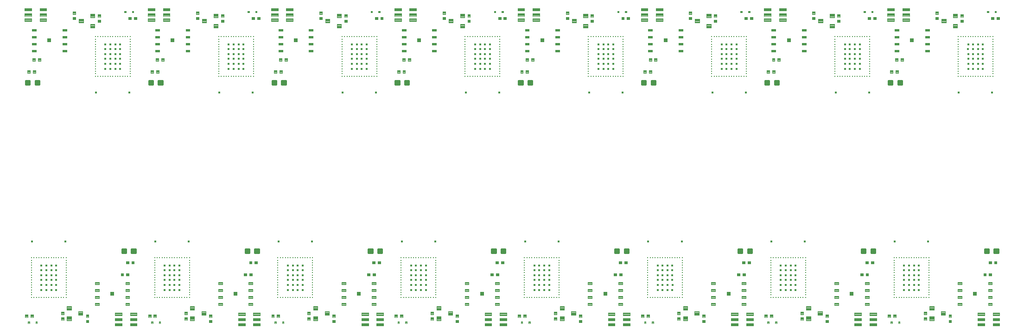
<source format=gtp>
G04 EAGLE Gerber RS-274X export*
G75*
%MOMM*%
%FSLAX34Y34*%
%LPD*%
%INSolderpaste Top*%
%IPPOS*%
%AMOC8*
5,1,8,0,0,1.08239X$1,22.5*%
G01*
%ADD10R,0.250000X0.250000*%
%ADD11R,0.250000X0.200000*%
%ADD12R,0.200000X0.250000*%
%ADD13R,0.420000X0.420000*%
%ADD14R,0.300000X0.300000*%
%ADD15C,0.102000*%
%ADD16C,0.104000*%
%ADD17C,0.100000*%
%ADD18R,0.800000X0.800000*%
%ADD19C,0.300000*%
%ADD20C,0.099000*%


D10*
X19750Y183250D03*
X83250Y183250D03*
X83250Y110750D03*
X19750Y110750D03*
D11*
X19750Y178500D03*
X19750Y174000D03*
X19750Y169500D03*
X19750Y165000D03*
X19750Y160500D03*
X19750Y156000D03*
X19750Y151500D03*
X19750Y147000D03*
X19750Y142500D03*
X19750Y138000D03*
X19750Y133500D03*
X19750Y129000D03*
X19750Y124500D03*
X19750Y120000D03*
X19750Y115500D03*
X83250Y178500D03*
X83250Y174000D03*
X83250Y169500D03*
X83250Y165000D03*
X83250Y160500D03*
X83250Y156000D03*
X83250Y151500D03*
X83250Y147000D03*
X83250Y142500D03*
X83250Y138000D03*
X83250Y133500D03*
X83250Y129000D03*
X83250Y124500D03*
X83250Y120000D03*
X83250Y115500D03*
D12*
X24500Y183250D03*
X29000Y183250D03*
X33500Y183250D03*
X38000Y183250D03*
X42500Y183250D03*
X47000Y183250D03*
X51500Y183250D03*
X56000Y183250D03*
X60500Y183250D03*
X65000Y183250D03*
X69500Y183250D03*
X74000Y183250D03*
X78500Y183250D03*
X24500Y110750D03*
X29000Y110750D03*
X33500Y110750D03*
X38000Y110750D03*
X42500Y110750D03*
X47000Y110750D03*
X51500Y110750D03*
X56000Y110750D03*
X60500Y110750D03*
X65000Y110750D03*
X69500Y110750D03*
X74000Y110750D03*
X78500Y110750D03*
D13*
X38000Y169400D03*
X47000Y169400D03*
X56000Y169400D03*
X65000Y169400D03*
X65000Y160500D03*
X56000Y160400D03*
X47000Y160400D03*
X38000Y160400D03*
X38000Y151400D03*
X47000Y151400D03*
X56000Y151400D03*
X65000Y151400D03*
X65000Y142400D03*
X56000Y142400D03*
X47000Y142400D03*
X38000Y142400D03*
X38000Y133400D03*
X47000Y133400D03*
X56000Y133500D03*
X65100Y133500D03*
X65000Y124400D03*
X56000Y124400D03*
X47000Y124400D03*
X38000Y124400D03*
D14*
X21000Y212800D03*
X82000Y212800D03*
D15*
X12990Y74510D02*
X8010Y74510D01*
X8010Y79490D01*
X12990Y79490D01*
X12990Y74510D01*
X12990Y75479D02*
X8010Y75479D01*
X8010Y76448D02*
X12990Y76448D01*
X12990Y77417D02*
X8010Y77417D01*
X8010Y78386D02*
X12990Y78386D01*
X12990Y79355D02*
X8010Y79355D01*
X18010Y74510D02*
X22990Y74510D01*
X18010Y74510D02*
X18010Y79490D01*
X22990Y79490D01*
X22990Y74510D01*
X22990Y75479D02*
X18010Y75479D01*
X18010Y76448D02*
X22990Y76448D01*
X22990Y77417D02*
X18010Y77417D01*
X18010Y78386D02*
X22990Y78386D01*
X22990Y79355D02*
X18010Y79355D01*
D16*
X84520Y87520D02*
X84520Y94480D01*
X92480Y94480D01*
X92480Y87520D01*
X84520Y87520D01*
X84520Y88508D02*
X92480Y88508D01*
X92480Y89496D02*
X84520Y89496D01*
X84520Y90484D02*
X92480Y90484D01*
X92480Y91472D02*
X84520Y91472D01*
X84520Y92460D02*
X92480Y92460D01*
X92480Y93448D02*
X84520Y93448D01*
X84520Y94436D02*
X92480Y94436D01*
X84520Y75480D02*
X84520Y68520D01*
X84520Y75480D02*
X92480Y75480D01*
X92480Y68520D01*
X84520Y68520D01*
X84520Y69508D02*
X92480Y69508D01*
X92480Y70496D02*
X84520Y70496D01*
X84520Y71484D02*
X92480Y71484D01*
X92480Y72472D02*
X84520Y72472D01*
X84520Y73460D02*
X92480Y73460D01*
X92480Y74448D02*
X84520Y74448D01*
X84520Y75436D02*
X92480Y75436D01*
X105520Y78020D02*
X105520Y84980D01*
X113480Y84980D01*
X113480Y78020D01*
X105520Y78020D01*
X105520Y79008D02*
X113480Y79008D01*
X113480Y79996D02*
X105520Y79996D01*
X105520Y80984D02*
X113480Y80984D01*
X113480Y81972D02*
X105520Y81972D01*
X105520Y82960D02*
X113480Y82960D01*
X113480Y83948D02*
X105520Y83948D01*
X105520Y84936D02*
X113480Y84936D01*
D15*
X124490Y69490D02*
X124490Y64510D01*
X119510Y64510D01*
X119510Y69490D01*
X124490Y69490D01*
X124490Y65479D02*
X119510Y65479D01*
X119510Y66448D02*
X124490Y66448D01*
X124490Y67417D02*
X119510Y67417D01*
X119510Y68386D02*
X124490Y68386D01*
X124490Y69355D02*
X119510Y69355D01*
X124490Y74510D02*
X124490Y79490D01*
X124490Y74510D02*
X119510Y74510D01*
X119510Y79490D01*
X124490Y79490D01*
X124490Y75479D02*
X119510Y75479D01*
X119510Y76448D02*
X124490Y76448D01*
X124490Y77417D02*
X119510Y77417D01*
X119510Y78386D02*
X124490Y78386D01*
X124490Y79355D02*
X119510Y79355D01*
X74010Y79510D02*
X74010Y84490D01*
X78990Y84490D01*
X78990Y79510D01*
X74010Y79510D01*
X74010Y80479D02*
X78990Y80479D01*
X78990Y81448D02*
X74010Y81448D01*
X74010Y82417D02*
X78990Y82417D01*
X78990Y83386D02*
X74010Y83386D01*
X74010Y84355D02*
X78990Y84355D01*
X74010Y74490D02*
X74010Y69510D01*
X74010Y74490D02*
X78990Y74490D01*
X78990Y69510D01*
X74010Y69510D01*
X74010Y70479D02*
X78990Y70479D01*
X78990Y71448D02*
X74010Y71448D01*
X74010Y72417D02*
X78990Y72417D01*
X78990Y73386D02*
X74010Y73386D01*
X74010Y74355D02*
X78990Y74355D01*
D17*
X30500Y63500D02*
X27500Y63500D01*
X27500Y66500D01*
X30500Y66500D01*
X30500Y63500D01*
X30500Y64450D02*
X27500Y64450D01*
X27500Y65400D02*
X30500Y65400D01*
X30500Y66350D02*
X27500Y66350D01*
X16500Y63500D02*
X13500Y63500D01*
X13500Y66500D01*
X16500Y66500D01*
X16500Y63500D01*
X16500Y64450D02*
X13500Y64450D01*
X13500Y65400D02*
X16500Y65400D01*
X16500Y66350D02*
X13500Y66350D01*
X143500Y134550D02*
X143500Y138550D01*
X143500Y134550D02*
X136000Y134550D01*
X136000Y138550D01*
X143500Y138550D01*
X143500Y135500D02*
X136000Y135500D01*
X136000Y136450D02*
X143500Y136450D01*
X143500Y137400D02*
X136000Y137400D01*
X136000Y138350D02*
X143500Y138350D01*
X143500Y125850D02*
X143500Y121850D01*
X136000Y121850D01*
X136000Y125850D01*
X143500Y125850D01*
X143500Y122800D02*
X136000Y122800D01*
X136000Y123750D02*
X143500Y123750D01*
X143500Y124700D02*
X136000Y124700D01*
X136000Y125650D02*
X143500Y125650D01*
X143500Y113150D02*
X143500Y109150D01*
X136000Y109150D01*
X136000Y113150D01*
X143500Y113150D01*
X143500Y110100D02*
X136000Y110100D01*
X136000Y111050D02*
X143500Y111050D01*
X143500Y112000D02*
X136000Y112000D01*
X136000Y112950D02*
X143500Y112950D01*
X143500Y100450D02*
X143500Y96450D01*
X136000Y96450D01*
X136000Y100450D01*
X143500Y100450D01*
X143500Y97400D02*
X136000Y97400D01*
X136000Y98350D02*
X143500Y98350D01*
X143500Y99300D02*
X136000Y99300D01*
X136000Y100250D02*
X143500Y100250D01*
X199000Y109150D02*
X199000Y113150D01*
X199000Y109150D02*
X191500Y109150D01*
X191500Y113150D01*
X199000Y113150D01*
X199000Y110100D02*
X191500Y110100D01*
X191500Y111050D02*
X199000Y111050D01*
X199000Y112000D02*
X191500Y112000D01*
X191500Y112950D02*
X199000Y112950D01*
X199000Y100450D02*
X199000Y96450D01*
X191500Y96450D01*
X191500Y100450D01*
X199000Y100450D01*
X199000Y97400D02*
X191500Y97400D01*
X191500Y98350D02*
X199000Y98350D01*
X199000Y99300D02*
X191500Y99300D01*
X191500Y100250D02*
X199000Y100250D01*
X199000Y121850D02*
X199000Y125850D01*
X199000Y121850D02*
X191500Y121850D01*
X191500Y125850D01*
X199000Y125850D01*
X199000Y122800D02*
X191500Y122800D01*
X191500Y123750D02*
X199000Y123750D01*
X199000Y124700D02*
X191500Y124700D01*
X191500Y125650D02*
X199000Y125650D01*
X199000Y134550D02*
X199000Y138550D01*
X199000Y134550D02*
X191500Y134550D01*
X191500Y138550D01*
X199000Y138550D01*
X199000Y135500D02*
X191500Y135500D01*
X191500Y136450D02*
X199000Y136450D01*
X199000Y137400D02*
X191500Y137400D01*
X191500Y138350D02*
X199000Y138350D01*
D18*
X167500Y117500D03*
D19*
X192730Y191500D02*
X192730Y198500D01*
X192730Y191500D02*
X185730Y191500D01*
X185730Y198500D01*
X192730Y198500D01*
X192730Y194350D02*
X185730Y194350D01*
X185730Y197200D02*
X192730Y197200D01*
X210270Y198500D02*
X210270Y191500D01*
X203270Y191500D01*
X203270Y198500D01*
X210270Y198500D01*
X210270Y194350D02*
X203270Y194350D01*
X203270Y197200D02*
X210270Y197200D01*
D15*
X207490Y176990D02*
X202510Y176990D01*
X207490Y176990D02*
X207490Y172010D01*
X202510Y172010D01*
X202510Y176990D01*
X202510Y172979D02*
X207490Y172979D01*
X207490Y173948D02*
X202510Y173948D01*
X202510Y174917D02*
X207490Y174917D01*
X207490Y175886D02*
X202510Y175886D01*
X202510Y176855D02*
X207490Y176855D01*
X197490Y176990D02*
X192510Y176990D01*
X197490Y176990D02*
X197490Y172010D01*
X192510Y172010D01*
X192510Y176990D01*
X192510Y172979D02*
X197490Y172979D01*
X197490Y173948D02*
X192510Y173948D01*
X192510Y174917D02*
X197490Y174917D01*
X197490Y175886D02*
X192510Y175886D01*
X192510Y176855D02*
X197490Y176855D01*
X197990Y154990D02*
X193010Y154990D01*
X197990Y154990D02*
X197990Y150010D01*
X193010Y150010D01*
X193010Y154990D01*
X193010Y150979D02*
X197990Y150979D01*
X197990Y151948D02*
X193010Y151948D01*
X193010Y152917D02*
X197990Y152917D01*
X197990Y153886D02*
X193010Y153886D01*
X193010Y154855D02*
X197990Y154855D01*
X187990Y154990D02*
X183010Y154990D01*
X187990Y154990D02*
X187990Y150010D01*
X183010Y150010D01*
X183010Y154990D01*
X183010Y150979D02*
X187990Y150979D01*
X187990Y151948D02*
X183010Y151948D01*
X183010Y152917D02*
X187990Y152917D01*
X187990Y153886D02*
X183010Y153886D01*
X183010Y154855D02*
X187990Y154855D01*
D20*
X212506Y63255D02*
X212506Y58745D01*
X199996Y58745D01*
X199996Y63255D01*
X212506Y63255D01*
X212506Y59685D02*
X199996Y59685D01*
X199996Y60625D02*
X212506Y60625D01*
X212506Y61565D02*
X199996Y61565D01*
X199996Y62505D02*
X212506Y62505D01*
X212506Y68245D02*
X212506Y72755D01*
X212506Y68245D02*
X199996Y68245D01*
X199996Y72755D01*
X212506Y72755D01*
X212506Y69185D02*
X199996Y69185D01*
X199996Y70125D02*
X212506Y70125D01*
X212506Y71065D02*
X199996Y71065D01*
X199996Y72005D02*
X212506Y72005D01*
X212506Y77745D02*
X212506Y82255D01*
X212506Y77745D02*
X199996Y77745D01*
X199996Y82255D01*
X212506Y82255D01*
X212506Y78685D02*
X199996Y78685D01*
X199996Y79625D02*
X212506Y79625D01*
X212506Y80565D02*
X199996Y80565D01*
X199996Y81505D02*
X212506Y81505D01*
X185004Y82255D02*
X185004Y77745D01*
X172494Y77745D01*
X172494Y82255D01*
X185004Y82255D01*
X185004Y78685D02*
X172494Y78685D01*
X172494Y79625D02*
X185004Y79625D01*
X185004Y80565D02*
X172494Y80565D01*
X172494Y81505D02*
X185004Y81505D01*
X185004Y72755D02*
X185004Y68245D01*
X172494Y68245D01*
X172494Y72755D01*
X185004Y72755D01*
X185004Y69185D02*
X172494Y69185D01*
X172494Y70125D02*
X185004Y70125D01*
X185004Y71065D02*
X172494Y71065D01*
X172494Y72005D02*
X185004Y72005D01*
X185004Y63255D02*
X185004Y58745D01*
X172494Y58745D01*
X172494Y63255D01*
X185004Y63255D01*
X185004Y59685D02*
X172494Y59685D01*
X172494Y60625D02*
X185004Y60625D01*
X185004Y61565D02*
X172494Y61565D01*
X172494Y62505D02*
X185004Y62505D01*
D10*
X244845Y183250D03*
X308345Y183250D03*
X308345Y110750D03*
X244845Y110750D03*
D11*
X244845Y178500D03*
X244845Y174000D03*
X244845Y169500D03*
X244845Y165000D03*
X244845Y160500D03*
X244845Y156000D03*
X244845Y151500D03*
X244845Y147000D03*
X244845Y142500D03*
X244845Y138000D03*
X244845Y133500D03*
X244845Y129000D03*
X244845Y124500D03*
X244845Y120000D03*
X244845Y115500D03*
X308345Y178500D03*
X308345Y174000D03*
X308345Y169500D03*
X308345Y165000D03*
X308345Y160500D03*
X308345Y156000D03*
X308345Y151500D03*
X308345Y147000D03*
X308345Y142500D03*
X308345Y138000D03*
X308345Y133500D03*
X308345Y129000D03*
X308345Y124500D03*
X308345Y120000D03*
X308345Y115500D03*
D12*
X249595Y183250D03*
X254095Y183250D03*
X258595Y183250D03*
X263095Y183250D03*
X267595Y183250D03*
X272095Y183250D03*
X276595Y183250D03*
X281095Y183250D03*
X285595Y183250D03*
X290095Y183250D03*
X294595Y183250D03*
X299095Y183250D03*
X303595Y183250D03*
X249595Y110750D03*
X254095Y110750D03*
X258595Y110750D03*
X263095Y110750D03*
X267595Y110750D03*
X272095Y110750D03*
X276595Y110750D03*
X281095Y110750D03*
X285595Y110750D03*
X290095Y110750D03*
X294595Y110750D03*
X299095Y110750D03*
X303595Y110750D03*
D13*
X263095Y169400D03*
X272095Y169400D03*
X281095Y169400D03*
X290095Y169400D03*
X290095Y160500D03*
X281095Y160400D03*
X272095Y160400D03*
X263095Y160400D03*
X263095Y151400D03*
X272095Y151400D03*
X281095Y151400D03*
X290095Y151400D03*
X290095Y142400D03*
X281095Y142400D03*
X272095Y142400D03*
X263095Y142400D03*
X263095Y133400D03*
X272095Y133400D03*
X281095Y133500D03*
X290195Y133500D03*
X290095Y124400D03*
X281095Y124400D03*
X272095Y124400D03*
X263095Y124400D03*
D14*
X246095Y212800D03*
X307095Y212800D03*
D15*
X238085Y74510D02*
X233105Y74510D01*
X233105Y79490D01*
X238085Y79490D01*
X238085Y74510D01*
X238085Y75479D02*
X233105Y75479D01*
X233105Y76448D02*
X238085Y76448D01*
X238085Y77417D02*
X233105Y77417D01*
X233105Y78386D02*
X238085Y78386D01*
X238085Y79355D02*
X233105Y79355D01*
X243105Y74510D02*
X248085Y74510D01*
X243105Y74510D02*
X243105Y79490D01*
X248085Y79490D01*
X248085Y74510D01*
X248085Y75479D02*
X243105Y75479D01*
X243105Y76448D02*
X248085Y76448D01*
X248085Y77417D02*
X243105Y77417D01*
X243105Y78386D02*
X248085Y78386D01*
X248085Y79355D02*
X243105Y79355D01*
D16*
X309615Y87520D02*
X309615Y94480D01*
X317575Y94480D01*
X317575Y87520D01*
X309615Y87520D01*
X309615Y88508D02*
X317575Y88508D01*
X317575Y89496D02*
X309615Y89496D01*
X309615Y90484D02*
X317575Y90484D01*
X317575Y91472D02*
X309615Y91472D01*
X309615Y92460D02*
X317575Y92460D01*
X317575Y93448D02*
X309615Y93448D01*
X309615Y94436D02*
X317575Y94436D01*
X309615Y75480D02*
X309615Y68520D01*
X309615Y75480D02*
X317575Y75480D01*
X317575Y68520D01*
X309615Y68520D01*
X309615Y69508D02*
X317575Y69508D01*
X317575Y70496D02*
X309615Y70496D01*
X309615Y71484D02*
X317575Y71484D01*
X317575Y72472D02*
X309615Y72472D01*
X309615Y73460D02*
X317575Y73460D01*
X317575Y74448D02*
X309615Y74448D01*
X309615Y75436D02*
X317575Y75436D01*
X330615Y78020D02*
X330615Y84980D01*
X338575Y84980D01*
X338575Y78020D01*
X330615Y78020D01*
X330615Y79008D02*
X338575Y79008D01*
X338575Y79996D02*
X330615Y79996D01*
X330615Y80984D02*
X338575Y80984D01*
X338575Y81972D02*
X330615Y81972D01*
X330615Y82960D02*
X338575Y82960D01*
X338575Y83948D02*
X330615Y83948D01*
X330615Y84936D02*
X338575Y84936D01*
D15*
X349585Y69490D02*
X349585Y64510D01*
X344605Y64510D01*
X344605Y69490D01*
X349585Y69490D01*
X349585Y65479D02*
X344605Y65479D01*
X344605Y66448D02*
X349585Y66448D01*
X349585Y67417D02*
X344605Y67417D01*
X344605Y68386D02*
X349585Y68386D01*
X349585Y69355D02*
X344605Y69355D01*
X349585Y74510D02*
X349585Y79490D01*
X349585Y74510D02*
X344605Y74510D01*
X344605Y79490D01*
X349585Y79490D01*
X349585Y75479D02*
X344605Y75479D01*
X344605Y76448D02*
X349585Y76448D01*
X349585Y77417D02*
X344605Y77417D01*
X344605Y78386D02*
X349585Y78386D01*
X349585Y79355D02*
X344605Y79355D01*
X299105Y79510D02*
X299105Y84490D01*
X304085Y84490D01*
X304085Y79510D01*
X299105Y79510D01*
X299105Y80479D02*
X304085Y80479D01*
X304085Y81448D02*
X299105Y81448D01*
X299105Y82417D02*
X304085Y82417D01*
X304085Y83386D02*
X299105Y83386D01*
X299105Y84355D02*
X304085Y84355D01*
X299105Y74490D02*
X299105Y69510D01*
X299105Y74490D02*
X304085Y74490D01*
X304085Y69510D01*
X299105Y69510D01*
X299105Y70479D02*
X304085Y70479D01*
X304085Y71448D02*
X299105Y71448D01*
X299105Y72417D02*
X304085Y72417D01*
X304085Y73386D02*
X299105Y73386D01*
X299105Y74355D02*
X304085Y74355D01*
D17*
X255595Y63500D02*
X252595Y63500D01*
X252595Y66500D01*
X255595Y66500D01*
X255595Y63500D01*
X255595Y64450D02*
X252595Y64450D01*
X252595Y65400D02*
X255595Y65400D01*
X255595Y66350D02*
X252595Y66350D01*
X241595Y63500D02*
X238595Y63500D01*
X238595Y66500D01*
X241595Y66500D01*
X241595Y63500D01*
X241595Y64450D02*
X238595Y64450D01*
X238595Y65400D02*
X241595Y65400D01*
X241595Y66350D02*
X238595Y66350D01*
X368595Y134550D02*
X368595Y138550D01*
X368595Y134550D02*
X361095Y134550D01*
X361095Y138550D01*
X368595Y138550D01*
X368595Y135500D02*
X361095Y135500D01*
X361095Y136450D02*
X368595Y136450D01*
X368595Y137400D02*
X361095Y137400D01*
X361095Y138350D02*
X368595Y138350D01*
X368595Y125850D02*
X368595Y121850D01*
X361095Y121850D01*
X361095Y125850D01*
X368595Y125850D01*
X368595Y122800D02*
X361095Y122800D01*
X361095Y123750D02*
X368595Y123750D01*
X368595Y124700D02*
X361095Y124700D01*
X361095Y125650D02*
X368595Y125650D01*
X368595Y113150D02*
X368595Y109150D01*
X361095Y109150D01*
X361095Y113150D01*
X368595Y113150D01*
X368595Y110100D02*
X361095Y110100D01*
X361095Y111050D02*
X368595Y111050D01*
X368595Y112000D02*
X361095Y112000D01*
X361095Y112950D02*
X368595Y112950D01*
X368595Y100450D02*
X368595Y96450D01*
X361095Y96450D01*
X361095Y100450D01*
X368595Y100450D01*
X368595Y97400D02*
X361095Y97400D01*
X361095Y98350D02*
X368595Y98350D01*
X368595Y99300D02*
X361095Y99300D01*
X361095Y100250D02*
X368595Y100250D01*
X424095Y109150D02*
X424095Y113150D01*
X424095Y109150D02*
X416595Y109150D01*
X416595Y113150D01*
X424095Y113150D01*
X424095Y110100D02*
X416595Y110100D01*
X416595Y111050D02*
X424095Y111050D01*
X424095Y112000D02*
X416595Y112000D01*
X416595Y112950D02*
X424095Y112950D01*
X424095Y100450D02*
X424095Y96450D01*
X416595Y96450D01*
X416595Y100450D01*
X424095Y100450D01*
X424095Y97400D02*
X416595Y97400D01*
X416595Y98350D02*
X424095Y98350D01*
X424095Y99300D02*
X416595Y99300D01*
X416595Y100250D02*
X424095Y100250D01*
X424095Y121850D02*
X424095Y125850D01*
X424095Y121850D02*
X416595Y121850D01*
X416595Y125850D01*
X424095Y125850D01*
X424095Y122800D02*
X416595Y122800D01*
X416595Y123750D02*
X424095Y123750D01*
X424095Y124700D02*
X416595Y124700D01*
X416595Y125650D02*
X424095Y125650D01*
X424095Y134550D02*
X424095Y138550D01*
X424095Y134550D02*
X416595Y134550D01*
X416595Y138550D01*
X424095Y138550D01*
X424095Y135500D02*
X416595Y135500D01*
X416595Y136450D02*
X424095Y136450D01*
X424095Y137400D02*
X416595Y137400D01*
X416595Y138350D02*
X424095Y138350D01*
D18*
X392595Y117500D03*
D19*
X417825Y191500D02*
X417825Y198500D01*
X417825Y191500D02*
X410825Y191500D01*
X410825Y198500D01*
X417825Y198500D01*
X417825Y194350D02*
X410825Y194350D01*
X410825Y197200D02*
X417825Y197200D01*
X435365Y198500D02*
X435365Y191500D01*
X428365Y191500D01*
X428365Y198500D01*
X435365Y198500D01*
X435365Y194350D02*
X428365Y194350D01*
X428365Y197200D02*
X435365Y197200D01*
D15*
X432585Y176990D02*
X427605Y176990D01*
X432585Y176990D02*
X432585Y172010D01*
X427605Y172010D01*
X427605Y176990D01*
X427605Y172979D02*
X432585Y172979D01*
X432585Y173948D02*
X427605Y173948D01*
X427605Y174917D02*
X432585Y174917D01*
X432585Y175886D02*
X427605Y175886D01*
X427605Y176855D02*
X432585Y176855D01*
X422585Y176990D02*
X417605Y176990D01*
X422585Y176990D02*
X422585Y172010D01*
X417605Y172010D01*
X417605Y176990D01*
X417605Y172979D02*
X422585Y172979D01*
X422585Y173948D02*
X417605Y173948D01*
X417605Y174917D02*
X422585Y174917D01*
X422585Y175886D02*
X417605Y175886D01*
X417605Y176855D02*
X422585Y176855D01*
X423085Y154990D02*
X418105Y154990D01*
X423085Y154990D02*
X423085Y150010D01*
X418105Y150010D01*
X418105Y154990D01*
X418105Y150979D02*
X423085Y150979D01*
X423085Y151948D02*
X418105Y151948D01*
X418105Y152917D02*
X423085Y152917D01*
X423085Y153886D02*
X418105Y153886D01*
X418105Y154855D02*
X423085Y154855D01*
X413085Y154990D02*
X408105Y154990D01*
X413085Y154990D02*
X413085Y150010D01*
X408105Y150010D01*
X408105Y154990D01*
X408105Y150979D02*
X413085Y150979D01*
X413085Y151948D02*
X408105Y151948D01*
X408105Y152917D02*
X413085Y152917D01*
X413085Y153886D02*
X408105Y153886D01*
X408105Y154855D02*
X413085Y154855D01*
D20*
X437601Y63255D02*
X437601Y58745D01*
X425091Y58745D01*
X425091Y63255D01*
X437601Y63255D01*
X437601Y59685D02*
X425091Y59685D01*
X425091Y60625D02*
X437601Y60625D01*
X437601Y61565D02*
X425091Y61565D01*
X425091Y62505D02*
X437601Y62505D01*
X437601Y68245D02*
X437601Y72755D01*
X437601Y68245D02*
X425091Y68245D01*
X425091Y72755D01*
X437601Y72755D01*
X437601Y69185D02*
X425091Y69185D01*
X425091Y70125D02*
X437601Y70125D01*
X437601Y71065D02*
X425091Y71065D01*
X425091Y72005D02*
X437601Y72005D01*
X437601Y77745D02*
X437601Y82255D01*
X437601Y77745D02*
X425091Y77745D01*
X425091Y82255D01*
X437601Y82255D01*
X437601Y78685D02*
X425091Y78685D01*
X425091Y79625D02*
X437601Y79625D01*
X437601Y80565D02*
X425091Y80565D01*
X425091Y81505D02*
X437601Y81505D01*
X410099Y82255D02*
X410099Y77745D01*
X397589Y77745D01*
X397589Y82255D01*
X410099Y82255D01*
X410099Y78685D02*
X397589Y78685D01*
X397589Y79625D02*
X410099Y79625D01*
X410099Y80565D02*
X397589Y80565D01*
X397589Y81505D02*
X410099Y81505D01*
X410099Y72755D02*
X410099Y68245D01*
X397589Y68245D01*
X397589Y72755D01*
X410099Y72755D01*
X410099Y69185D02*
X397589Y69185D01*
X397589Y70125D02*
X410099Y70125D01*
X410099Y71065D02*
X397589Y71065D01*
X397589Y72005D02*
X410099Y72005D01*
X410099Y63255D02*
X410099Y58745D01*
X397589Y58745D01*
X397589Y63255D01*
X410099Y63255D01*
X410099Y59685D02*
X397589Y59685D01*
X397589Y60625D02*
X410099Y60625D01*
X410099Y61565D02*
X397589Y61565D01*
X397589Y62505D02*
X410099Y62505D01*
D10*
X469940Y183250D03*
X533440Y183250D03*
X533440Y110750D03*
X469940Y110750D03*
D11*
X469940Y178500D03*
X469940Y174000D03*
X469940Y169500D03*
X469940Y165000D03*
X469940Y160500D03*
X469940Y156000D03*
X469940Y151500D03*
X469940Y147000D03*
X469940Y142500D03*
X469940Y138000D03*
X469940Y133500D03*
X469940Y129000D03*
X469940Y124500D03*
X469940Y120000D03*
X469940Y115500D03*
X533440Y178500D03*
X533440Y174000D03*
X533440Y169500D03*
X533440Y165000D03*
X533440Y160500D03*
X533440Y156000D03*
X533440Y151500D03*
X533440Y147000D03*
X533440Y142500D03*
X533440Y138000D03*
X533440Y133500D03*
X533440Y129000D03*
X533440Y124500D03*
X533440Y120000D03*
X533440Y115500D03*
D12*
X474690Y183250D03*
X479190Y183250D03*
X483690Y183250D03*
X488190Y183250D03*
X492690Y183250D03*
X497190Y183250D03*
X501690Y183250D03*
X506190Y183250D03*
X510690Y183250D03*
X515190Y183250D03*
X519690Y183250D03*
X524190Y183250D03*
X528690Y183250D03*
X474690Y110750D03*
X479190Y110750D03*
X483690Y110750D03*
X488190Y110750D03*
X492690Y110750D03*
X497190Y110750D03*
X501690Y110750D03*
X506190Y110750D03*
X510690Y110750D03*
X515190Y110750D03*
X519690Y110750D03*
X524190Y110750D03*
X528690Y110750D03*
D13*
X488190Y169400D03*
X497190Y169400D03*
X506190Y169400D03*
X515190Y169400D03*
X515190Y160500D03*
X506190Y160400D03*
X497190Y160400D03*
X488190Y160400D03*
X488190Y151400D03*
X497190Y151400D03*
X506190Y151400D03*
X515190Y151400D03*
X515190Y142400D03*
X506190Y142400D03*
X497190Y142400D03*
X488190Y142400D03*
X488190Y133400D03*
X497190Y133400D03*
X506190Y133500D03*
X515290Y133500D03*
X515190Y124400D03*
X506190Y124400D03*
X497190Y124400D03*
X488190Y124400D03*
D14*
X471190Y212800D03*
X532190Y212800D03*
D15*
X463180Y74510D02*
X458200Y74510D01*
X458200Y79490D01*
X463180Y79490D01*
X463180Y74510D01*
X463180Y75479D02*
X458200Y75479D01*
X458200Y76448D02*
X463180Y76448D01*
X463180Y77417D02*
X458200Y77417D01*
X458200Y78386D02*
X463180Y78386D01*
X463180Y79355D02*
X458200Y79355D01*
X468200Y74510D02*
X473180Y74510D01*
X468200Y74510D02*
X468200Y79490D01*
X473180Y79490D01*
X473180Y74510D01*
X473180Y75479D02*
X468200Y75479D01*
X468200Y76448D02*
X473180Y76448D01*
X473180Y77417D02*
X468200Y77417D01*
X468200Y78386D02*
X473180Y78386D01*
X473180Y79355D02*
X468200Y79355D01*
D16*
X534710Y87520D02*
X534710Y94480D01*
X542670Y94480D01*
X542670Y87520D01*
X534710Y87520D01*
X534710Y88508D02*
X542670Y88508D01*
X542670Y89496D02*
X534710Y89496D01*
X534710Y90484D02*
X542670Y90484D01*
X542670Y91472D02*
X534710Y91472D01*
X534710Y92460D02*
X542670Y92460D01*
X542670Y93448D02*
X534710Y93448D01*
X534710Y94436D02*
X542670Y94436D01*
X534710Y75480D02*
X534710Y68520D01*
X534710Y75480D02*
X542670Y75480D01*
X542670Y68520D01*
X534710Y68520D01*
X534710Y69508D02*
X542670Y69508D01*
X542670Y70496D02*
X534710Y70496D01*
X534710Y71484D02*
X542670Y71484D01*
X542670Y72472D02*
X534710Y72472D01*
X534710Y73460D02*
X542670Y73460D01*
X542670Y74448D02*
X534710Y74448D01*
X534710Y75436D02*
X542670Y75436D01*
X555710Y78020D02*
X555710Y84980D01*
X563670Y84980D01*
X563670Y78020D01*
X555710Y78020D01*
X555710Y79008D02*
X563670Y79008D01*
X563670Y79996D02*
X555710Y79996D01*
X555710Y80984D02*
X563670Y80984D01*
X563670Y81972D02*
X555710Y81972D01*
X555710Y82960D02*
X563670Y82960D01*
X563670Y83948D02*
X555710Y83948D01*
X555710Y84936D02*
X563670Y84936D01*
D15*
X574680Y69490D02*
X574680Y64510D01*
X569700Y64510D01*
X569700Y69490D01*
X574680Y69490D01*
X574680Y65479D02*
X569700Y65479D01*
X569700Y66448D02*
X574680Y66448D01*
X574680Y67417D02*
X569700Y67417D01*
X569700Y68386D02*
X574680Y68386D01*
X574680Y69355D02*
X569700Y69355D01*
X574680Y74510D02*
X574680Y79490D01*
X574680Y74510D02*
X569700Y74510D01*
X569700Y79490D01*
X574680Y79490D01*
X574680Y75479D02*
X569700Y75479D01*
X569700Y76448D02*
X574680Y76448D01*
X574680Y77417D02*
X569700Y77417D01*
X569700Y78386D02*
X574680Y78386D01*
X574680Y79355D02*
X569700Y79355D01*
X524200Y79510D02*
X524200Y84490D01*
X529180Y84490D01*
X529180Y79510D01*
X524200Y79510D01*
X524200Y80479D02*
X529180Y80479D01*
X529180Y81448D02*
X524200Y81448D01*
X524200Y82417D02*
X529180Y82417D01*
X529180Y83386D02*
X524200Y83386D01*
X524200Y84355D02*
X529180Y84355D01*
X524200Y74490D02*
X524200Y69510D01*
X524200Y74490D02*
X529180Y74490D01*
X529180Y69510D01*
X524200Y69510D01*
X524200Y70479D02*
X529180Y70479D01*
X529180Y71448D02*
X524200Y71448D01*
X524200Y72417D02*
X529180Y72417D01*
X529180Y73386D02*
X524200Y73386D01*
X524200Y74355D02*
X529180Y74355D01*
D17*
X480690Y63500D02*
X477690Y63500D01*
X477690Y66500D01*
X480690Y66500D01*
X480690Y63500D01*
X480690Y64450D02*
X477690Y64450D01*
X477690Y65400D02*
X480690Y65400D01*
X480690Y66350D02*
X477690Y66350D01*
X466690Y63500D02*
X463690Y63500D01*
X463690Y66500D01*
X466690Y66500D01*
X466690Y63500D01*
X466690Y64450D02*
X463690Y64450D01*
X463690Y65400D02*
X466690Y65400D01*
X466690Y66350D02*
X463690Y66350D01*
X593690Y134550D02*
X593690Y138550D01*
X593690Y134550D02*
X586190Y134550D01*
X586190Y138550D01*
X593690Y138550D01*
X593690Y135500D02*
X586190Y135500D01*
X586190Y136450D02*
X593690Y136450D01*
X593690Y137400D02*
X586190Y137400D01*
X586190Y138350D02*
X593690Y138350D01*
X593690Y125850D02*
X593690Y121850D01*
X586190Y121850D01*
X586190Y125850D01*
X593690Y125850D01*
X593690Y122800D02*
X586190Y122800D01*
X586190Y123750D02*
X593690Y123750D01*
X593690Y124700D02*
X586190Y124700D01*
X586190Y125650D02*
X593690Y125650D01*
X593690Y113150D02*
X593690Y109150D01*
X586190Y109150D01*
X586190Y113150D01*
X593690Y113150D01*
X593690Y110100D02*
X586190Y110100D01*
X586190Y111050D02*
X593690Y111050D01*
X593690Y112000D02*
X586190Y112000D01*
X586190Y112950D02*
X593690Y112950D01*
X593690Y100450D02*
X593690Y96450D01*
X586190Y96450D01*
X586190Y100450D01*
X593690Y100450D01*
X593690Y97400D02*
X586190Y97400D01*
X586190Y98350D02*
X593690Y98350D01*
X593690Y99300D02*
X586190Y99300D01*
X586190Y100250D02*
X593690Y100250D01*
X649190Y109150D02*
X649190Y113150D01*
X649190Y109150D02*
X641690Y109150D01*
X641690Y113150D01*
X649190Y113150D01*
X649190Y110100D02*
X641690Y110100D01*
X641690Y111050D02*
X649190Y111050D01*
X649190Y112000D02*
X641690Y112000D01*
X641690Y112950D02*
X649190Y112950D01*
X649190Y100450D02*
X649190Y96450D01*
X641690Y96450D01*
X641690Y100450D01*
X649190Y100450D01*
X649190Y97400D02*
X641690Y97400D01*
X641690Y98350D02*
X649190Y98350D01*
X649190Y99300D02*
X641690Y99300D01*
X641690Y100250D02*
X649190Y100250D01*
X649190Y121850D02*
X649190Y125850D01*
X649190Y121850D02*
X641690Y121850D01*
X641690Y125850D01*
X649190Y125850D01*
X649190Y122800D02*
X641690Y122800D01*
X641690Y123750D02*
X649190Y123750D01*
X649190Y124700D02*
X641690Y124700D01*
X641690Y125650D02*
X649190Y125650D01*
X649190Y134550D02*
X649190Y138550D01*
X649190Y134550D02*
X641690Y134550D01*
X641690Y138550D01*
X649190Y138550D01*
X649190Y135500D02*
X641690Y135500D01*
X641690Y136450D02*
X649190Y136450D01*
X649190Y137400D02*
X641690Y137400D01*
X641690Y138350D02*
X649190Y138350D01*
D18*
X617690Y117500D03*
D19*
X642920Y191500D02*
X642920Y198500D01*
X642920Y191500D02*
X635920Y191500D01*
X635920Y198500D01*
X642920Y198500D01*
X642920Y194350D02*
X635920Y194350D01*
X635920Y197200D02*
X642920Y197200D01*
X660460Y198500D02*
X660460Y191500D01*
X653460Y191500D01*
X653460Y198500D01*
X660460Y198500D01*
X660460Y194350D02*
X653460Y194350D01*
X653460Y197200D02*
X660460Y197200D01*
D15*
X657680Y176990D02*
X652700Y176990D01*
X657680Y176990D02*
X657680Y172010D01*
X652700Y172010D01*
X652700Y176990D01*
X652700Y172979D02*
X657680Y172979D01*
X657680Y173948D02*
X652700Y173948D01*
X652700Y174917D02*
X657680Y174917D01*
X657680Y175886D02*
X652700Y175886D01*
X652700Y176855D02*
X657680Y176855D01*
X647680Y176990D02*
X642700Y176990D01*
X647680Y176990D02*
X647680Y172010D01*
X642700Y172010D01*
X642700Y176990D01*
X642700Y172979D02*
X647680Y172979D01*
X647680Y173948D02*
X642700Y173948D01*
X642700Y174917D02*
X647680Y174917D01*
X647680Y175886D02*
X642700Y175886D01*
X642700Y176855D02*
X647680Y176855D01*
X648180Y154990D02*
X643200Y154990D01*
X648180Y154990D02*
X648180Y150010D01*
X643200Y150010D01*
X643200Y154990D01*
X643200Y150979D02*
X648180Y150979D01*
X648180Y151948D02*
X643200Y151948D01*
X643200Y152917D02*
X648180Y152917D01*
X648180Y153886D02*
X643200Y153886D01*
X643200Y154855D02*
X648180Y154855D01*
X638180Y154990D02*
X633200Y154990D01*
X638180Y154990D02*
X638180Y150010D01*
X633200Y150010D01*
X633200Y154990D01*
X633200Y150979D02*
X638180Y150979D01*
X638180Y151948D02*
X633200Y151948D01*
X633200Y152917D02*
X638180Y152917D01*
X638180Y153886D02*
X633200Y153886D01*
X633200Y154855D02*
X638180Y154855D01*
D20*
X662696Y63255D02*
X662696Y58745D01*
X650186Y58745D01*
X650186Y63255D01*
X662696Y63255D01*
X662696Y59685D02*
X650186Y59685D01*
X650186Y60625D02*
X662696Y60625D01*
X662696Y61565D02*
X650186Y61565D01*
X650186Y62505D02*
X662696Y62505D01*
X662696Y68245D02*
X662696Y72755D01*
X662696Y68245D02*
X650186Y68245D01*
X650186Y72755D01*
X662696Y72755D01*
X662696Y69185D02*
X650186Y69185D01*
X650186Y70125D02*
X662696Y70125D01*
X662696Y71065D02*
X650186Y71065D01*
X650186Y72005D02*
X662696Y72005D01*
X662696Y77745D02*
X662696Y82255D01*
X662696Y77745D02*
X650186Y77745D01*
X650186Y82255D01*
X662696Y82255D01*
X662696Y78685D02*
X650186Y78685D01*
X650186Y79625D02*
X662696Y79625D01*
X662696Y80565D02*
X650186Y80565D01*
X650186Y81505D02*
X662696Y81505D01*
X635194Y82255D02*
X635194Y77745D01*
X622684Y77745D01*
X622684Y82255D01*
X635194Y82255D01*
X635194Y78685D02*
X622684Y78685D01*
X622684Y79625D02*
X635194Y79625D01*
X635194Y80565D02*
X622684Y80565D01*
X622684Y81505D02*
X635194Y81505D01*
X635194Y72755D02*
X635194Y68245D01*
X622684Y68245D01*
X622684Y72755D01*
X635194Y72755D01*
X635194Y69185D02*
X622684Y69185D01*
X622684Y70125D02*
X635194Y70125D01*
X635194Y71065D02*
X622684Y71065D01*
X622684Y72005D02*
X635194Y72005D01*
X635194Y63255D02*
X635194Y58745D01*
X622684Y58745D01*
X622684Y63255D01*
X635194Y63255D01*
X635194Y59685D02*
X622684Y59685D01*
X622684Y60625D02*
X635194Y60625D01*
X635194Y61565D02*
X622684Y61565D01*
X622684Y62505D02*
X635194Y62505D01*
D10*
X695060Y183250D03*
X758560Y183250D03*
X758560Y110750D03*
X695060Y110750D03*
D11*
X695060Y178500D03*
X695060Y174000D03*
X695060Y169500D03*
X695060Y165000D03*
X695060Y160500D03*
X695060Y156000D03*
X695060Y151500D03*
X695060Y147000D03*
X695060Y142500D03*
X695060Y138000D03*
X695060Y133500D03*
X695060Y129000D03*
X695060Y124500D03*
X695060Y120000D03*
X695060Y115500D03*
X758560Y178500D03*
X758560Y174000D03*
X758560Y169500D03*
X758560Y165000D03*
X758560Y160500D03*
X758560Y156000D03*
X758560Y151500D03*
X758560Y147000D03*
X758560Y142500D03*
X758560Y138000D03*
X758560Y133500D03*
X758560Y129000D03*
X758560Y124500D03*
X758560Y120000D03*
X758560Y115500D03*
D12*
X699810Y183250D03*
X704310Y183250D03*
X708810Y183250D03*
X713310Y183250D03*
X717810Y183250D03*
X722310Y183250D03*
X726810Y183250D03*
X731310Y183250D03*
X735810Y183250D03*
X740310Y183250D03*
X744810Y183250D03*
X749310Y183250D03*
X753810Y183250D03*
X699810Y110750D03*
X704310Y110750D03*
X708810Y110750D03*
X713310Y110750D03*
X717810Y110750D03*
X722310Y110750D03*
X726810Y110750D03*
X731310Y110750D03*
X735810Y110750D03*
X740310Y110750D03*
X744810Y110750D03*
X749310Y110750D03*
X753810Y110750D03*
D13*
X713310Y169400D03*
X722310Y169400D03*
X731310Y169400D03*
X740310Y169400D03*
X740310Y160500D03*
X731310Y160400D03*
X722310Y160400D03*
X713310Y160400D03*
X713310Y151400D03*
X722310Y151400D03*
X731310Y151400D03*
X740310Y151400D03*
X740310Y142400D03*
X731310Y142400D03*
X722310Y142400D03*
X713310Y142400D03*
X713310Y133400D03*
X722310Y133400D03*
X731310Y133500D03*
X740410Y133500D03*
X740310Y124400D03*
X731310Y124400D03*
X722310Y124400D03*
X713310Y124400D03*
D14*
X696310Y212800D03*
X757310Y212800D03*
D15*
X688300Y74510D02*
X683320Y74510D01*
X683320Y79490D01*
X688300Y79490D01*
X688300Y74510D01*
X688300Y75479D02*
X683320Y75479D01*
X683320Y76448D02*
X688300Y76448D01*
X688300Y77417D02*
X683320Y77417D01*
X683320Y78386D02*
X688300Y78386D01*
X688300Y79355D02*
X683320Y79355D01*
X693320Y74510D02*
X698300Y74510D01*
X693320Y74510D02*
X693320Y79490D01*
X698300Y79490D01*
X698300Y74510D01*
X698300Y75479D02*
X693320Y75479D01*
X693320Y76448D02*
X698300Y76448D01*
X698300Y77417D02*
X693320Y77417D01*
X693320Y78386D02*
X698300Y78386D01*
X698300Y79355D02*
X693320Y79355D01*
D16*
X759830Y87520D02*
X759830Y94480D01*
X767790Y94480D01*
X767790Y87520D01*
X759830Y87520D01*
X759830Y88508D02*
X767790Y88508D01*
X767790Y89496D02*
X759830Y89496D01*
X759830Y90484D02*
X767790Y90484D01*
X767790Y91472D02*
X759830Y91472D01*
X759830Y92460D02*
X767790Y92460D01*
X767790Y93448D02*
X759830Y93448D01*
X759830Y94436D02*
X767790Y94436D01*
X759830Y75480D02*
X759830Y68520D01*
X759830Y75480D02*
X767790Y75480D01*
X767790Y68520D01*
X759830Y68520D01*
X759830Y69508D02*
X767790Y69508D01*
X767790Y70496D02*
X759830Y70496D01*
X759830Y71484D02*
X767790Y71484D01*
X767790Y72472D02*
X759830Y72472D01*
X759830Y73460D02*
X767790Y73460D01*
X767790Y74448D02*
X759830Y74448D01*
X759830Y75436D02*
X767790Y75436D01*
X780830Y78020D02*
X780830Y84980D01*
X788790Y84980D01*
X788790Y78020D01*
X780830Y78020D01*
X780830Y79008D02*
X788790Y79008D01*
X788790Y79996D02*
X780830Y79996D01*
X780830Y80984D02*
X788790Y80984D01*
X788790Y81972D02*
X780830Y81972D01*
X780830Y82960D02*
X788790Y82960D01*
X788790Y83948D02*
X780830Y83948D01*
X780830Y84936D02*
X788790Y84936D01*
D15*
X799800Y69490D02*
X799800Y64510D01*
X794820Y64510D01*
X794820Y69490D01*
X799800Y69490D01*
X799800Y65479D02*
X794820Y65479D01*
X794820Y66448D02*
X799800Y66448D01*
X799800Y67417D02*
X794820Y67417D01*
X794820Y68386D02*
X799800Y68386D01*
X799800Y69355D02*
X794820Y69355D01*
X799800Y74510D02*
X799800Y79490D01*
X799800Y74510D02*
X794820Y74510D01*
X794820Y79490D01*
X799800Y79490D01*
X799800Y75479D02*
X794820Y75479D01*
X794820Y76448D02*
X799800Y76448D01*
X799800Y77417D02*
X794820Y77417D01*
X794820Y78386D02*
X799800Y78386D01*
X799800Y79355D02*
X794820Y79355D01*
X749320Y79510D02*
X749320Y84490D01*
X754300Y84490D01*
X754300Y79510D01*
X749320Y79510D01*
X749320Y80479D02*
X754300Y80479D01*
X754300Y81448D02*
X749320Y81448D01*
X749320Y82417D02*
X754300Y82417D01*
X754300Y83386D02*
X749320Y83386D01*
X749320Y84355D02*
X754300Y84355D01*
X749320Y74490D02*
X749320Y69510D01*
X749320Y74490D02*
X754300Y74490D01*
X754300Y69510D01*
X749320Y69510D01*
X749320Y70479D02*
X754300Y70479D01*
X754300Y71448D02*
X749320Y71448D01*
X749320Y72417D02*
X754300Y72417D01*
X754300Y73386D02*
X749320Y73386D01*
X749320Y74355D02*
X754300Y74355D01*
D17*
X705810Y63500D02*
X702810Y63500D01*
X702810Y66500D01*
X705810Y66500D01*
X705810Y63500D01*
X705810Y64450D02*
X702810Y64450D01*
X702810Y65400D02*
X705810Y65400D01*
X705810Y66350D02*
X702810Y66350D01*
X691810Y63500D02*
X688810Y63500D01*
X688810Y66500D01*
X691810Y66500D01*
X691810Y63500D01*
X691810Y64450D02*
X688810Y64450D01*
X688810Y65400D02*
X691810Y65400D01*
X691810Y66350D02*
X688810Y66350D01*
X818810Y134550D02*
X818810Y138550D01*
X818810Y134550D02*
X811310Y134550D01*
X811310Y138550D01*
X818810Y138550D01*
X818810Y135500D02*
X811310Y135500D01*
X811310Y136450D02*
X818810Y136450D01*
X818810Y137400D02*
X811310Y137400D01*
X811310Y138350D02*
X818810Y138350D01*
X818810Y125850D02*
X818810Y121850D01*
X811310Y121850D01*
X811310Y125850D01*
X818810Y125850D01*
X818810Y122800D02*
X811310Y122800D01*
X811310Y123750D02*
X818810Y123750D01*
X818810Y124700D02*
X811310Y124700D01*
X811310Y125650D02*
X818810Y125650D01*
X818810Y113150D02*
X818810Y109150D01*
X811310Y109150D01*
X811310Y113150D01*
X818810Y113150D01*
X818810Y110100D02*
X811310Y110100D01*
X811310Y111050D02*
X818810Y111050D01*
X818810Y112000D02*
X811310Y112000D01*
X811310Y112950D02*
X818810Y112950D01*
X818810Y100450D02*
X818810Y96450D01*
X811310Y96450D01*
X811310Y100450D01*
X818810Y100450D01*
X818810Y97400D02*
X811310Y97400D01*
X811310Y98350D02*
X818810Y98350D01*
X818810Y99300D02*
X811310Y99300D01*
X811310Y100250D02*
X818810Y100250D01*
X874310Y109150D02*
X874310Y113150D01*
X874310Y109150D02*
X866810Y109150D01*
X866810Y113150D01*
X874310Y113150D01*
X874310Y110100D02*
X866810Y110100D01*
X866810Y111050D02*
X874310Y111050D01*
X874310Y112000D02*
X866810Y112000D01*
X866810Y112950D02*
X874310Y112950D01*
X874310Y100450D02*
X874310Y96450D01*
X866810Y96450D01*
X866810Y100450D01*
X874310Y100450D01*
X874310Y97400D02*
X866810Y97400D01*
X866810Y98350D02*
X874310Y98350D01*
X874310Y99300D02*
X866810Y99300D01*
X866810Y100250D02*
X874310Y100250D01*
X874310Y121850D02*
X874310Y125850D01*
X874310Y121850D02*
X866810Y121850D01*
X866810Y125850D01*
X874310Y125850D01*
X874310Y122800D02*
X866810Y122800D01*
X866810Y123750D02*
X874310Y123750D01*
X874310Y124700D02*
X866810Y124700D01*
X866810Y125650D02*
X874310Y125650D01*
X874310Y134550D02*
X874310Y138550D01*
X874310Y134550D02*
X866810Y134550D01*
X866810Y138550D01*
X874310Y138550D01*
X874310Y135500D02*
X866810Y135500D01*
X866810Y136450D02*
X874310Y136450D01*
X874310Y137400D02*
X866810Y137400D01*
X866810Y138350D02*
X874310Y138350D01*
D18*
X842810Y117500D03*
D19*
X868040Y191500D02*
X868040Y198500D01*
X868040Y191500D02*
X861040Y191500D01*
X861040Y198500D01*
X868040Y198500D01*
X868040Y194350D02*
X861040Y194350D01*
X861040Y197200D02*
X868040Y197200D01*
X885580Y198500D02*
X885580Y191500D01*
X878580Y191500D01*
X878580Y198500D01*
X885580Y198500D01*
X885580Y194350D02*
X878580Y194350D01*
X878580Y197200D02*
X885580Y197200D01*
D15*
X882800Y176990D02*
X877820Y176990D01*
X882800Y176990D02*
X882800Y172010D01*
X877820Y172010D01*
X877820Y176990D01*
X877820Y172979D02*
X882800Y172979D01*
X882800Y173948D02*
X877820Y173948D01*
X877820Y174917D02*
X882800Y174917D01*
X882800Y175886D02*
X877820Y175886D01*
X877820Y176855D02*
X882800Y176855D01*
X872800Y176990D02*
X867820Y176990D01*
X872800Y176990D02*
X872800Y172010D01*
X867820Y172010D01*
X867820Y176990D01*
X867820Y172979D02*
X872800Y172979D01*
X872800Y173948D02*
X867820Y173948D01*
X867820Y174917D02*
X872800Y174917D01*
X872800Y175886D02*
X867820Y175886D01*
X867820Y176855D02*
X872800Y176855D01*
X873300Y154990D02*
X868320Y154990D01*
X873300Y154990D02*
X873300Y150010D01*
X868320Y150010D01*
X868320Y154990D01*
X868320Y150979D02*
X873300Y150979D01*
X873300Y151948D02*
X868320Y151948D01*
X868320Y152917D02*
X873300Y152917D01*
X873300Y153886D02*
X868320Y153886D01*
X868320Y154855D02*
X873300Y154855D01*
X863300Y154990D02*
X858320Y154990D01*
X863300Y154990D02*
X863300Y150010D01*
X858320Y150010D01*
X858320Y154990D01*
X858320Y150979D02*
X863300Y150979D01*
X863300Y151948D02*
X858320Y151948D01*
X858320Y152917D02*
X863300Y152917D01*
X863300Y153886D02*
X858320Y153886D01*
X858320Y154855D02*
X863300Y154855D01*
D20*
X887816Y63255D02*
X887816Y58745D01*
X875306Y58745D01*
X875306Y63255D01*
X887816Y63255D01*
X887816Y59685D02*
X875306Y59685D01*
X875306Y60625D02*
X887816Y60625D01*
X887816Y61565D02*
X875306Y61565D01*
X875306Y62505D02*
X887816Y62505D01*
X887816Y68245D02*
X887816Y72755D01*
X887816Y68245D02*
X875306Y68245D01*
X875306Y72755D01*
X887816Y72755D01*
X887816Y69185D02*
X875306Y69185D01*
X875306Y70125D02*
X887816Y70125D01*
X887816Y71065D02*
X875306Y71065D01*
X875306Y72005D02*
X887816Y72005D01*
X887816Y77745D02*
X887816Y82255D01*
X887816Y77745D02*
X875306Y77745D01*
X875306Y82255D01*
X887816Y82255D01*
X887816Y78685D02*
X875306Y78685D01*
X875306Y79625D02*
X887816Y79625D01*
X887816Y80565D02*
X875306Y80565D01*
X875306Y81505D02*
X887816Y81505D01*
X860314Y82255D02*
X860314Y77745D01*
X847804Y77745D01*
X847804Y82255D01*
X860314Y82255D01*
X860314Y78685D02*
X847804Y78685D01*
X847804Y79625D02*
X860314Y79625D01*
X860314Y80565D02*
X847804Y80565D01*
X847804Y81505D02*
X860314Y81505D01*
X860314Y72755D02*
X860314Y68245D01*
X847804Y68245D01*
X847804Y72755D01*
X860314Y72755D01*
X860314Y69185D02*
X847804Y69185D01*
X847804Y70125D02*
X860314Y70125D01*
X860314Y71065D02*
X847804Y71065D01*
X847804Y72005D02*
X860314Y72005D01*
X860314Y63255D02*
X860314Y58745D01*
X847804Y58745D01*
X847804Y63255D01*
X860314Y63255D01*
X860314Y59685D02*
X847804Y59685D01*
X847804Y60625D02*
X860314Y60625D01*
X860314Y61565D02*
X847804Y61565D01*
X847804Y62505D02*
X860314Y62505D01*
D10*
X920155Y183250D03*
X983655Y183250D03*
X983655Y110750D03*
X920155Y110750D03*
D11*
X920155Y178500D03*
X920155Y174000D03*
X920155Y169500D03*
X920155Y165000D03*
X920155Y160500D03*
X920155Y156000D03*
X920155Y151500D03*
X920155Y147000D03*
X920155Y142500D03*
X920155Y138000D03*
X920155Y133500D03*
X920155Y129000D03*
X920155Y124500D03*
X920155Y120000D03*
X920155Y115500D03*
X983655Y178500D03*
X983655Y174000D03*
X983655Y169500D03*
X983655Y165000D03*
X983655Y160500D03*
X983655Y156000D03*
X983655Y151500D03*
X983655Y147000D03*
X983655Y142500D03*
X983655Y138000D03*
X983655Y133500D03*
X983655Y129000D03*
X983655Y124500D03*
X983655Y120000D03*
X983655Y115500D03*
D12*
X924905Y183250D03*
X929405Y183250D03*
X933905Y183250D03*
X938405Y183250D03*
X942905Y183250D03*
X947405Y183250D03*
X951905Y183250D03*
X956405Y183250D03*
X960905Y183250D03*
X965405Y183250D03*
X969905Y183250D03*
X974405Y183250D03*
X978905Y183250D03*
X924905Y110750D03*
X929405Y110750D03*
X933905Y110750D03*
X938405Y110750D03*
X942905Y110750D03*
X947405Y110750D03*
X951905Y110750D03*
X956405Y110750D03*
X960905Y110750D03*
X965405Y110750D03*
X969905Y110750D03*
X974405Y110750D03*
X978905Y110750D03*
D13*
X938405Y169400D03*
X947405Y169400D03*
X956405Y169400D03*
X965405Y169400D03*
X965405Y160500D03*
X956405Y160400D03*
X947405Y160400D03*
X938405Y160400D03*
X938405Y151400D03*
X947405Y151400D03*
X956405Y151400D03*
X965405Y151400D03*
X965405Y142400D03*
X956405Y142400D03*
X947405Y142400D03*
X938405Y142400D03*
X938405Y133400D03*
X947405Y133400D03*
X956405Y133500D03*
X965505Y133500D03*
X965405Y124400D03*
X956405Y124400D03*
X947405Y124400D03*
X938405Y124400D03*
D14*
X921405Y212800D03*
X982405Y212800D03*
D15*
X913395Y74510D02*
X908415Y74510D01*
X908415Y79490D01*
X913395Y79490D01*
X913395Y74510D01*
X913395Y75479D02*
X908415Y75479D01*
X908415Y76448D02*
X913395Y76448D01*
X913395Y77417D02*
X908415Y77417D01*
X908415Y78386D02*
X913395Y78386D01*
X913395Y79355D02*
X908415Y79355D01*
X918415Y74510D02*
X923395Y74510D01*
X918415Y74510D02*
X918415Y79490D01*
X923395Y79490D01*
X923395Y74510D01*
X923395Y75479D02*
X918415Y75479D01*
X918415Y76448D02*
X923395Y76448D01*
X923395Y77417D02*
X918415Y77417D01*
X918415Y78386D02*
X923395Y78386D01*
X923395Y79355D02*
X918415Y79355D01*
D16*
X984925Y87520D02*
X984925Y94480D01*
X992885Y94480D01*
X992885Y87520D01*
X984925Y87520D01*
X984925Y88508D02*
X992885Y88508D01*
X992885Y89496D02*
X984925Y89496D01*
X984925Y90484D02*
X992885Y90484D01*
X992885Y91472D02*
X984925Y91472D01*
X984925Y92460D02*
X992885Y92460D01*
X992885Y93448D02*
X984925Y93448D01*
X984925Y94436D02*
X992885Y94436D01*
X984925Y75480D02*
X984925Y68520D01*
X984925Y75480D02*
X992885Y75480D01*
X992885Y68520D01*
X984925Y68520D01*
X984925Y69508D02*
X992885Y69508D01*
X992885Y70496D02*
X984925Y70496D01*
X984925Y71484D02*
X992885Y71484D01*
X992885Y72472D02*
X984925Y72472D01*
X984925Y73460D02*
X992885Y73460D01*
X992885Y74448D02*
X984925Y74448D01*
X984925Y75436D02*
X992885Y75436D01*
X1005925Y78020D02*
X1005925Y84980D01*
X1013885Y84980D01*
X1013885Y78020D01*
X1005925Y78020D01*
X1005925Y79008D02*
X1013885Y79008D01*
X1013885Y79996D02*
X1005925Y79996D01*
X1005925Y80984D02*
X1013885Y80984D01*
X1013885Y81972D02*
X1005925Y81972D01*
X1005925Y82960D02*
X1013885Y82960D01*
X1013885Y83948D02*
X1005925Y83948D01*
X1005925Y84936D02*
X1013885Y84936D01*
D15*
X1024895Y69490D02*
X1024895Y64510D01*
X1019915Y64510D01*
X1019915Y69490D01*
X1024895Y69490D01*
X1024895Y65479D02*
X1019915Y65479D01*
X1019915Y66448D02*
X1024895Y66448D01*
X1024895Y67417D02*
X1019915Y67417D01*
X1019915Y68386D02*
X1024895Y68386D01*
X1024895Y69355D02*
X1019915Y69355D01*
X1024895Y74510D02*
X1024895Y79490D01*
X1024895Y74510D02*
X1019915Y74510D01*
X1019915Y79490D01*
X1024895Y79490D01*
X1024895Y75479D02*
X1019915Y75479D01*
X1019915Y76448D02*
X1024895Y76448D01*
X1024895Y77417D02*
X1019915Y77417D01*
X1019915Y78386D02*
X1024895Y78386D01*
X1024895Y79355D02*
X1019915Y79355D01*
X974415Y79510D02*
X974415Y84490D01*
X979395Y84490D01*
X979395Y79510D01*
X974415Y79510D01*
X974415Y80479D02*
X979395Y80479D01*
X979395Y81448D02*
X974415Y81448D01*
X974415Y82417D02*
X979395Y82417D01*
X979395Y83386D02*
X974415Y83386D01*
X974415Y84355D02*
X979395Y84355D01*
X974415Y74490D02*
X974415Y69510D01*
X974415Y74490D02*
X979395Y74490D01*
X979395Y69510D01*
X974415Y69510D01*
X974415Y70479D02*
X979395Y70479D01*
X979395Y71448D02*
X974415Y71448D01*
X974415Y72417D02*
X979395Y72417D01*
X979395Y73386D02*
X974415Y73386D01*
X974415Y74355D02*
X979395Y74355D01*
D17*
X930905Y63500D02*
X927905Y63500D01*
X927905Y66500D01*
X930905Y66500D01*
X930905Y63500D01*
X930905Y64450D02*
X927905Y64450D01*
X927905Y65400D02*
X930905Y65400D01*
X930905Y66350D02*
X927905Y66350D01*
X916905Y63500D02*
X913905Y63500D01*
X913905Y66500D01*
X916905Y66500D01*
X916905Y63500D01*
X916905Y64450D02*
X913905Y64450D01*
X913905Y65400D02*
X916905Y65400D01*
X916905Y66350D02*
X913905Y66350D01*
X1043905Y134550D02*
X1043905Y138550D01*
X1043905Y134550D02*
X1036405Y134550D01*
X1036405Y138550D01*
X1043905Y138550D01*
X1043905Y135500D02*
X1036405Y135500D01*
X1036405Y136450D02*
X1043905Y136450D01*
X1043905Y137400D02*
X1036405Y137400D01*
X1036405Y138350D02*
X1043905Y138350D01*
X1043905Y125850D02*
X1043905Y121850D01*
X1036405Y121850D01*
X1036405Y125850D01*
X1043905Y125850D01*
X1043905Y122800D02*
X1036405Y122800D01*
X1036405Y123750D02*
X1043905Y123750D01*
X1043905Y124700D02*
X1036405Y124700D01*
X1036405Y125650D02*
X1043905Y125650D01*
X1043905Y113150D02*
X1043905Y109150D01*
X1036405Y109150D01*
X1036405Y113150D01*
X1043905Y113150D01*
X1043905Y110100D02*
X1036405Y110100D01*
X1036405Y111050D02*
X1043905Y111050D01*
X1043905Y112000D02*
X1036405Y112000D01*
X1036405Y112950D02*
X1043905Y112950D01*
X1043905Y100450D02*
X1043905Y96450D01*
X1036405Y96450D01*
X1036405Y100450D01*
X1043905Y100450D01*
X1043905Y97400D02*
X1036405Y97400D01*
X1036405Y98350D02*
X1043905Y98350D01*
X1043905Y99300D02*
X1036405Y99300D01*
X1036405Y100250D02*
X1043905Y100250D01*
X1099405Y109150D02*
X1099405Y113150D01*
X1099405Y109150D02*
X1091905Y109150D01*
X1091905Y113150D01*
X1099405Y113150D01*
X1099405Y110100D02*
X1091905Y110100D01*
X1091905Y111050D02*
X1099405Y111050D01*
X1099405Y112000D02*
X1091905Y112000D01*
X1091905Y112950D02*
X1099405Y112950D01*
X1099405Y100450D02*
X1099405Y96450D01*
X1091905Y96450D01*
X1091905Y100450D01*
X1099405Y100450D01*
X1099405Y97400D02*
X1091905Y97400D01*
X1091905Y98350D02*
X1099405Y98350D01*
X1099405Y99300D02*
X1091905Y99300D01*
X1091905Y100250D02*
X1099405Y100250D01*
X1099405Y121850D02*
X1099405Y125850D01*
X1099405Y121850D02*
X1091905Y121850D01*
X1091905Y125850D01*
X1099405Y125850D01*
X1099405Y122800D02*
X1091905Y122800D01*
X1091905Y123750D02*
X1099405Y123750D01*
X1099405Y124700D02*
X1091905Y124700D01*
X1091905Y125650D02*
X1099405Y125650D01*
X1099405Y134550D02*
X1099405Y138550D01*
X1099405Y134550D02*
X1091905Y134550D01*
X1091905Y138550D01*
X1099405Y138550D01*
X1099405Y135500D02*
X1091905Y135500D01*
X1091905Y136450D02*
X1099405Y136450D01*
X1099405Y137400D02*
X1091905Y137400D01*
X1091905Y138350D02*
X1099405Y138350D01*
D18*
X1067905Y117500D03*
D19*
X1093135Y191500D02*
X1093135Y198500D01*
X1093135Y191500D02*
X1086135Y191500D01*
X1086135Y198500D01*
X1093135Y198500D01*
X1093135Y194350D02*
X1086135Y194350D01*
X1086135Y197200D02*
X1093135Y197200D01*
X1110675Y198500D02*
X1110675Y191500D01*
X1103675Y191500D01*
X1103675Y198500D01*
X1110675Y198500D01*
X1110675Y194350D02*
X1103675Y194350D01*
X1103675Y197200D02*
X1110675Y197200D01*
D15*
X1107895Y176990D02*
X1102915Y176990D01*
X1107895Y176990D02*
X1107895Y172010D01*
X1102915Y172010D01*
X1102915Y176990D01*
X1102915Y172979D02*
X1107895Y172979D01*
X1107895Y173948D02*
X1102915Y173948D01*
X1102915Y174917D02*
X1107895Y174917D01*
X1107895Y175886D02*
X1102915Y175886D01*
X1102915Y176855D02*
X1107895Y176855D01*
X1097895Y176990D02*
X1092915Y176990D01*
X1097895Y176990D02*
X1097895Y172010D01*
X1092915Y172010D01*
X1092915Y176990D01*
X1092915Y172979D02*
X1097895Y172979D01*
X1097895Y173948D02*
X1092915Y173948D01*
X1092915Y174917D02*
X1097895Y174917D01*
X1097895Y175886D02*
X1092915Y175886D01*
X1092915Y176855D02*
X1097895Y176855D01*
X1098395Y154990D02*
X1093415Y154990D01*
X1098395Y154990D02*
X1098395Y150010D01*
X1093415Y150010D01*
X1093415Y154990D01*
X1093415Y150979D02*
X1098395Y150979D01*
X1098395Y151948D02*
X1093415Y151948D01*
X1093415Y152917D02*
X1098395Y152917D01*
X1098395Y153886D02*
X1093415Y153886D01*
X1093415Y154855D02*
X1098395Y154855D01*
X1088395Y154990D02*
X1083415Y154990D01*
X1088395Y154990D02*
X1088395Y150010D01*
X1083415Y150010D01*
X1083415Y154990D01*
X1083415Y150979D02*
X1088395Y150979D01*
X1088395Y151948D02*
X1083415Y151948D01*
X1083415Y152917D02*
X1088395Y152917D01*
X1088395Y153886D02*
X1083415Y153886D01*
X1083415Y154855D02*
X1088395Y154855D01*
D20*
X1112911Y63255D02*
X1112911Y58745D01*
X1100401Y58745D01*
X1100401Y63255D01*
X1112911Y63255D01*
X1112911Y59685D02*
X1100401Y59685D01*
X1100401Y60625D02*
X1112911Y60625D01*
X1112911Y61565D02*
X1100401Y61565D01*
X1100401Y62505D02*
X1112911Y62505D01*
X1112911Y68245D02*
X1112911Y72755D01*
X1112911Y68245D02*
X1100401Y68245D01*
X1100401Y72755D01*
X1112911Y72755D01*
X1112911Y69185D02*
X1100401Y69185D01*
X1100401Y70125D02*
X1112911Y70125D01*
X1112911Y71065D02*
X1100401Y71065D01*
X1100401Y72005D02*
X1112911Y72005D01*
X1112911Y77745D02*
X1112911Y82255D01*
X1112911Y77745D02*
X1100401Y77745D01*
X1100401Y82255D01*
X1112911Y82255D01*
X1112911Y78685D02*
X1100401Y78685D01*
X1100401Y79625D02*
X1112911Y79625D01*
X1112911Y80565D02*
X1100401Y80565D01*
X1100401Y81505D02*
X1112911Y81505D01*
X1085409Y82255D02*
X1085409Y77745D01*
X1072899Y77745D01*
X1072899Y82255D01*
X1085409Y82255D01*
X1085409Y78685D02*
X1072899Y78685D01*
X1072899Y79625D02*
X1085409Y79625D01*
X1085409Y80565D02*
X1072899Y80565D01*
X1072899Y81505D02*
X1085409Y81505D01*
X1085409Y72755D02*
X1085409Y68245D01*
X1072899Y68245D01*
X1072899Y72755D01*
X1085409Y72755D01*
X1085409Y69185D02*
X1072899Y69185D01*
X1072899Y70125D02*
X1085409Y70125D01*
X1085409Y71065D02*
X1072899Y71065D01*
X1072899Y72005D02*
X1085409Y72005D01*
X1085409Y63255D02*
X1085409Y58745D01*
X1072899Y58745D01*
X1072899Y63255D01*
X1085409Y63255D01*
X1085409Y59685D02*
X1072899Y59685D01*
X1072899Y60625D02*
X1085409Y60625D01*
X1085409Y61565D02*
X1072899Y61565D01*
X1072899Y62505D02*
X1085409Y62505D01*
D10*
X1145249Y183250D03*
X1208749Y183250D03*
X1208749Y110750D03*
X1145249Y110750D03*
D11*
X1145249Y178500D03*
X1145249Y174000D03*
X1145249Y169500D03*
X1145249Y165000D03*
X1145249Y160500D03*
X1145249Y156000D03*
X1145249Y151500D03*
X1145249Y147000D03*
X1145249Y142500D03*
X1145249Y138000D03*
X1145249Y133500D03*
X1145249Y129000D03*
X1145249Y124500D03*
X1145249Y120000D03*
X1145249Y115500D03*
X1208749Y178500D03*
X1208749Y174000D03*
X1208749Y169500D03*
X1208749Y165000D03*
X1208749Y160500D03*
X1208749Y156000D03*
X1208749Y151500D03*
X1208749Y147000D03*
X1208749Y142500D03*
X1208749Y138000D03*
X1208749Y133500D03*
X1208749Y129000D03*
X1208749Y124500D03*
X1208749Y120000D03*
X1208749Y115500D03*
D12*
X1149999Y183250D03*
X1154499Y183250D03*
X1158999Y183250D03*
X1163499Y183250D03*
X1167999Y183250D03*
X1172499Y183250D03*
X1176999Y183250D03*
X1181499Y183250D03*
X1185999Y183250D03*
X1190499Y183250D03*
X1194999Y183250D03*
X1199499Y183250D03*
X1203999Y183250D03*
X1149999Y110750D03*
X1154499Y110750D03*
X1158999Y110750D03*
X1163499Y110750D03*
X1167999Y110750D03*
X1172499Y110750D03*
X1176999Y110750D03*
X1181499Y110750D03*
X1185999Y110750D03*
X1190499Y110750D03*
X1194999Y110750D03*
X1199499Y110750D03*
X1203999Y110750D03*
D13*
X1163499Y169400D03*
X1172499Y169400D03*
X1181499Y169400D03*
X1190499Y169400D03*
X1190499Y160500D03*
X1181499Y160400D03*
X1172499Y160400D03*
X1163499Y160400D03*
X1163499Y151400D03*
X1172499Y151400D03*
X1181499Y151400D03*
X1190499Y151400D03*
X1190499Y142400D03*
X1181499Y142400D03*
X1172499Y142400D03*
X1163499Y142400D03*
X1163499Y133400D03*
X1172499Y133400D03*
X1181499Y133500D03*
X1190599Y133500D03*
X1190499Y124400D03*
X1181499Y124400D03*
X1172499Y124400D03*
X1163499Y124400D03*
D14*
X1146499Y212800D03*
X1207499Y212800D03*
D15*
X1138489Y74510D02*
X1133509Y74510D01*
X1133509Y79490D01*
X1138489Y79490D01*
X1138489Y74510D01*
X1138489Y75479D02*
X1133509Y75479D01*
X1133509Y76448D02*
X1138489Y76448D01*
X1138489Y77417D02*
X1133509Y77417D01*
X1133509Y78386D02*
X1138489Y78386D01*
X1138489Y79355D02*
X1133509Y79355D01*
X1143509Y74510D02*
X1148489Y74510D01*
X1143509Y74510D02*
X1143509Y79490D01*
X1148489Y79490D01*
X1148489Y74510D01*
X1148489Y75479D02*
X1143509Y75479D01*
X1143509Y76448D02*
X1148489Y76448D01*
X1148489Y77417D02*
X1143509Y77417D01*
X1143509Y78386D02*
X1148489Y78386D01*
X1148489Y79355D02*
X1143509Y79355D01*
D16*
X1210019Y87520D02*
X1210019Y94480D01*
X1217979Y94480D01*
X1217979Y87520D01*
X1210019Y87520D01*
X1210019Y88508D02*
X1217979Y88508D01*
X1217979Y89496D02*
X1210019Y89496D01*
X1210019Y90484D02*
X1217979Y90484D01*
X1217979Y91472D02*
X1210019Y91472D01*
X1210019Y92460D02*
X1217979Y92460D01*
X1217979Y93448D02*
X1210019Y93448D01*
X1210019Y94436D02*
X1217979Y94436D01*
X1210019Y75480D02*
X1210019Y68520D01*
X1210019Y75480D02*
X1217979Y75480D01*
X1217979Y68520D01*
X1210019Y68520D01*
X1210019Y69508D02*
X1217979Y69508D01*
X1217979Y70496D02*
X1210019Y70496D01*
X1210019Y71484D02*
X1217979Y71484D01*
X1217979Y72472D02*
X1210019Y72472D01*
X1210019Y73460D02*
X1217979Y73460D01*
X1217979Y74448D02*
X1210019Y74448D01*
X1210019Y75436D02*
X1217979Y75436D01*
X1231019Y78020D02*
X1231019Y84980D01*
X1238979Y84980D01*
X1238979Y78020D01*
X1231019Y78020D01*
X1231019Y79008D02*
X1238979Y79008D01*
X1238979Y79996D02*
X1231019Y79996D01*
X1231019Y80984D02*
X1238979Y80984D01*
X1238979Y81972D02*
X1231019Y81972D01*
X1231019Y82960D02*
X1238979Y82960D01*
X1238979Y83948D02*
X1231019Y83948D01*
X1231019Y84936D02*
X1238979Y84936D01*
D15*
X1249989Y69490D02*
X1249989Y64510D01*
X1245009Y64510D01*
X1245009Y69490D01*
X1249989Y69490D01*
X1249989Y65479D02*
X1245009Y65479D01*
X1245009Y66448D02*
X1249989Y66448D01*
X1249989Y67417D02*
X1245009Y67417D01*
X1245009Y68386D02*
X1249989Y68386D01*
X1249989Y69355D02*
X1245009Y69355D01*
X1249989Y74510D02*
X1249989Y79490D01*
X1249989Y74510D02*
X1245009Y74510D01*
X1245009Y79490D01*
X1249989Y79490D01*
X1249989Y75479D02*
X1245009Y75479D01*
X1245009Y76448D02*
X1249989Y76448D01*
X1249989Y77417D02*
X1245009Y77417D01*
X1245009Y78386D02*
X1249989Y78386D01*
X1249989Y79355D02*
X1245009Y79355D01*
X1199509Y79510D02*
X1199509Y84490D01*
X1204489Y84490D01*
X1204489Y79510D01*
X1199509Y79510D01*
X1199509Y80479D02*
X1204489Y80479D01*
X1204489Y81448D02*
X1199509Y81448D01*
X1199509Y82417D02*
X1204489Y82417D01*
X1204489Y83386D02*
X1199509Y83386D01*
X1199509Y84355D02*
X1204489Y84355D01*
X1199509Y74490D02*
X1199509Y69510D01*
X1199509Y74490D02*
X1204489Y74490D01*
X1204489Y69510D01*
X1199509Y69510D01*
X1199509Y70479D02*
X1204489Y70479D01*
X1204489Y71448D02*
X1199509Y71448D01*
X1199509Y72417D02*
X1204489Y72417D01*
X1204489Y73386D02*
X1199509Y73386D01*
X1199509Y74355D02*
X1204489Y74355D01*
D17*
X1155999Y63500D02*
X1152999Y63500D01*
X1152999Y66500D01*
X1155999Y66500D01*
X1155999Y63500D01*
X1155999Y64450D02*
X1152999Y64450D01*
X1152999Y65400D02*
X1155999Y65400D01*
X1155999Y66350D02*
X1152999Y66350D01*
X1141999Y63500D02*
X1138999Y63500D01*
X1138999Y66500D01*
X1141999Y66500D01*
X1141999Y63500D01*
X1141999Y64450D02*
X1138999Y64450D01*
X1138999Y65400D02*
X1141999Y65400D01*
X1141999Y66350D02*
X1138999Y66350D01*
X1268999Y134550D02*
X1268999Y138550D01*
X1268999Y134550D02*
X1261499Y134550D01*
X1261499Y138550D01*
X1268999Y138550D01*
X1268999Y135500D02*
X1261499Y135500D01*
X1261499Y136450D02*
X1268999Y136450D01*
X1268999Y137400D02*
X1261499Y137400D01*
X1261499Y138350D02*
X1268999Y138350D01*
X1268999Y125850D02*
X1268999Y121850D01*
X1261499Y121850D01*
X1261499Y125850D01*
X1268999Y125850D01*
X1268999Y122800D02*
X1261499Y122800D01*
X1261499Y123750D02*
X1268999Y123750D01*
X1268999Y124700D02*
X1261499Y124700D01*
X1261499Y125650D02*
X1268999Y125650D01*
X1268999Y113150D02*
X1268999Y109150D01*
X1261499Y109150D01*
X1261499Y113150D01*
X1268999Y113150D01*
X1268999Y110100D02*
X1261499Y110100D01*
X1261499Y111050D02*
X1268999Y111050D01*
X1268999Y112000D02*
X1261499Y112000D01*
X1261499Y112950D02*
X1268999Y112950D01*
X1268999Y100450D02*
X1268999Y96450D01*
X1261499Y96450D01*
X1261499Y100450D01*
X1268999Y100450D01*
X1268999Y97400D02*
X1261499Y97400D01*
X1261499Y98350D02*
X1268999Y98350D01*
X1268999Y99300D02*
X1261499Y99300D01*
X1261499Y100250D02*
X1268999Y100250D01*
X1324499Y109150D02*
X1324499Y113150D01*
X1324499Y109150D02*
X1316999Y109150D01*
X1316999Y113150D01*
X1324499Y113150D01*
X1324499Y110100D02*
X1316999Y110100D01*
X1316999Y111050D02*
X1324499Y111050D01*
X1324499Y112000D02*
X1316999Y112000D01*
X1316999Y112950D02*
X1324499Y112950D01*
X1324499Y100450D02*
X1324499Y96450D01*
X1316999Y96450D01*
X1316999Y100450D01*
X1324499Y100450D01*
X1324499Y97400D02*
X1316999Y97400D01*
X1316999Y98350D02*
X1324499Y98350D01*
X1324499Y99300D02*
X1316999Y99300D01*
X1316999Y100250D02*
X1324499Y100250D01*
X1324499Y121850D02*
X1324499Y125850D01*
X1324499Y121850D02*
X1316999Y121850D01*
X1316999Y125850D01*
X1324499Y125850D01*
X1324499Y122800D02*
X1316999Y122800D01*
X1316999Y123750D02*
X1324499Y123750D01*
X1324499Y124700D02*
X1316999Y124700D01*
X1316999Y125650D02*
X1324499Y125650D01*
X1324499Y134550D02*
X1324499Y138550D01*
X1324499Y134550D02*
X1316999Y134550D01*
X1316999Y138550D01*
X1324499Y138550D01*
X1324499Y135500D02*
X1316999Y135500D01*
X1316999Y136450D02*
X1324499Y136450D01*
X1324499Y137400D02*
X1316999Y137400D01*
X1316999Y138350D02*
X1324499Y138350D01*
D18*
X1292999Y117500D03*
D19*
X1318229Y191500D02*
X1318229Y198500D01*
X1318229Y191500D02*
X1311229Y191500D01*
X1311229Y198500D01*
X1318229Y198500D01*
X1318229Y194350D02*
X1311229Y194350D01*
X1311229Y197200D02*
X1318229Y197200D01*
X1335769Y198500D02*
X1335769Y191500D01*
X1328769Y191500D01*
X1328769Y198500D01*
X1335769Y198500D01*
X1335769Y194350D02*
X1328769Y194350D01*
X1328769Y197200D02*
X1335769Y197200D01*
D15*
X1332989Y176990D02*
X1328009Y176990D01*
X1332989Y176990D02*
X1332989Y172010D01*
X1328009Y172010D01*
X1328009Y176990D01*
X1328009Y172979D02*
X1332989Y172979D01*
X1332989Y173948D02*
X1328009Y173948D01*
X1328009Y174917D02*
X1332989Y174917D01*
X1332989Y175886D02*
X1328009Y175886D01*
X1328009Y176855D02*
X1332989Y176855D01*
X1322989Y176990D02*
X1318009Y176990D01*
X1322989Y176990D02*
X1322989Y172010D01*
X1318009Y172010D01*
X1318009Y176990D01*
X1318009Y172979D02*
X1322989Y172979D01*
X1322989Y173948D02*
X1318009Y173948D01*
X1318009Y174917D02*
X1322989Y174917D01*
X1322989Y175886D02*
X1318009Y175886D01*
X1318009Y176855D02*
X1322989Y176855D01*
X1323489Y154990D02*
X1318509Y154990D01*
X1323489Y154990D02*
X1323489Y150010D01*
X1318509Y150010D01*
X1318509Y154990D01*
X1318509Y150979D02*
X1323489Y150979D01*
X1323489Y151948D02*
X1318509Y151948D01*
X1318509Y152917D02*
X1323489Y152917D01*
X1323489Y153886D02*
X1318509Y153886D01*
X1318509Y154855D02*
X1323489Y154855D01*
X1313489Y154990D02*
X1308509Y154990D01*
X1313489Y154990D02*
X1313489Y150010D01*
X1308509Y150010D01*
X1308509Y154990D01*
X1308509Y150979D02*
X1313489Y150979D01*
X1313489Y151948D02*
X1308509Y151948D01*
X1308509Y152917D02*
X1313489Y152917D01*
X1313489Y153886D02*
X1308509Y153886D01*
X1308509Y154855D02*
X1313489Y154855D01*
D20*
X1338005Y63255D02*
X1338005Y58745D01*
X1325495Y58745D01*
X1325495Y63255D01*
X1338005Y63255D01*
X1338005Y59685D02*
X1325495Y59685D01*
X1325495Y60625D02*
X1338005Y60625D01*
X1338005Y61565D02*
X1325495Y61565D01*
X1325495Y62505D02*
X1338005Y62505D01*
X1338005Y68245D02*
X1338005Y72755D01*
X1338005Y68245D02*
X1325495Y68245D01*
X1325495Y72755D01*
X1338005Y72755D01*
X1338005Y69185D02*
X1325495Y69185D01*
X1325495Y70125D02*
X1338005Y70125D01*
X1338005Y71065D02*
X1325495Y71065D01*
X1325495Y72005D02*
X1338005Y72005D01*
X1338005Y77745D02*
X1338005Y82255D01*
X1338005Y77745D02*
X1325495Y77745D01*
X1325495Y82255D01*
X1338005Y82255D01*
X1338005Y78685D02*
X1325495Y78685D01*
X1325495Y79625D02*
X1338005Y79625D01*
X1338005Y80565D02*
X1325495Y80565D01*
X1325495Y81505D02*
X1338005Y81505D01*
X1310503Y82255D02*
X1310503Y77745D01*
X1297993Y77745D01*
X1297993Y82255D01*
X1310503Y82255D01*
X1310503Y78685D02*
X1297993Y78685D01*
X1297993Y79625D02*
X1310503Y79625D01*
X1310503Y80565D02*
X1297993Y80565D01*
X1297993Y81505D02*
X1310503Y81505D01*
X1310503Y72755D02*
X1310503Y68245D01*
X1297993Y68245D01*
X1297993Y72755D01*
X1310503Y72755D01*
X1310503Y69185D02*
X1297993Y69185D01*
X1297993Y70125D02*
X1310503Y70125D01*
X1310503Y71065D02*
X1297993Y71065D01*
X1297993Y72005D02*
X1310503Y72005D01*
X1310503Y63255D02*
X1310503Y58745D01*
X1297993Y58745D01*
X1297993Y63255D01*
X1310503Y63255D01*
X1310503Y59685D02*
X1297993Y59685D01*
X1297993Y60625D02*
X1310503Y60625D01*
X1310503Y61565D02*
X1297993Y61565D01*
X1297993Y62505D02*
X1310503Y62505D01*
D10*
X1370344Y183250D03*
X1433844Y183250D03*
X1433844Y110750D03*
X1370344Y110750D03*
D11*
X1370344Y178500D03*
X1370344Y174000D03*
X1370344Y169500D03*
X1370344Y165000D03*
X1370344Y160500D03*
X1370344Y156000D03*
X1370344Y151500D03*
X1370344Y147000D03*
X1370344Y142500D03*
X1370344Y138000D03*
X1370344Y133500D03*
X1370344Y129000D03*
X1370344Y124500D03*
X1370344Y120000D03*
X1370344Y115500D03*
X1433844Y178500D03*
X1433844Y174000D03*
X1433844Y169500D03*
X1433844Y165000D03*
X1433844Y160500D03*
X1433844Y156000D03*
X1433844Y151500D03*
X1433844Y147000D03*
X1433844Y142500D03*
X1433844Y138000D03*
X1433844Y133500D03*
X1433844Y129000D03*
X1433844Y124500D03*
X1433844Y120000D03*
X1433844Y115500D03*
D12*
X1375094Y183250D03*
X1379594Y183250D03*
X1384094Y183250D03*
X1388594Y183250D03*
X1393094Y183250D03*
X1397594Y183250D03*
X1402094Y183250D03*
X1406594Y183250D03*
X1411094Y183250D03*
X1415594Y183250D03*
X1420094Y183250D03*
X1424594Y183250D03*
X1429094Y183250D03*
X1375094Y110750D03*
X1379594Y110750D03*
X1384094Y110750D03*
X1388594Y110750D03*
X1393094Y110750D03*
X1397594Y110750D03*
X1402094Y110750D03*
X1406594Y110750D03*
X1411094Y110750D03*
X1415594Y110750D03*
X1420094Y110750D03*
X1424594Y110750D03*
X1429094Y110750D03*
D13*
X1388594Y169400D03*
X1397594Y169400D03*
X1406594Y169400D03*
X1415594Y169400D03*
X1415594Y160500D03*
X1406594Y160400D03*
X1397594Y160400D03*
X1388594Y160400D03*
X1388594Y151400D03*
X1397594Y151400D03*
X1406594Y151400D03*
X1415594Y151400D03*
X1415594Y142400D03*
X1406594Y142400D03*
X1397594Y142400D03*
X1388594Y142400D03*
X1388594Y133400D03*
X1397594Y133400D03*
X1406594Y133500D03*
X1415694Y133500D03*
X1415594Y124400D03*
X1406594Y124400D03*
X1397594Y124400D03*
X1388594Y124400D03*
D14*
X1371594Y212800D03*
X1432594Y212800D03*
D15*
X1363584Y74510D02*
X1358604Y74510D01*
X1358604Y79490D01*
X1363584Y79490D01*
X1363584Y74510D01*
X1363584Y75479D02*
X1358604Y75479D01*
X1358604Y76448D02*
X1363584Y76448D01*
X1363584Y77417D02*
X1358604Y77417D01*
X1358604Y78386D02*
X1363584Y78386D01*
X1363584Y79355D02*
X1358604Y79355D01*
X1368604Y74510D02*
X1373584Y74510D01*
X1368604Y74510D02*
X1368604Y79490D01*
X1373584Y79490D01*
X1373584Y74510D01*
X1373584Y75479D02*
X1368604Y75479D01*
X1368604Y76448D02*
X1373584Y76448D01*
X1373584Y77417D02*
X1368604Y77417D01*
X1368604Y78386D02*
X1373584Y78386D01*
X1373584Y79355D02*
X1368604Y79355D01*
D16*
X1435114Y87520D02*
X1435114Y94480D01*
X1443074Y94480D01*
X1443074Y87520D01*
X1435114Y87520D01*
X1435114Y88508D02*
X1443074Y88508D01*
X1443074Y89496D02*
X1435114Y89496D01*
X1435114Y90484D02*
X1443074Y90484D01*
X1443074Y91472D02*
X1435114Y91472D01*
X1435114Y92460D02*
X1443074Y92460D01*
X1443074Y93448D02*
X1435114Y93448D01*
X1435114Y94436D02*
X1443074Y94436D01*
X1435114Y75480D02*
X1435114Y68520D01*
X1435114Y75480D02*
X1443074Y75480D01*
X1443074Y68520D01*
X1435114Y68520D01*
X1435114Y69508D02*
X1443074Y69508D01*
X1443074Y70496D02*
X1435114Y70496D01*
X1435114Y71484D02*
X1443074Y71484D01*
X1443074Y72472D02*
X1435114Y72472D01*
X1435114Y73460D02*
X1443074Y73460D01*
X1443074Y74448D02*
X1435114Y74448D01*
X1435114Y75436D02*
X1443074Y75436D01*
X1456114Y78020D02*
X1456114Y84980D01*
X1464074Y84980D01*
X1464074Y78020D01*
X1456114Y78020D01*
X1456114Y79008D02*
X1464074Y79008D01*
X1464074Y79996D02*
X1456114Y79996D01*
X1456114Y80984D02*
X1464074Y80984D01*
X1464074Y81972D02*
X1456114Y81972D01*
X1456114Y82960D02*
X1464074Y82960D01*
X1464074Y83948D02*
X1456114Y83948D01*
X1456114Y84936D02*
X1464074Y84936D01*
D15*
X1475084Y69490D02*
X1475084Y64510D01*
X1470104Y64510D01*
X1470104Y69490D01*
X1475084Y69490D01*
X1475084Y65479D02*
X1470104Y65479D01*
X1470104Y66448D02*
X1475084Y66448D01*
X1475084Y67417D02*
X1470104Y67417D01*
X1470104Y68386D02*
X1475084Y68386D01*
X1475084Y69355D02*
X1470104Y69355D01*
X1475084Y74510D02*
X1475084Y79490D01*
X1475084Y74510D02*
X1470104Y74510D01*
X1470104Y79490D01*
X1475084Y79490D01*
X1475084Y75479D02*
X1470104Y75479D01*
X1470104Y76448D02*
X1475084Y76448D01*
X1475084Y77417D02*
X1470104Y77417D01*
X1470104Y78386D02*
X1475084Y78386D01*
X1475084Y79355D02*
X1470104Y79355D01*
X1424604Y79510D02*
X1424604Y84490D01*
X1429584Y84490D01*
X1429584Y79510D01*
X1424604Y79510D01*
X1424604Y80479D02*
X1429584Y80479D01*
X1429584Y81448D02*
X1424604Y81448D01*
X1424604Y82417D02*
X1429584Y82417D01*
X1429584Y83386D02*
X1424604Y83386D01*
X1424604Y84355D02*
X1429584Y84355D01*
X1424604Y74490D02*
X1424604Y69510D01*
X1424604Y74490D02*
X1429584Y74490D01*
X1429584Y69510D01*
X1424604Y69510D01*
X1424604Y70479D02*
X1429584Y70479D01*
X1429584Y71448D02*
X1424604Y71448D01*
X1424604Y72417D02*
X1429584Y72417D01*
X1429584Y73386D02*
X1424604Y73386D01*
X1424604Y74355D02*
X1429584Y74355D01*
D17*
X1381094Y63500D02*
X1378094Y63500D01*
X1378094Y66500D01*
X1381094Y66500D01*
X1381094Y63500D01*
X1381094Y64450D02*
X1378094Y64450D01*
X1378094Y65400D02*
X1381094Y65400D01*
X1381094Y66350D02*
X1378094Y66350D01*
X1367094Y63500D02*
X1364094Y63500D01*
X1364094Y66500D01*
X1367094Y66500D01*
X1367094Y63500D01*
X1367094Y64450D02*
X1364094Y64450D01*
X1364094Y65400D02*
X1367094Y65400D01*
X1367094Y66350D02*
X1364094Y66350D01*
X1494094Y134550D02*
X1494094Y138550D01*
X1494094Y134550D02*
X1486594Y134550D01*
X1486594Y138550D01*
X1494094Y138550D01*
X1494094Y135500D02*
X1486594Y135500D01*
X1486594Y136450D02*
X1494094Y136450D01*
X1494094Y137400D02*
X1486594Y137400D01*
X1486594Y138350D02*
X1494094Y138350D01*
X1494094Y125850D02*
X1494094Y121850D01*
X1486594Y121850D01*
X1486594Y125850D01*
X1494094Y125850D01*
X1494094Y122800D02*
X1486594Y122800D01*
X1486594Y123750D02*
X1494094Y123750D01*
X1494094Y124700D02*
X1486594Y124700D01*
X1486594Y125650D02*
X1494094Y125650D01*
X1494094Y113150D02*
X1494094Y109150D01*
X1486594Y109150D01*
X1486594Y113150D01*
X1494094Y113150D01*
X1494094Y110100D02*
X1486594Y110100D01*
X1486594Y111050D02*
X1494094Y111050D01*
X1494094Y112000D02*
X1486594Y112000D01*
X1486594Y112950D02*
X1494094Y112950D01*
X1494094Y100450D02*
X1494094Y96450D01*
X1486594Y96450D01*
X1486594Y100450D01*
X1494094Y100450D01*
X1494094Y97400D02*
X1486594Y97400D01*
X1486594Y98350D02*
X1494094Y98350D01*
X1494094Y99300D02*
X1486594Y99300D01*
X1486594Y100250D02*
X1494094Y100250D01*
X1549594Y109150D02*
X1549594Y113150D01*
X1549594Y109150D02*
X1542094Y109150D01*
X1542094Y113150D01*
X1549594Y113150D01*
X1549594Y110100D02*
X1542094Y110100D01*
X1542094Y111050D02*
X1549594Y111050D01*
X1549594Y112000D02*
X1542094Y112000D01*
X1542094Y112950D02*
X1549594Y112950D01*
X1549594Y100450D02*
X1549594Y96450D01*
X1542094Y96450D01*
X1542094Y100450D01*
X1549594Y100450D01*
X1549594Y97400D02*
X1542094Y97400D01*
X1542094Y98350D02*
X1549594Y98350D01*
X1549594Y99300D02*
X1542094Y99300D01*
X1542094Y100250D02*
X1549594Y100250D01*
X1549594Y121850D02*
X1549594Y125850D01*
X1549594Y121850D02*
X1542094Y121850D01*
X1542094Y125850D01*
X1549594Y125850D01*
X1549594Y122800D02*
X1542094Y122800D01*
X1542094Y123750D02*
X1549594Y123750D01*
X1549594Y124700D02*
X1542094Y124700D01*
X1542094Y125650D02*
X1549594Y125650D01*
X1549594Y134550D02*
X1549594Y138550D01*
X1549594Y134550D02*
X1542094Y134550D01*
X1542094Y138550D01*
X1549594Y138550D01*
X1549594Y135500D02*
X1542094Y135500D01*
X1542094Y136450D02*
X1549594Y136450D01*
X1549594Y137400D02*
X1542094Y137400D01*
X1542094Y138350D02*
X1549594Y138350D01*
D18*
X1518094Y117500D03*
D19*
X1543324Y191500D02*
X1543324Y198500D01*
X1543324Y191500D02*
X1536324Y191500D01*
X1536324Y198500D01*
X1543324Y198500D01*
X1543324Y194350D02*
X1536324Y194350D01*
X1536324Y197200D02*
X1543324Y197200D01*
X1560864Y198500D02*
X1560864Y191500D01*
X1553864Y191500D01*
X1553864Y198500D01*
X1560864Y198500D01*
X1560864Y194350D02*
X1553864Y194350D01*
X1553864Y197200D02*
X1560864Y197200D01*
D15*
X1558084Y176990D02*
X1553104Y176990D01*
X1558084Y176990D02*
X1558084Y172010D01*
X1553104Y172010D01*
X1553104Y176990D01*
X1553104Y172979D02*
X1558084Y172979D01*
X1558084Y173948D02*
X1553104Y173948D01*
X1553104Y174917D02*
X1558084Y174917D01*
X1558084Y175886D02*
X1553104Y175886D01*
X1553104Y176855D02*
X1558084Y176855D01*
X1548084Y176990D02*
X1543104Y176990D01*
X1548084Y176990D02*
X1548084Y172010D01*
X1543104Y172010D01*
X1543104Y176990D01*
X1543104Y172979D02*
X1548084Y172979D01*
X1548084Y173948D02*
X1543104Y173948D01*
X1543104Y174917D02*
X1548084Y174917D01*
X1548084Y175886D02*
X1543104Y175886D01*
X1543104Y176855D02*
X1548084Y176855D01*
X1548584Y154990D02*
X1543604Y154990D01*
X1548584Y154990D02*
X1548584Y150010D01*
X1543604Y150010D01*
X1543604Y154990D01*
X1543604Y150979D02*
X1548584Y150979D01*
X1548584Y151948D02*
X1543604Y151948D01*
X1543604Y152917D02*
X1548584Y152917D01*
X1548584Y153886D02*
X1543604Y153886D01*
X1543604Y154855D02*
X1548584Y154855D01*
X1538584Y154990D02*
X1533604Y154990D01*
X1538584Y154990D02*
X1538584Y150010D01*
X1533604Y150010D01*
X1533604Y154990D01*
X1533604Y150979D02*
X1538584Y150979D01*
X1538584Y151948D02*
X1533604Y151948D01*
X1533604Y152917D02*
X1538584Y152917D01*
X1538584Y153886D02*
X1533604Y153886D01*
X1533604Y154855D02*
X1538584Y154855D01*
D20*
X1563100Y63255D02*
X1563100Y58745D01*
X1550590Y58745D01*
X1550590Y63255D01*
X1563100Y63255D01*
X1563100Y59685D02*
X1550590Y59685D01*
X1550590Y60625D02*
X1563100Y60625D01*
X1563100Y61565D02*
X1550590Y61565D01*
X1550590Y62505D02*
X1563100Y62505D01*
X1563100Y68245D02*
X1563100Y72755D01*
X1563100Y68245D02*
X1550590Y68245D01*
X1550590Y72755D01*
X1563100Y72755D01*
X1563100Y69185D02*
X1550590Y69185D01*
X1550590Y70125D02*
X1563100Y70125D01*
X1563100Y71065D02*
X1550590Y71065D01*
X1550590Y72005D02*
X1563100Y72005D01*
X1563100Y77745D02*
X1563100Y82255D01*
X1563100Y77745D02*
X1550590Y77745D01*
X1550590Y82255D01*
X1563100Y82255D01*
X1563100Y78685D02*
X1550590Y78685D01*
X1550590Y79625D02*
X1563100Y79625D01*
X1563100Y80565D02*
X1550590Y80565D01*
X1550590Y81505D02*
X1563100Y81505D01*
X1535598Y82255D02*
X1535598Y77745D01*
X1523088Y77745D01*
X1523088Y82255D01*
X1535598Y82255D01*
X1535598Y78685D02*
X1523088Y78685D01*
X1523088Y79625D02*
X1535598Y79625D01*
X1535598Y80565D02*
X1523088Y80565D01*
X1523088Y81505D02*
X1535598Y81505D01*
X1535598Y72755D02*
X1535598Y68245D01*
X1523088Y68245D01*
X1523088Y72755D01*
X1535598Y72755D01*
X1535598Y69185D02*
X1523088Y69185D01*
X1523088Y70125D02*
X1535598Y70125D01*
X1535598Y71065D02*
X1523088Y71065D01*
X1523088Y72005D02*
X1535598Y72005D01*
X1535598Y63255D02*
X1535598Y58745D01*
X1523088Y58745D01*
X1523088Y63255D01*
X1535598Y63255D01*
X1535598Y59685D02*
X1523088Y59685D01*
X1523088Y60625D02*
X1535598Y60625D01*
X1535598Y61565D02*
X1523088Y61565D01*
X1523088Y62505D02*
X1535598Y62505D01*
D10*
X1595439Y183250D03*
X1658939Y183250D03*
X1658939Y110750D03*
X1595439Y110750D03*
D11*
X1595439Y178500D03*
X1595439Y174000D03*
X1595439Y169500D03*
X1595439Y165000D03*
X1595439Y160500D03*
X1595439Y156000D03*
X1595439Y151500D03*
X1595439Y147000D03*
X1595439Y142500D03*
X1595439Y138000D03*
X1595439Y133500D03*
X1595439Y129000D03*
X1595439Y124500D03*
X1595439Y120000D03*
X1595439Y115500D03*
X1658939Y178500D03*
X1658939Y174000D03*
X1658939Y169500D03*
X1658939Y165000D03*
X1658939Y160500D03*
X1658939Y156000D03*
X1658939Y151500D03*
X1658939Y147000D03*
X1658939Y142500D03*
X1658939Y138000D03*
X1658939Y133500D03*
X1658939Y129000D03*
X1658939Y124500D03*
X1658939Y120000D03*
X1658939Y115500D03*
D12*
X1600189Y183250D03*
X1604689Y183250D03*
X1609189Y183250D03*
X1613689Y183250D03*
X1618189Y183250D03*
X1622689Y183250D03*
X1627189Y183250D03*
X1631689Y183250D03*
X1636189Y183250D03*
X1640689Y183250D03*
X1645189Y183250D03*
X1649689Y183250D03*
X1654189Y183250D03*
X1600189Y110750D03*
X1604689Y110750D03*
X1609189Y110750D03*
X1613689Y110750D03*
X1618189Y110750D03*
X1622689Y110750D03*
X1627189Y110750D03*
X1631689Y110750D03*
X1636189Y110750D03*
X1640689Y110750D03*
X1645189Y110750D03*
X1649689Y110750D03*
X1654189Y110750D03*
D13*
X1613689Y169400D03*
X1622689Y169400D03*
X1631689Y169400D03*
X1640689Y169400D03*
X1640689Y160500D03*
X1631689Y160400D03*
X1622689Y160400D03*
X1613689Y160400D03*
X1613689Y151400D03*
X1622689Y151400D03*
X1631689Y151400D03*
X1640689Y151400D03*
X1640689Y142400D03*
X1631689Y142400D03*
X1622689Y142400D03*
X1613689Y142400D03*
X1613689Y133400D03*
X1622689Y133400D03*
X1631689Y133500D03*
X1640789Y133500D03*
X1640689Y124400D03*
X1631689Y124400D03*
X1622689Y124400D03*
X1613689Y124400D03*
D14*
X1596689Y212800D03*
X1657689Y212800D03*
D15*
X1588679Y74510D02*
X1583699Y74510D01*
X1583699Y79490D01*
X1588679Y79490D01*
X1588679Y74510D01*
X1588679Y75479D02*
X1583699Y75479D01*
X1583699Y76448D02*
X1588679Y76448D01*
X1588679Y77417D02*
X1583699Y77417D01*
X1583699Y78386D02*
X1588679Y78386D01*
X1588679Y79355D02*
X1583699Y79355D01*
X1593699Y74510D02*
X1598679Y74510D01*
X1593699Y74510D02*
X1593699Y79490D01*
X1598679Y79490D01*
X1598679Y74510D01*
X1598679Y75479D02*
X1593699Y75479D01*
X1593699Y76448D02*
X1598679Y76448D01*
X1598679Y77417D02*
X1593699Y77417D01*
X1593699Y78386D02*
X1598679Y78386D01*
X1598679Y79355D02*
X1593699Y79355D01*
D16*
X1660209Y87520D02*
X1660209Y94480D01*
X1668169Y94480D01*
X1668169Y87520D01*
X1660209Y87520D01*
X1660209Y88508D02*
X1668169Y88508D01*
X1668169Y89496D02*
X1660209Y89496D01*
X1660209Y90484D02*
X1668169Y90484D01*
X1668169Y91472D02*
X1660209Y91472D01*
X1660209Y92460D02*
X1668169Y92460D01*
X1668169Y93448D02*
X1660209Y93448D01*
X1660209Y94436D02*
X1668169Y94436D01*
X1660209Y75480D02*
X1660209Y68520D01*
X1660209Y75480D02*
X1668169Y75480D01*
X1668169Y68520D01*
X1660209Y68520D01*
X1660209Y69508D02*
X1668169Y69508D01*
X1668169Y70496D02*
X1660209Y70496D01*
X1660209Y71484D02*
X1668169Y71484D01*
X1668169Y72472D02*
X1660209Y72472D01*
X1660209Y73460D02*
X1668169Y73460D01*
X1668169Y74448D02*
X1660209Y74448D01*
X1660209Y75436D02*
X1668169Y75436D01*
X1681209Y78020D02*
X1681209Y84980D01*
X1689169Y84980D01*
X1689169Y78020D01*
X1681209Y78020D01*
X1681209Y79008D02*
X1689169Y79008D01*
X1689169Y79996D02*
X1681209Y79996D01*
X1681209Y80984D02*
X1689169Y80984D01*
X1689169Y81972D02*
X1681209Y81972D01*
X1681209Y82960D02*
X1689169Y82960D01*
X1689169Y83948D02*
X1681209Y83948D01*
X1681209Y84936D02*
X1689169Y84936D01*
D15*
X1700179Y69490D02*
X1700179Y64510D01*
X1695199Y64510D01*
X1695199Y69490D01*
X1700179Y69490D01*
X1700179Y65479D02*
X1695199Y65479D01*
X1695199Y66448D02*
X1700179Y66448D01*
X1700179Y67417D02*
X1695199Y67417D01*
X1695199Y68386D02*
X1700179Y68386D01*
X1700179Y69355D02*
X1695199Y69355D01*
X1700179Y74510D02*
X1700179Y79490D01*
X1700179Y74510D02*
X1695199Y74510D01*
X1695199Y79490D01*
X1700179Y79490D01*
X1700179Y75479D02*
X1695199Y75479D01*
X1695199Y76448D02*
X1700179Y76448D01*
X1700179Y77417D02*
X1695199Y77417D01*
X1695199Y78386D02*
X1700179Y78386D01*
X1700179Y79355D02*
X1695199Y79355D01*
X1649699Y79510D02*
X1649699Y84490D01*
X1654679Y84490D01*
X1654679Y79510D01*
X1649699Y79510D01*
X1649699Y80479D02*
X1654679Y80479D01*
X1654679Y81448D02*
X1649699Y81448D01*
X1649699Y82417D02*
X1654679Y82417D01*
X1654679Y83386D02*
X1649699Y83386D01*
X1649699Y84355D02*
X1654679Y84355D01*
X1649699Y74490D02*
X1649699Y69510D01*
X1649699Y74490D02*
X1654679Y74490D01*
X1654679Y69510D01*
X1649699Y69510D01*
X1649699Y70479D02*
X1654679Y70479D01*
X1654679Y71448D02*
X1649699Y71448D01*
X1649699Y72417D02*
X1654679Y72417D01*
X1654679Y73386D02*
X1649699Y73386D01*
X1649699Y74355D02*
X1654679Y74355D01*
D17*
X1606189Y63500D02*
X1603189Y63500D01*
X1603189Y66500D01*
X1606189Y66500D01*
X1606189Y63500D01*
X1606189Y64450D02*
X1603189Y64450D01*
X1603189Y65400D02*
X1606189Y65400D01*
X1606189Y66350D02*
X1603189Y66350D01*
X1592189Y63500D02*
X1589189Y63500D01*
X1589189Y66500D01*
X1592189Y66500D01*
X1592189Y63500D01*
X1592189Y64450D02*
X1589189Y64450D01*
X1589189Y65400D02*
X1592189Y65400D01*
X1592189Y66350D02*
X1589189Y66350D01*
X1719189Y134550D02*
X1719189Y138550D01*
X1719189Y134550D02*
X1711689Y134550D01*
X1711689Y138550D01*
X1719189Y138550D01*
X1719189Y135500D02*
X1711689Y135500D01*
X1711689Y136450D02*
X1719189Y136450D01*
X1719189Y137400D02*
X1711689Y137400D01*
X1711689Y138350D02*
X1719189Y138350D01*
X1719189Y125850D02*
X1719189Y121850D01*
X1711689Y121850D01*
X1711689Y125850D01*
X1719189Y125850D01*
X1719189Y122800D02*
X1711689Y122800D01*
X1711689Y123750D02*
X1719189Y123750D01*
X1719189Y124700D02*
X1711689Y124700D01*
X1711689Y125650D02*
X1719189Y125650D01*
X1719189Y113150D02*
X1719189Y109150D01*
X1711689Y109150D01*
X1711689Y113150D01*
X1719189Y113150D01*
X1719189Y110100D02*
X1711689Y110100D01*
X1711689Y111050D02*
X1719189Y111050D01*
X1719189Y112000D02*
X1711689Y112000D01*
X1711689Y112950D02*
X1719189Y112950D01*
X1719189Y100450D02*
X1719189Y96450D01*
X1711689Y96450D01*
X1711689Y100450D01*
X1719189Y100450D01*
X1719189Y97400D02*
X1711689Y97400D01*
X1711689Y98350D02*
X1719189Y98350D01*
X1719189Y99300D02*
X1711689Y99300D01*
X1711689Y100250D02*
X1719189Y100250D01*
X1774689Y109150D02*
X1774689Y113150D01*
X1774689Y109150D02*
X1767189Y109150D01*
X1767189Y113150D01*
X1774689Y113150D01*
X1774689Y110100D02*
X1767189Y110100D01*
X1767189Y111050D02*
X1774689Y111050D01*
X1774689Y112000D02*
X1767189Y112000D01*
X1767189Y112950D02*
X1774689Y112950D01*
X1774689Y100450D02*
X1774689Y96450D01*
X1767189Y96450D01*
X1767189Y100450D01*
X1774689Y100450D01*
X1774689Y97400D02*
X1767189Y97400D01*
X1767189Y98350D02*
X1774689Y98350D01*
X1774689Y99300D02*
X1767189Y99300D01*
X1767189Y100250D02*
X1774689Y100250D01*
X1774689Y121850D02*
X1774689Y125850D01*
X1774689Y121850D02*
X1767189Y121850D01*
X1767189Y125850D01*
X1774689Y125850D01*
X1774689Y122800D02*
X1767189Y122800D01*
X1767189Y123750D02*
X1774689Y123750D01*
X1774689Y124700D02*
X1767189Y124700D01*
X1767189Y125650D02*
X1774689Y125650D01*
X1774689Y134550D02*
X1774689Y138550D01*
X1774689Y134550D02*
X1767189Y134550D01*
X1767189Y138550D01*
X1774689Y138550D01*
X1774689Y135500D02*
X1767189Y135500D01*
X1767189Y136450D02*
X1774689Y136450D01*
X1774689Y137400D02*
X1767189Y137400D01*
X1767189Y138350D02*
X1774689Y138350D01*
D18*
X1743189Y117500D03*
D19*
X1768419Y191500D02*
X1768419Y198500D01*
X1768419Y191500D02*
X1761419Y191500D01*
X1761419Y198500D01*
X1768419Y198500D01*
X1768419Y194350D02*
X1761419Y194350D01*
X1761419Y197200D02*
X1768419Y197200D01*
X1785959Y198500D02*
X1785959Y191500D01*
X1778959Y191500D01*
X1778959Y198500D01*
X1785959Y198500D01*
X1785959Y194350D02*
X1778959Y194350D01*
X1778959Y197200D02*
X1785959Y197200D01*
D15*
X1783179Y176990D02*
X1778199Y176990D01*
X1783179Y176990D02*
X1783179Y172010D01*
X1778199Y172010D01*
X1778199Y176990D01*
X1778199Y172979D02*
X1783179Y172979D01*
X1783179Y173948D02*
X1778199Y173948D01*
X1778199Y174917D02*
X1783179Y174917D01*
X1783179Y175886D02*
X1778199Y175886D01*
X1778199Y176855D02*
X1783179Y176855D01*
X1773179Y176990D02*
X1768199Y176990D01*
X1773179Y176990D02*
X1773179Y172010D01*
X1768199Y172010D01*
X1768199Y176990D01*
X1768199Y172979D02*
X1773179Y172979D01*
X1773179Y173948D02*
X1768199Y173948D01*
X1768199Y174917D02*
X1773179Y174917D01*
X1773179Y175886D02*
X1768199Y175886D01*
X1768199Y176855D02*
X1773179Y176855D01*
X1773679Y154990D02*
X1768699Y154990D01*
X1773679Y154990D02*
X1773679Y150010D01*
X1768699Y150010D01*
X1768699Y154990D01*
X1768699Y150979D02*
X1773679Y150979D01*
X1773679Y151948D02*
X1768699Y151948D01*
X1768699Y152917D02*
X1773679Y152917D01*
X1773679Y153886D02*
X1768699Y153886D01*
X1768699Y154855D02*
X1773679Y154855D01*
X1763679Y154990D02*
X1758699Y154990D01*
X1763679Y154990D02*
X1763679Y150010D01*
X1758699Y150010D01*
X1758699Y154990D01*
X1758699Y150979D02*
X1763679Y150979D01*
X1763679Y151948D02*
X1758699Y151948D01*
X1758699Y152917D02*
X1763679Y152917D01*
X1763679Y153886D02*
X1758699Y153886D01*
X1758699Y154855D02*
X1763679Y154855D01*
D20*
X1788195Y63255D02*
X1788195Y58745D01*
X1775685Y58745D01*
X1775685Y63255D01*
X1788195Y63255D01*
X1788195Y59685D02*
X1775685Y59685D01*
X1775685Y60625D02*
X1788195Y60625D01*
X1788195Y61565D02*
X1775685Y61565D01*
X1775685Y62505D02*
X1788195Y62505D01*
X1788195Y68245D02*
X1788195Y72755D01*
X1788195Y68245D02*
X1775685Y68245D01*
X1775685Y72755D01*
X1788195Y72755D01*
X1788195Y69185D02*
X1775685Y69185D01*
X1775685Y70125D02*
X1788195Y70125D01*
X1788195Y71065D02*
X1775685Y71065D01*
X1775685Y72005D02*
X1788195Y72005D01*
X1788195Y77745D02*
X1788195Y82255D01*
X1788195Y77745D02*
X1775685Y77745D01*
X1775685Y82255D01*
X1788195Y82255D01*
X1788195Y78685D02*
X1775685Y78685D01*
X1775685Y79625D02*
X1788195Y79625D01*
X1788195Y80565D02*
X1775685Y80565D01*
X1775685Y81505D02*
X1788195Y81505D01*
X1760693Y82255D02*
X1760693Y77745D01*
X1748183Y77745D01*
X1748183Y82255D01*
X1760693Y82255D01*
X1760693Y78685D02*
X1748183Y78685D01*
X1748183Y79625D02*
X1760693Y79625D01*
X1760693Y80565D02*
X1748183Y80565D01*
X1748183Y81505D02*
X1760693Y81505D01*
X1760693Y72755D02*
X1760693Y68245D01*
X1748183Y68245D01*
X1748183Y72755D01*
X1760693Y72755D01*
X1760693Y69185D02*
X1748183Y69185D01*
X1748183Y70125D02*
X1760693Y70125D01*
X1760693Y71065D02*
X1748183Y71065D01*
X1748183Y72005D02*
X1760693Y72005D01*
X1760693Y63255D02*
X1760693Y58745D01*
X1748183Y58745D01*
X1748183Y63255D01*
X1760693Y63255D01*
X1760693Y59685D02*
X1748183Y59685D01*
X1748183Y60625D02*
X1760693Y60625D01*
X1760693Y61565D02*
X1748183Y61565D01*
X1748183Y62505D02*
X1760693Y62505D01*
D10*
X200239Y515250D03*
X136739Y515250D03*
X136739Y587750D03*
X200239Y587750D03*
D11*
X200239Y520000D03*
X200239Y524500D03*
X200239Y529000D03*
X200239Y533500D03*
X200239Y538000D03*
X200239Y542500D03*
X200239Y547000D03*
X200239Y551500D03*
X200239Y556000D03*
X200239Y560500D03*
X200239Y565000D03*
X200239Y569500D03*
X200239Y574000D03*
X200239Y578500D03*
X200239Y583000D03*
X136739Y520000D03*
X136739Y524500D03*
X136739Y529000D03*
X136739Y533500D03*
X136739Y538000D03*
X136739Y542500D03*
X136739Y547000D03*
X136739Y551500D03*
X136739Y556000D03*
X136739Y560500D03*
X136739Y565000D03*
X136739Y569500D03*
X136739Y574000D03*
X136739Y578500D03*
X136739Y583000D03*
D12*
X195489Y515250D03*
X190989Y515250D03*
X186489Y515250D03*
X181989Y515250D03*
X177489Y515250D03*
X172989Y515250D03*
X168489Y515250D03*
X163989Y515250D03*
X159489Y515250D03*
X154989Y515250D03*
X150489Y515250D03*
X145989Y515250D03*
X141489Y515250D03*
X195489Y587750D03*
X190989Y587750D03*
X186489Y587750D03*
X181989Y587750D03*
X177489Y587750D03*
X172989Y587750D03*
X168489Y587750D03*
X163989Y587750D03*
X159489Y587750D03*
X154989Y587750D03*
X150489Y587750D03*
X145989Y587750D03*
X141489Y587750D03*
D13*
X181989Y529100D03*
X172989Y529100D03*
X163989Y529100D03*
X154989Y529100D03*
X154989Y538000D03*
X163989Y538100D03*
X172989Y538100D03*
X181989Y538100D03*
X181989Y547100D03*
X172989Y547100D03*
X163989Y547100D03*
X154989Y547100D03*
X154989Y556100D03*
X163989Y556100D03*
X172989Y556100D03*
X181989Y556100D03*
X181989Y565100D03*
X172989Y565100D03*
X163989Y565000D03*
X154889Y565000D03*
X154989Y574100D03*
X163989Y574100D03*
X172989Y574100D03*
X181989Y574100D03*
D14*
X198989Y485700D03*
X137989Y485700D03*
D15*
X206999Y623990D02*
X211979Y623990D01*
X211979Y619010D01*
X206999Y619010D01*
X206999Y623990D01*
X206999Y619979D02*
X211979Y619979D01*
X211979Y620948D02*
X206999Y620948D01*
X206999Y621917D02*
X211979Y621917D01*
X211979Y622886D02*
X206999Y622886D01*
X206999Y623855D02*
X211979Y623855D01*
X201979Y623990D02*
X196999Y623990D01*
X201979Y623990D02*
X201979Y619010D01*
X196999Y619010D01*
X196999Y623990D01*
X196999Y619979D02*
X201979Y619979D01*
X201979Y620948D02*
X196999Y620948D01*
X196999Y621917D02*
X201979Y621917D01*
X201979Y622886D02*
X196999Y622886D01*
X196999Y623855D02*
X201979Y623855D01*
D16*
X135469Y610980D02*
X135469Y604020D01*
X127509Y604020D01*
X127509Y610980D01*
X135469Y610980D01*
X135469Y605008D02*
X127509Y605008D01*
X127509Y605996D02*
X135469Y605996D01*
X135469Y606984D02*
X127509Y606984D01*
X127509Y607972D02*
X135469Y607972D01*
X135469Y608960D02*
X127509Y608960D01*
X127509Y609948D02*
X135469Y609948D01*
X135469Y610936D02*
X127509Y610936D01*
X135469Y623020D02*
X135469Y629980D01*
X135469Y623020D02*
X127509Y623020D01*
X127509Y629980D01*
X135469Y629980D01*
X135469Y624008D02*
X127509Y624008D01*
X127509Y624996D02*
X135469Y624996D01*
X135469Y625984D02*
X127509Y625984D01*
X127509Y626972D02*
X135469Y626972D01*
X135469Y627960D02*
X127509Y627960D01*
X127509Y628948D02*
X135469Y628948D01*
X135469Y629936D02*
X127509Y629936D01*
X114469Y620480D02*
X114469Y613520D01*
X106509Y613520D01*
X106509Y620480D01*
X114469Y620480D01*
X114469Y614508D02*
X106509Y614508D01*
X106509Y615496D02*
X114469Y615496D01*
X114469Y616484D02*
X106509Y616484D01*
X106509Y617472D02*
X114469Y617472D01*
X114469Y618460D02*
X106509Y618460D01*
X106509Y619448D02*
X114469Y619448D01*
X114469Y620436D02*
X106509Y620436D01*
D15*
X95499Y629010D02*
X95499Y633990D01*
X100479Y633990D01*
X100479Y629010D01*
X95499Y629010D01*
X95499Y629979D02*
X100479Y629979D01*
X100479Y630948D02*
X95499Y630948D01*
X95499Y631917D02*
X100479Y631917D01*
X100479Y632886D02*
X95499Y632886D01*
X95499Y633855D02*
X100479Y633855D01*
X95499Y623990D02*
X95499Y619010D01*
X95499Y623990D02*
X100479Y623990D01*
X100479Y619010D01*
X95499Y619010D01*
X95499Y619979D02*
X100479Y619979D01*
X100479Y620948D02*
X95499Y620948D01*
X95499Y621917D02*
X100479Y621917D01*
X100479Y622886D02*
X95499Y622886D01*
X95499Y623855D02*
X100479Y623855D01*
X145979Y618990D02*
X145979Y614010D01*
X140999Y614010D01*
X140999Y618990D01*
X145979Y618990D01*
X145979Y614979D02*
X140999Y614979D01*
X140999Y615948D02*
X145979Y615948D01*
X145979Y616917D02*
X140999Y616917D01*
X140999Y617886D02*
X145979Y617886D01*
X145979Y618855D02*
X140999Y618855D01*
X145979Y624010D02*
X145979Y628990D01*
X145979Y624010D02*
X140999Y624010D01*
X140999Y628990D01*
X145979Y628990D01*
X145979Y624979D02*
X140999Y624979D01*
X140999Y625948D02*
X145979Y625948D01*
X145979Y626917D02*
X140999Y626917D01*
X140999Y627886D02*
X145979Y627886D01*
X145979Y628855D02*
X140999Y628855D01*
D17*
X189489Y635000D02*
X192489Y635000D01*
X192489Y632000D01*
X189489Y632000D01*
X189489Y635000D01*
X189489Y632950D02*
X192489Y632950D01*
X192489Y633900D02*
X189489Y633900D01*
X189489Y634850D02*
X192489Y634850D01*
X203489Y635000D02*
X206489Y635000D01*
X206489Y632000D01*
X203489Y632000D01*
X203489Y635000D01*
X203489Y632950D02*
X206489Y632950D01*
X206489Y633900D02*
X203489Y633900D01*
X203489Y634850D02*
X206489Y634850D01*
X76489Y563950D02*
X76489Y559950D01*
X76489Y563950D02*
X83989Y563950D01*
X83989Y559950D01*
X76489Y559950D01*
X76489Y560900D02*
X83989Y560900D01*
X83989Y561850D02*
X76489Y561850D01*
X76489Y562800D02*
X83989Y562800D01*
X83989Y563750D02*
X76489Y563750D01*
X76489Y572650D02*
X76489Y576650D01*
X83989Y576650D01*
X83989Y572650D01*
X76489Y572650D01*
X76489Y573600D02*
X83989Y573600D01*
X83989Y574550D02*
X76489Y574550D01*
X76489Y575500D02*
X83989Y575500D01*
X83989Y576450D02*
X76489Y576450D01*
X76489Y585350D02*
X76489Y589350D01*
X83989Y589350D01*
X83989Y585350D01*
X76489Y585350D01*
X76489Y586300D02*
X83989Y586300D01*
X83989Y587250D02*
X76489Y587250D01*
X76489Y588200D02*
X83989Y588200D01*
X83989Y589150D02*
X76489Y589150D01*
X76489Y598050D02*
X76489Y602050D01*
X83989Y602050D01*
X83989Y598050D01*
X76489Y598050D01*
X76489Y599000D02*
X83989Y599000D01*
X83989Y599950D02*
X76489Y599950D01*
X76489Y600900D02*
X83989Y600900D01*
X83989Y601850D02*
X76489Y601850D01*
X20989Y589350D02*
X20989Y585350D01*
X20989Y589350D02*
X28489Y589350D01*
X28489Y585350D01*
X20989Y585350D01*
X20989Y586300D02*
X28489Y586300D01*
X28489Y587250D02*
X20989Y587250D01*
X20989Y588200D02*
X28489Y588200D01*
X28489Y589150D02*
X20989Y589150D01*
X20989Y598050D02*
X20989Y602050D01*
X28489Y602050D01*
X28489Y598050D01*
X20989Y598050D01*
X20989Y599000D02*
X28489Y599000D01*
X28489Y599950D02*
X20989Y599950D01*
X20989Y600900D02*
X28489Y600900D01*
X28489Y601850D02*
X20989Y601850D01*
X20989Y576650D02*
X20989Y572650D01*
X20989Y576650D02*
X28489Y576650D01*
X28489Y572650D01*
X20989Y572650D01*
X20989Y573600D02*
X28489Y573600D01*
X28489Y574550D02*
X20989Y574550D01*
X20989Y575500D02*
X28489Y575500D01*
X28489Y576450D02*
X20989Y576450D01*
X20989Y563950D02*
X20989Y559950D01*
X20989Y563950D02*
X28489Y563950D01*
X28489Y559950D01*
X20989Y559950D01*
X20989Y560900D02*
X28489Y560900D01*
X28489Y561850D02*
X20989Y561850D01*
X20989Y562800D02*
X28489Y562800D01*
X28489Y563750D02*
X20989Y563750D01*
D18*
X52489Y581000D03*
D19*
X27259Y507000D02*
X27259Y500000D01*
X27259Y507000D02*
X34259Y507000D01*
X34259Y500000D01*
X27259Y500000D01*
X27259Y502850D02*
X34259Y502850D01*
X34259Y505700D02*
X27259Y505700D01*
X9719Y507000D02*
X9719Y500000D01*
X9719Y507000D02*
X16719Y507000D01*
X16719Y500000D01*
X9719Y500000D01*
X9719Y502850D02*
X16719Y502850D01*
X16719Y505700D02*
X9719Y505700D01*
D15*
X12499Y521510D02*
X17479Y521510D01*
X12499Y521510D02*
X12499Y526490D01*
X17479Y526490D01*
X17479Y521510D01*
X17479Y522479D02*
X12499Y522479D01*
X12499Y523448D02*
X17479Y523448D01*
X17479Y524417D02*
X12499Y524417D01*
X12499Y525386D02*
X17479Y525386D01*
X17479Y526355D02*
X12499Y526355D01*
X22499Y521510D02*
X27479Y521510D01*
X22499Y521510D02*
X22499Y526490D01*
X27479Y526490D01*
X27479Y521510D01*
X27479Y522479D02*
X22499Y522479D01*
X22499Y523448D02*
X27479Y523448D01*
X27479Y524417D02*
X22499Y524417D01*
X22499Y525386D02*
X27479Y525386D01*
X27479Y526355D02*
X22499Y526355D01*
X21999Y543510D02*
X26979Y543510D01*
X21999Y543510D02*
X21999Y548490D01*
X26979Y548490D01*
X26979Y543510D01*
X26979Y544479D02*
X21999Y544479D01*
X21999Y545448D02*
X26979Y545448D01*
X26979Y546417D02*
X21999Y546417D01*
X21999Y547386D02*
X26979Y547386D01*
X26979Y548355D02*
X21999Y548355D01*
X31999Y543510D02*
X36979Y543510D01*
X31999Y543510D02*
X31999Y548490D01*
X36979Y548490D01*
X36979Y543510D01*
X36979Y544479D02*
X31999Y544479D01*
X31999Y545448D02*
X36979Y545448D01*
X36979Y546417D02*
X31999Y546417D01*
X31999Y547386D02*
X36979Y547386D01*
X36979Y548355D02*
X31999Y548355D01*
D20*
X7483Y635245D02*
X7483Y639755D01*
X19993Y639755D01*
X19993Y635245D01*
X7483Y635245D01*
X7483Y636185D02*
X19993Y636185D01*
X19993Y637125D02*
X7483Y637125D01*
X7483Y638065D02*
X19993Y638065D01*
X19993Y639005D02*
X7483Y639005D01*
X7483Y630255D02*
X7483Y625745D01*
X7483Y630255D02*
X19993Y630255D01*
X19993Y625745D01*
X7483Y625745D01*
X7483Y626685D02*
X19993Y626685D01*
X19993Y627625D02*
X7483Y627625D01*
X7483Y628565D02*
X19993Y628565D01*
X19993Y629505D02*
X7483Y629505D01*
X7483Y620755D02*
X7483Y616245D01*
X7483Y620755D02*
X19993Y620755D01*
X19993Y616245D01*
X7483Y616245D01*
X7483Y617185D02*
X19993Y617185D01*
X19993Y618125D02*
X7483Y618125D01*
X7483Y619065D02*
X19993Y619065D01*
X19993Y620005D02*
X7483Y620005D01*
X34985Y620755D02*
X34985Y616245D01*
X34985Y620755D02*
X47495Y620755D01*
X47495Y616245D01*
X34985Y616245D01*
X34985Y617185D02*
X47495Y617185D01*
X47495Y618125D02*
X34985Y618125D01*
X34985Y619065D02*
X47495Y619065D01*
X47495Y620005D02*
X34985Y620005D01*
X34985Y625745D02*
X34985Y630255D01*
X47495Y630255D01*
X47495Y625745D01*
X34985Y625745D01*
X34985Y626685D02*
X47495Y626685D01*
X47495Y627625D02*
X34985Y627625D01*
X34985Y628565D02*
X47495Y628565D01*
X47495Y629505D02*
X34985Y629505D01*
X34985Y635245D02*
X34985Y639755D01*
X47495Y639755D01*
X47495Y635245D01*
X34985Y635245D01*
X34985Y636185D02*
X47495Y636185D01*
X47495Y637125D02*
X34985Y637125D01*
X34985Y638065D02*
X47495Y638065D01*
X47495Y639005D02*
X34985Y639005D01*
D10*
X425360Y515250D03*
X361860Y515250D03*
X361860Y587750D03*
X425360Y587750D03*
D11*
X425360Y520000D03*
X425360Y524500D03*
X425360Y529000D03*
X425360Y533500D03*
X425360Y538000D03*
X425360Y542500D03*
X425360Y547000D03*
X425360Y551500D03*
X425360Y556000D03*
X425360Y560500D03*
X425360Y565000D03*
X425360Y569500D03*
X425360Y574000D03*
X425360Y578500D03*
X425360Y583000D03*
X361860Y520000D03*
X361860Y524500D03*
X361860Y529000D03*
X361860Y533500D03*
X361860Y538000D03*
X361860Y542500D03*
X361860Y547000D03*
X361860Y551500D03*
X361860Y556000D03*
X361860Y560500D03*
X361860Y565000D03*
X361860Y569500D03*
X361860Y574000D03*
X361860Y578500D03*
X361860Y583000D03*
D12*
X420610Y515250D03*
X416110Y515250D03*
X411610Y515250D03*
X407110Y515250D03*
X402610Y515250D03*
X398110Y515250D03*
X393610Y515250D03*
X389110Y515250D03*
X384610Y515250D03*
X380110Y515250D03*
X375610Y515250D03*
X371110Y515250D03*
X366610Y515250D03*
X420610Y587750D03*
X416110Y587750D03*
X411610Y587750D03*
X407110Y587750D03*
X402610Y587750D03*
X398110Y587750D03*
X393610Y587750D03*
X389110Y587750D03*
X384610Y587750D03*
X380110Y587750D03*
X375610Y587750D03*
X371110Y587750D03*
X366610Y587750D03*
D13*
X407110Y529100D03*
X398110Y529100D03*
X389110Y529100D03*
X380110Y529100D03*
X380110Y538000D03*
X389110Y538100D03*
X398110Y538100D03*
X407110Y538100D03*
X407110Y547100D03*
X398110Y547100D03*
X389110Y547100D03*
X380110Y547100D03*
X380110Y556100D03*
X389110Y556100D03*
X398110Y556100D03*
X407110Y556100D03*
X407110Y565100D03*
X398110Y565100D03*
X389110Y565000D03*
X380010Y565000D03*
X380110Y574100D03*
X389110Y574100D03*
X398110Y574100D03*
X407110Y574100D03*
D14*
X424110Y485700D03*
X363110Y485700D03*
D15*
X432120Y623990D02*
X437100Y623990D01*
X437100Y619010D01*
X432120Y619010D01*
X432120Y623990D01*
X432120Y619979D02*
X437100Y619979D01*
X437100Y620948D02*
X432120Y620948D01*
X432120Y621917D02*
X437100Y621917D01*
X437100Y622886D02*
X432120Y622886D01*
X432120Y623855D02*
X437100Y623855D01*
X427100Y623990D02*
X422120Y623990D01*
X427100Y623990D02*
X427100Y619010D01*
X422120Y619010D01*
X422120Y623990D01*
X422120Y619979D02*
X427100Y619979D01*
X427100Y620948D02*
X422120Y620948D01*
X422120Y621917D02*
X427100Y621917D01*
X427100Y622886D02*
X422120Y622886D01*
X422120Y623855D02*
X427100Y623855D01*
D16*
X360590Y610980D02*
X360590Y604020D01*
X352630Y604020D01*
X352630Y610980D01*
X360590Y610980D01*
X360590Y605008D02*
X352630Y605008D01*
X352630Y605996D02*
X360590Y605996D01*
X360590Y606984D02*
X352630Y606984D01*
X352630Y607972D02*
X360590Y607972D01*
X360590Y608960D02*
X352630Y608960D01*
X352630Y609948D02*
X360590Y609948D01*
X360590Y610936D02*
X352630Y610936D01*
X360590Y623020D02*
X360590Y629980D01*
X360590Y623020D02*
X352630Y623020D01*
X352630Y629980D01*
X360590Y629980D01*
X360590Y624008D02*
X352630Y624008D01*
X352630Y624996D02*
X360590Y624996D01*
X360590Y625984D02*
X352630Y625984D01*
X352630Y626972D02*
X360590Y626972D01*
X360590Y627960D02*
X352630Y627960D01*
X352630Y628948D02*
X360590Y628948D01*
X360590Y629936D02*
X352630Y629936D01*
X339590Y620480D02*
X339590Y613520D01*
X331630Y613520D01*
X331630Y620480D01*
X339590Y620480D01*
X339590Y614508D02*
X331630Y614508D01*
X331630Y615496D02*
X339590Y615496D01*
X339590Y616484D02*
X331630Y616484D01*
X331630Y617472D02*
X339590Y617472D01*
X339590Y618460D02*
X331630Y618460D01*
X331630Y619448D02*
X339590Y619448D01*
X339590Y620436D02*
X331630Y620436D01*
D15*
X320620Y629010D02*
X320620Y633990D01*
X325600Y633990D01*
X325600Y629010D01*
X320620Y629010D01*
X320620Y629979D02*
X325600Y629979D01*
X325600Y630948D02*
X320620Y630948D01*
X320620Y631917D02*
X325600Y631917D01*
X325600Y632886D02*
X320620Y632886D01*
X320620Y633855D02*
X325600Y633855D01*
X320620Y623990D02*
X320620Y619010D01*
X320620Y623990D02*
X325600Y623990D01*
X325600Y619010D01*
X320620Y619010D01*
X320620Y619979D02*
X325600Y619979D01*
X325600Y620948D02*
X320620Y620948D01*
X320620Y621917D02*
X325600Y621917D01*
X325600Y622886D02*
X320620Y622886D01*
X320620Y623855D02*
X325600Y623855D01*
X371100Y618990D02*
X371100Y614010D01*
X366120Y614010D01*
X366120Y618990D01*
X371100Y618990D01*
X371100Y614979D02*
X366120Y614979D01*
X366120Y615948D02*
X371100Y615948D01*
X371100Y616917D02*
X366120Y616917D01*
X366120Y617886D02*
X371100Y617886D01*
X371100Y618855D02*
X366120Y618855D01*
X371100Y624010D02*
X371100Y628990D01*
X371100Y624010D02*
X366120Y624010D01*
X366120Y628990D01*
X371100Y628990D01*
X371100Y624979D02*
X366120Y624979D01*
X366120Y625948D02*
X371100Y625948D01*
X371100Y626917D02*
X366120Y626917D01*
X366120Y627886D02*
X371100Y627886D01*
X371100Y628855D02*
X366120Y628855D01*
D17*
X414610Y635000D02*
X417610Y635000D01*
X417610Y632000D01*
X414610Y632000D01*
X414610Y635000D01*
X414610Y632950D02*
X417610Y632950D01*
X417610Y633900D02*
X414610Y633900D01*
X414610Y634850D02*
X417610Y634850D01*
X428610Y635000D02*
X431610Y635000D01*
X431610Y632000D01*
X428610Y632000D01*
X428610Y635000D01*
X428610Y632950D02*
X431610Y632950D01*
X431610Y633900D02*
X428610Y633900D01*
X428610Y634850D02*
X431610Y634850D01*
X301610Y563950D02*
X301610Y559950D01*
X301610Y563950D02*
X309110Y563950D01*
X309110Y559950D01*
X301610Y559950D01*
X301610Y560900D02*
X309110Y560900D01*
X309110Y561850D02*
X301610Y561850D01*
X301610Y562800D02*
X309110Y562800D01*
X309110Y563750D02*
X301610Y563750D01*
X301610Y572650D02*
X301610Y576650D01*
X309110Y576650D01*
X309110Y572650D01*
X301610Y572650D01*
X301610Y573600D02*
X309110Y573600D01*
X309110Y574550D02*
X301610Y574550D01*
X301610Y575500D02*
X309110Y575500D01*
X309110Y576450D02*
X301610Y576450D01*
X301610Y585350D02*
X301610Y589350D01*
X309110Y589350D01*
X309110Y585350D01*
X301610Y585350D01*
X301610Y586300D02*
X309110Y586300D01*
X309110Y587250D02*
X301610Y587250D01*
X301610Y588200D02*
X309110Y588200D01*
X309110Y589150D02*
X301610Y589150D01*
X301610Y598050D02*
X301610Y602050D01*
X309110Y602050D01*
X309110Y598050D01*
X301610Y598050D01*
X301610Y599000D02*
X309110Y599000D01*
X309110Y599950D02*
X301610Y599950D01*
X301610Y600900D02*
X309110Y600900D01*
X309110Y601850D02*
X301610Y601850D01*
X246110Y589350D02*
X246110Y585350D01*
X246110Y589350D02*
X253610Y589350D01*
X253610Y585350D01*
X246110Y585350D01*
X246110Y586300D02*
X253610Y586300D01*
X253610Y587250D02*
X246110Y587250D01*
X246110Y588200D02*
X253610Y588200D01*
X253610Y589150D02*
X246110Y589150D01*
X246110Y598050D02*
X246110Y602050D01*
X253610Y602050D01*
X253610Y598050D01*
X246110Y598050D01*
X246110Y599000D02*
X253610Y599000D01*
X253610Y599950D02*
X246110Y599950D01*
X246110Y600900D02*
X253610Y600900D01*
X253610Y601850D02*
X246110Y601850D01*
X246110Y576650D02*
X246110Y572650D01*
X246110Y576650D02*
X253610Y576650D01*
X253610Y572650D01*
X246110Y572650D01*
X246110Y573600D02*
X253610Y573600D01*
X253610Y574550D02*
X246110Y574550D01*
X246110Y575500D02*
X253610Y575500D01*
X253610Y576450D02*
X246110Y576450D01*
X246110Y563950D02*
X246110Y559950D01*
X246110Y563950D02*
X253610Y563950D01*
X253610Y559950D01*
X246110Y559950D01*
X246110Y560900D02*
X253610Y560900D01*
X253610Y561850D02*
X246110Y561850D01*
X246110Y562800D02*
X253610Y562800D01*
X253610Y563750D02*
X246110Y563750D01*
D18*
X277610Y581000D03*
D19*
X252380Y507000D02*
X252380Y500000D01*
X252380Y507000D02*
X259380Y507000D01*
X259380Y500000D01*
X252380Y500000D01*
X252380Y502850D02*
X259380Y502850D01*
X259380Y505700D02*
X252380Y505700D01*
X234840Y507000D02*
X234840Y500000D01*
X234840Y507000D02*
X241840Y507000D01*
X241840Y500000D01*
X234840Y500000D01*
X234840Y502850D02*
X241840Y502850D01*
X241840Y505700D02*
X234840Y505700D01*
D15*
X237620Y521510D02*
X242600Y521510D01*
X237620Y521510D02*
X237620Y526490D01*
X242600Y526490D01*
X242600Y521510D01*
X242600Y522479D02*
X237620Y522479D01*
X237620Y523448D02*
X242600Y523448D01*
X242600Y524417D02*
X237620Y524417D01*
X237620Y525386D02*
X242600Y525386D01*
X242600Y526355D02*
X237620Y526355D01*
X247620Y521510D02*
X252600Y521510D01*
X247620Y521510D02*
X247620Y526490D01*
X252600Y526490D01*
X252600Y521510D01*
X252600Y522479D02*
X247620Y522479D01*
X247620Y523448D02*
X252600Y523448D01*
X252600Y524417D02*
X247620Y524417D01*
X247620Y525386D02*
X252600Y525386D01*
X252600Y526355D02*
X247620Y526355D01*
X247120Y543510D02*
X252100Y543510D01*
X247120Y543510D02*
X247120Y548490D01*
X252100Y548490D01*
X252100Y543510D01*
X252100Y544479D02*
X247120Y544479D01*
X247120Y545448D02*
X252100Y545448D01*
X252100Y546417D02*
X247120Y546417D01*
X247120Y547386D02*
X252100Y547386D01*
X252100Y548355D02*
X247120Y548355D01*
X257120Y543510D02*
X262100Y543510D01*
X257120Y543510D02*
X257120Y548490D01*
X262100Y548490D01*
X262100Y543510D01*
X262100Y544479D02*
X257120Y544479D01*
X257120Y545448D02*
X262100Y545448D01*
X262100Y546417D02*
X257120Y546417D01*
X257120Y547386D02*
X262100Y547386D01*
X262100Y548355D02*
X257120Y548355D01*
D20*
X232604Y635245D02*
X232604Y639755D01*
X245114Y639755D01*
X245114Y635245D01*
X232604Y635245D01*
X232604Y636185D02*
X245114Y636185D01*
X245114Y637125D02*
X232604Y637125D01*
X232604Y638065D02*
X245114Y638065D01*
X245114Y639005D02*
X232604Y639005D01*
X232604Y630255D02*
X232604Y625745D01*
X232604Y630255D02*
X245114Y630255D01*
X245114Y625745D01*
X232604Y625745D01*
X232604Y626685D02*
X245114Y626685D01*
X245114Y627625D02*
X232604Y627625D01*
X232604Y628565D02*
X245114Y628565D01*
X245114Y629505D02*
X232604Y629505D01*
X232604Y620755D02*
X232604Y616245D01*
X232604Y620755D02*
X245114Y620755D01*
X245114Y616245D01*
X232604Y616245D01*
X232604Y617185D02*
X245114Y617185D01*
X245114Y618125D02*
X232604Y618125D01*
X232604Y619065D02*
X245114Y619065D01*
X245114Y620005D02*
X232604Y620005D01*
X260106Y620755D02*
X260106Y616245D01*
X260106Y620755D02*
X272616Y620755D01*
X272616Y616245D01*
X260106Y616245D01*
X260106Y617185D02*
X272616Y617185D01*
X272616Y618125D02*
X260106Y618125D01*
X260106Y619065D02*
X272616Y619065D01*
X272616Y620005D02*
X260106Y620005D01*
X260106Y625745D02*
X260106Y630255D01*
X272616Y630255D01*
X272616Y625745D01*
X260106Y625745D01*
X260106Y626685D02*
X272616Y626685D01*
X272616Y627625D02*
X260106Y627625D01*
X260106Y628565D02*
X272616Y628565D01*
X272616Y629505D02*
X260106Y629505D01*
X260106Y635245D02*
X260106Y639755D01*
X272616Y639755D01*
X272616Y635245D01*
X260106Y635245D01*
X260106Y636185D02*
X272616Y636185D01*
X272616Y637125D02*
X260106Y637125D01*
X260106Y638065D02*
X272616Y638065D01*
X272616Y639005D02*
X260106Y639005D01*
D10*
X650454Y515250D03*
X586954Y515250D03*
X586954Y587750D03*
X650454Y587750D03*
D11*
X650454Y520000D03*
X650454Y524500D03*
X650454Y529000D03*
X650454Y533500D03*
X650454Y538000D03*
X650454Y542500D03*
X650454Y547000D03*
X650454Y551500D03*
X650454Y556000D03*
X650454Y560500D03*
X650454Y565000D03*
X650454Y569500D03*
X650454Y574000D03*
X650454Y578500D03*
X650454Y583000D03*
X586954Y520000D03*
X586954Y524500D03*
X586954Y529000D03*
X586954Y533500D03*
X586954Y538000D03*
X586954Y542500D03*
X586954Y547000D03*
X586954Y551500D03*
X586954Y556000D03*
X586954Y560500D03*
X586954Y565000D03*
X586954Y569500D03*
X586954Y574000D03*
X586954Y578500D03*
X586954Y583000D03*
D12*
X645704Y515250D03*
X641204Y515250D03*
X636704Y515250D03*
X632204Y515250D03*
X627704Y515250D03*
X623204Y515250D03*
X618704Y515250D03*
X614204Y515250D03*
X609704Y515250D03*
X605204Y515250D03*
X600704Y515250D03*
X596204Y515250D03*
X591704Y515250D03*
X645704Y587750D03*
X641204Y587750D03*
X636704Y587750D03*
X632204Y587750D03*
X627704Y587750D03*
X623204Y587750D03*
X618704Y587750D03*
X614204Y587750D03*
X609704Y587750D03*
X605204Y587750D03*
X600704Y587750D03*
X596204Y587750D03*
X591704Y587750D03*
D13*
X632204Y529100D03*
X623204Y529100D03*
X614204Y529100D03*
X605204Y529100D03*
X605204Y538000D03*
X614204Y538100D03*
X623204Y538100D03*
X632204Y538100D03*
X632204Y547100D03*
X623204Y547100D03*
X614204Y547100D03*
X605204Y547100D03*
X605204Y556100D03*
X614204Y556100D03*
X623204Y556100D03*
X632204Y556100D03*
X632204Y565100D03*
X623204Y565100D03*
X614204Y565000D03*
X605104Y565000D03*
X605204Y574100D03*
X614204Y574100D03*
X623204Y574100D03*
X632204Y574100D03*
D14*
X649204Y485700D03*
X588204Y485700D03*
D15*
X657214Y623990D02*
X662194Y623990D01*
X662194Y619010D01*
X657214Y619010D01*
X657214Y623990D01*
X657214Y619979D02*
X662194Y619979D01*
X662194Y620948D02*
X657214Y620948D01*
X657214Y621917D02*
X662194Y621917D01*
X662194Y622886D02*
X657214Y622886D01*
X657214Y623855D02*
X662194Y623855D01*
X652194Y623990D02*
X647214Y623990D01*
X652194Y623990D02*
X652194Y619010D01*
X647214Y619010D01*
X647214Y623990D01*
X647214Y619979D02*
X652194Y619979D01*
X652194Y620948D02*
X647214Y620948D01*
X647214Y621917D02*
X652194Y621917D01*
X652194Y622886D02*
X647214Y622886D01*
X647214Y623855D02*
X652194Y623855D01*
D16*
X585684Y610980D02*
X585684Y604020D01*
X577724Y604020D01*
X577724Y610980D01*
X585684Y610980D01*
X585684Y605008D02*
X577724Y605008D01*
X577724Y605996D02*
X585684Y605996D01*
X585684Y606984D02*
X577724Y606984D01*
X577724Y607972D02*
X585684Y607972D01*
X585684Y608960D02*
X577724Y608960D01*
X577724Y609948D02*
X585684Y609948D01*
X585684Y610936D02*
X577724Y610936D01*
X585684Y623020D02*
X585684Y629980D01*
X585684Y623020D02*
X577724Y623020D01*
X577724Y629980D01*
X585684Y629980D01*
X585684Y624008D02*
X577724Y624008D01*
X577724Y624996D02*
X585684Y624996D01*
X585684Y625984D02*
X577724Y625984D01*
X577724Y626972D02*
X585684Y626972D01*
X585684Y627960D02*
X577724Y627960D01*
X577724Y628948D02*
X585684Y628948D01*
X585684Y629936D02*
X577724Y629936D01*
X564684Y620480D02*
X564684Y613520D01*
X556724Y613520D01*
X556724Y620480D01*
X564684Y620480D01*
X564684Y614508D02*
X556724Y614508D01*
X556724Y615496D02*
X564684Y615496D01*
X564684Y616484D02*
X556724Y616484D01*
X556724Y617472D02*
X564684Y617472D01*
X564684Y618460D02*
X556724Y618460D01*
X556724Y619448D02*
X564684Y619448D01*
X564684Y620436D02*
X556724Y620436D01*
D15*
X545714Y629010D02*
X545714Y633990D01*
X550694Y633990D01*
X550694Y629010D01*
X545714Y629010D01*
X545714Y629979D02*
X550694Y629979D01*
X550694Y630948D02*
X545714Y630948D01*
X545714Y631917D02*
X550694Y631917D01*
X550694Y632886D02*
X545714Y632886D01*
X545714Y633855D02*
X550694Y633855D01*
X545714Y623990D02*
X545714Y619010D01*
X545714Y623990D02*
X550694Y623990D01*
X550694Y619010D01*
X545714Y619010D01*
X545714Y619979D02*
X550694Y619979D01*
X550694Y620948D02*
X545714Y620948D01*
X545714Y621917D02*
X550694Y621917D01*
X550694Y622886D02*
X545714Y622886D01*
X545714Y623855D02*
X550694Y623855D01*
X596194Y618990D02*
X596194Y614010D01*
X591214Y614010D01*
X591214Y618990D01*
X596194Y618990D01*
X596194Y614979D02*
X591214Y614979D01*
X591214Y615948D02*
X596194Y615948D01*
X596194Y616917D02*
X591214Y616917D01*
X591214Y617886D02*
X596194Y617886D01*
X596194Y618855D02*
X591214Y618855D01*
X596194Y624010D02*
X596194Y628990D01*
X596194Y624010D02*
X591214Y624010D01*
X591214Y628990D01*
X596194Y628990D01*
X596194Y624979D02*
X591214Y624979D01*
X591214Y625948D02*
X596194Y625948D01*
X596194Y626917D02*
X591214Y626917D01*
X591214Y627886D02*
X596194Y627886D01*
X596194Y628855D02*
X591214Y628855D01*
D17*
X639704Y635000D02*
X642704Y635000D01*
X642704Y632000D01*
X639704Y632000D01*
X639704Y635000D01*
X639704Y632950D02*
X642704Y632950D01*
X642704Y633900D02*
X639704Y633900D01*
X639704Y634850D02*
X642704Y634850D01*
X653704Y635000D02*
X656704Y635000D01*
X656704Y632000D01*
X653704Y632000D01*
X653704Y635000D01*
X653704Y632950D02*
X656704Y632950D01*
X656704Y633900D02*
X653704Y633900D01*
X653704Y634850D02*
X656704Y634850D01*
X526704Y563950D02*
X526704Y559950D01*
X526704Y563950D02*
X534204Y563950D01*
X534204Y559950D01*
X526704Y559950D01*
X526704Y560900D02*
X534204Y560900D01*
X534204Y561850D02*
X526704Y561850D01*
X526704Y562800D02*
X534204Y562800D01*
X534204Y563750D02*
X526704Y563750D01*
X526704Y572650D02*
X526704Y576650D01*
X534204Y576650D01*
X534204Y572650D01*
X526704Y572650D01*
X526704Y573600D02*
X534204Y573600D01*
X534204Y574550D02*
X526704Y574550D01*
X526704Y575500D02*
X534204Y575500D01*
X534204Y576450D02*
X526704Y576450D01*
X526704Y585350D02*
X526704Y589350D01*
X534204Y589350D01*
X534204Y585350D01*
X526704Y585350D01*
X526704Y586300D02*
X534204Y586300D01*
X534204Y587250D02*
X526704Y587250D01*
X526704Y588200D02*
X534204Y588200D01*
X534204Y589150D02*
X526704Y589150D01*
X526704Y598050D02*
X526704Y602050D01*
X534204Y602050D01*
X534204Y598050D01*
X526704Y598050D01*
X526704Y599000D02*
X534204Y599000D01*
X534204Y599950D02*
X526704Y599950D01*
X526704Y600900D02*
X534204Y600900D01*
X534204Y601850D02*
X526704Y601850D01*
X471204Y589350D02*
X471204Y585350D01*
X471204Y589350D02*
X478704Y589350D01*
X478704Y585350D01*
X471204Y585350D01*
X471204Y586300D02*
X478704Y586300D01*
X478704Y587250D02*
X471204Y587250D01*
X471204Y588200D02*
X478704Y588200D01*
X478704Y589150D02*
X471204Y589150D01*
X471204Y598050D02*
X471204Y602050D01*
X478704Y602050D01*
X478704Y598050D01*
X471204Y598050D01*
X471204Y599000D02*
X478704Y599000D01*
X478704Y599950D02*
X471204Y599950D01*
X471204Y600900D02*
X478704Y600900D01*
X478704Y601850D02*
X471204Y601850D01*
X471204Y576650D02*
X471204Y572650D01*
X471204Y576650D02*
X478704Y576650D01*
X478704Y572650D01*
X471204Y572650D01*
X471204Y573600D02*
X478704Y573600D01*
X478704Y574550D02*
X471204Y574550D01*
X471204Y575500D02*
X478704Y575500D01*
X478704Y576450D02*
X471204Y576450D01*
X471204Y563950D02*
X471204Y559950D01*
X471204Y563950D02*
X478704Y563950D01*
X478704Y559950D01*
X471204Y559950D01*
X471204Y560900D02*
X478704Y560900D01*
X478704Y561850D02*
X471204Y561850D01*
X471204Y562800D02*
X478704Y562800D01*
X478704Y563750D02*
X471204Y563750D01*
D18*
X502704Y581000D03*
D19*
X477474Y507000D02*
X477474Y500000D01*
X477474Y507000D02*
X484474Y507000D01*
X484474Y500000D01*
X477474Y500000D01*
X477474Y502850D02*
X484474Y502850D01*
X484474Y505700D02*
X477474Y505700D01*
X459934Y507000D02*
X459934Y500000D01*
X459934Y507000D02*
X466934Y507000D01*
X466934Y500000D01*
X459934Y500000D01*
X459934Y502850D02*
X466934Y502850D01*
X466934Y505700D02*
X459934Y505700D01*
D15*
X462714Y521510D02*
X467694Y521510D01*
X462714Y521510D02*
X462714Y526490D01*
X467694Y526490D01*
X467694Y521510D01*
X467694Y522479D02*
X462714Y522479D01*
X462714Y523448D02*
X467694Y523448D01*
X467694Y524417D02*
X462714Y524417D01*
X462714Y525386D02*
X467694Y525386D01*
X467694Y526355D02*
X462714Y526355D01*
X472714Y521510D02*
X477694Y521510D01*
X472714Y521510D02*
X472714Y526490D01*
X477694Y526490D01*
X477694Y521510D01*
X477694Y522479D02*
X472714Y522479D01*
X472714Y523448D02*
X477694Y523448D01*
X477694Y524417D02*
X472714Y524417D01*
X472714Y525386D02*
X477694Y525386D01*
X477694Y526355D02*
X472714Y526355D01*
X472214Y543510D02*
X477194Y543510D01*
X472214Y543510D02*
X472214Y548490D01*
X477194Y548490D01*
X477194Y543510D01*
X477194Y544479D02*
X472214Y544479D01*
X472214Y545448D02*
X477194Y545448D01*
X477194Y546417D02*
X472214Y546417D01*
X472214Y547386D02*
X477194Y547386D01*
X477194Y548355D02*
X472214Y548355D01*
X482214Y543510D02*
X487194Y543510D01*
X482214Y543510D02*
X482214Y548490D01*
X487194Y548490D01*
X487194Y543510D01*
X487194Y544479D02*
X482214Y544479D01*
X482214Y545448D02*
X487194Y545448D01*
X487194Y546417D02*
X482214Y546417D01*
X482214Y547386D02*
X487194Y547386D01*
X487194Y548355D02*
X482214Y548355D01*
D20*
X457698Y635245D02*
X457698Y639755D01*
X470208Y639755D01*
X470208Y635245D01*
X457698Y635245D01*
X457698Y636185D02*
X470208Y636185D01*
X470208Y637125D02*
X457698Y637125D01*
X457698Y638065D02*
X470208Y638065D01*
X470208Y639005D02*
X457698Y639005D01*
X457698Y630255D02*
X457698Y625745D01*
X457698Y630255D02*
X470208Y630255D01*
X470208Y625745D01*
X457698Y625745D01*
X457698Y626685D02*
X470208Y626685D01*
X470208Y627625D02*
X457698Y627625D01*
X457698Y628565D02*
X470208Y628565D01*
X470208Y629505D02*
X457698Y629505D01*
X457698Y620755D02*
X457698Y616245D01*
X457698Y620755D02*
X470208Y620755D01*
X470208Y616245D01*
X457698Y616245D01*
X457698Y617185D02*
X470208Y617185D01*
X470208Y618125D02*
X457698Y618125D01*
X457698Y619065D02*
X470208Y619065D01*
X470208Y620005D02*
X457698Y620005D01*
X485200Y620755D02*
X485200Y616245D01*
X485200Y620755D02*
X497710Y620755D01*
X497710Y616245D01*
X485200Y616245D01*
X485200Y617185D02*
X497710Y617185D01*
X497710Y618125D02*
X485200Y618125D01*
X485200Y619065D02*
X497710Y619065D01*
X497710Y620005D02*
X485200Y620005D01*
X485200Y625745D02*
X485200Y630255D01*
X497710Y630255D01*
X497710Y625745D01*
X485200Y625745D01*
X485200Y626685D02*
X497710Y626685D01*
X497710Y627625D02*
X485200Y627625D01*
X485200Y628565D02*
X497710Y628565D01*
X497710Y629505D02*
X485200Y629505D01*
X485200Y635245D02*
X485200Y639755D01*
X497710Y639755D01*
X497710Y635245D01*
X485200Y635245D01*
X485200Y636185D02*
X497710Y636185D01*
X497710Y637125D02*
X485200Y637125D01*
X485200Y638065D02*
X497710Y638065D01*
X497710Y639005D02*
X485200Y639005D01*
D10*
X875549Y515250D03*
X812049Y515250D03*
X812049Y587750D03*
X875549Y587750D03*
D11*
X875549Y520000D03*
X875549Y524500D03*
X875549Y529000D03*
X875549Y533500D03*
X875549Y538000D03*
X875549Y542500D03*
X875549Y547000D03*
X875549Y551500D03*
X875549Y556000D03*
X875549Y560500D03*
X875549Y565000D03*
X875549Y569500D03*
X875549Y574000D03*
X875549Y578500D03*
X875549Y583000D03*
X812049Y520000D03*
X812049Y524500D03*
X812049Y529000D03*
X812049Y533500D03*
X812049Y538000D03*
X812049Y542500D03*
X812049Y547000D03*
X812049Y551500D03*
X812049Y556000D03*
X812049Y560500D03*
X812049Y565000D03*
X812049Y569500D03*
X812049Y574000D03*
X812049Y578500D03*
X812049Y583000D03*
D12*
X870799Y515250D03*
X866299Y515250D03*
X861799Y515250D03*
X857299Y515250D03*
X852799Y515250D03*
X848299Y515250D03*
X843799Y515250D03*
X839299Y515250D03*
X834799Y515250D03*
X830299Y515250D03*
X825799Y515250D03*
X821299Y515250D03*
X816799Y515250D03*
X870799Y587750D03*
X866299Y587750D03*
X861799Y587750D03*
X857299Y587750D03*
X852799Y587750D03*
X848299Y587750D03*
X843799Y587750D03*
X839299Y587750D03*
X834799Y587750D03*
X830299Y587750D03*
X825799Y587750D03*
X821299Y587750D03*
X816799Y587750D03*
D13*
X857299Y529100D03*
X848299Y529100D03*
X839299Y529100D03*
X830299Y529100D03*
X830299Y538000D03*
X839299Y538100D03*
X848299Y538100D03*
X857299Y538100D03*
X857299Y547100D03*
X848299Y547100D03*
X839299Y547100D03*
X830299Y547100D03*
X830299Y556100D03*
X839299Y556100D03*
X848299Y556100D03*
X857299Y556100D03*
X857299Y565100D03*
X848299Y565100D03*
X839299Y565000D03*
X830199Y565000D03*
X830299Y574100D03*
X839299Y574100D03*
X848299Y574100D03*
X857299Y574100D03*
D14*
X874299Y485700D03*
X813299Y485700D03*
D15*
X882309Y623990D02*
X887289Y623990D01*
X887289Y619010D01*
X882309Y619010D01*
X882309Y623990D01*
X882309Y619979D02*
X887289Y619979D01*
X887289Y620948D02*
X882309Y620948D01*
X882309Y621917D02*
X887289Y621917D01*
X887289Y622886D02*
X882309Y622886D01*
X882309Y623855D02*
X887289Y623855D01*
X877289Y623990D02*
X872309Y623990D01*
X877289Y623990D02*
X877289Y619010D01*
X872309Y619010D01*
X872309Y623990D01*
X872309Y619979D02*
X877289Y619979D01*
X877289Y620948D02*
X872309Y620948D01*
X872309Y621917D02*
X877289Y621917D01*
X877289Y622886D02*
X872309Y622886D01*
X872309Y623855D02*
X877289Y623855D01*
D16*
X810779Y610980D02*
X810779Y604020D01*
X802819Y604020D01*
X802819Y610980D01*
X810779Y610980D01*
X810779Y605008D02*
X802819Y605008D01*
X802819Y605996D02*
X810779Y605996D01*
X810779Y606984D02*
X802819Y606984D01*
X802819Y607972D02*
X810779Y607972D01*
X810779Y608960D02*
X802819Y608960D01*
X802819Y609948D02*
X810779Y609948D01*
X810779Y610936D02*
X802819Y610936D01*
X810779Y623020D02*
X810779Y629980D01*
X810779Y623020D02*
X802819Y623020D01*
X802819Y629980D01*
X810779Y629980D01*
X810779Y624008D02*
X802819Y624008D01*
X802819Y624996D02*
X810779Y624996D01*
X810779Y625984D02*
X802819Y625984D01*
X802819Y626972D02*
X810779Y626972D01*
X810779Y627960D02*
X802819Y627960D01*
X802819Y628948D02*
X810779Y628948D01*
X810779Y629936D02*
X802819Y629936D01*
X789779Y620480D02*
X789779Y613520D01*
X781819Y613520D01*
X781819Y620480D01*
X789779Y620480D01*
X789779Y614508D02*
X781819Y614508D01*
X781819Y615496D02*
X789779Y615496D01*
X789779Y616484D02*
X781819Y616484D01*
X781819Y617472D02*
X789779Y617472D01*
X789779Y618460D02*
X781819Y618460D01*
X781819Y619448D02*
X789779Y619448D01*
X789779Y620436D02*
X781819Y620436D01*
D15*
X770809Y629010D02*
X770809Y633990D01*
X775789Y633990D01*
X775789Y629010D01*
X770809Y629010D01*
X770809Y629979D02*
X775789Y629979D01*
X775789Y630948D02*
X770809Y630948D01*
X770809Y631917D02*
X775789Y631917D01*
X775789Y632886D02*
X770809Y632886D01*
X770809Y633855D02*
X775789Y633855D01*
X770809Y623990D02*
X770809Y619010D01*
X770809Y623990D02*
X775789Y623990D01*
X775789Y619010D01*
X770809Y619010D01*
X770809Y619979D02*
X775789Y619979D01*
X775789Y620948D02*
X770809Y620948D01*
X770809Y621917D02*
X775789Y621917D01*
X775789Y622886D02*
X770809Y622886D01*
X770809Y623855D02*
X775789Y623855D01*
X821289Y618990D02*
X821289Y614010D01*
X816309Y614010D01*
X816309Y618990D01*
X821289Y618990D01*
X821289Y614979D02*
X816309Y614979D01*
X816309Y615948D02*
X821289Y615948D01*
X821289Y616917D02*
X816309Y616917D01*
X816309Y617886D02*
X821289Y617886D01*
X821289Y618855D02*
X816309Y618855D01*
X821289Y624010D02*
X821289Y628990D01*
X821289Y624010D02*
X816309Y624010D01*
X816309Y628990D01*
X821289Y628990D01*
X821289Y624979D02*
X816309Y624979D01*
X816309Y625948D02*
X821289Y625948D01*
X821289Y626917D02*
X816309Y626917D01*
X816309Y627886D02*
X821289Y627886D01*
X821289Y628855D02*
X816309Y628855D01*
D17*
X864799Y635000D02*
X867799Y635000D01*
X867799Y632000D01*
X864799Y632000D01*
X864799Y635000D01*
X864799Y632950D02*
X867799Y632950D01*
X867799Y633900D02*
X864799Y633900D01*
X864799Y634850D02*
X867799Y634850D01*
X878799Y635000D02*
X881799Y635000D01*
X881799Y632000D01*
X878799Y632000D01*
X878799Y635000D01*
X878799Y632950D02*
X881799Y632950D01*
X881799Y633900D02*
X878799Y633900D01*
X878799Y634850D02*
X881799Y634850D01*
X751799Y563950D02*
X751799Y559950D01*
X751799Y563950D02*
X759299Y563950D01*
X759299Y559950D01*
X751799Y559950D01*
X751799Y560900D02*
X759299Y560900D01*
X759299Y561850D02*
X751799Y561850D01*
X751799Y562800D02*
X759299Y562800D01*
X759299Y563750D02*
X751799Y563750D01*
X751799Y572650D02*
X751799Y576650D01*
X759299Y576650D01*
X759299Y572650D01*
X751799Y572650D01*
X751799Y573600D02*
X759299Y573600D01*
X759299Y574550D02*
X751799Y574550D01*
X751799Y575500D02*
X759299Y575500D01*
X759299Y576450D02*
X751799Y576450D01*
X751799Y585350D02*
X751799Y589350D01*
X759299Y589350D01*
X759299Y585350D01*
X751799Y585350D01*
X751799Y586300D02*
X759299Y586300D01*
X759299Y587250D02*
X751799Y587250D01*
X751799Y588200D02*
X759299Y588200D01*
X759299Y589150D02*
X751799Y589150D01*
X751799Y598050D02*
X751799Y602050D01*
X759299Y602050D01*
X759299Y598050D01*
X751799Y598050D01*
X751799Y599000D02*
X759299Y599000D01*
X759299Y599950D02*
X751799Y599950D01*
X751799Y600900D02*
X759299Y600900D01*
X759299Y601850D02*
X751799Y601850D01*
X696299Y589350D02*
X696299Y585350D01*
X696299Y589350D02*
X703799Y589350D01*
X703799Y585350D01*
X696299Y585350D01*
X696299Y586300D02*
X703799Y586300D01*
X703799Y587250D02*
X696299Y587250D01*
X696299Y588200D02*
X703799Y588200D01*
X703799Y589150D02*
X696299Y589150D01*
X696299Y598050D02*
X696299Y602050D01*
X703799Y602050D01*
X703799Y598050D01*
X696299Y598050D01*
X696299Y599000D02*
X703799Y599000D01*
X703799Y599950D02*
X696299Y599950D01*
X696299Y600900D02*
X703799Y600900D01*
X703799Y601850D02*
X696299Y601850D01*
X696299Y576650D02*
X696299Y572650D01*
X696299Y576650D02*
X703799Y576650D01*
X703799Y572650D01*
X696299Y572650D01*
X696299Y573600D02*
X703799Y573600D01*
X703799Y574550D02*
X696299Y574550D01*
X696299Y575500D02*
X703799Y575500D01*
X703799Y576450D02*
X696299Y576450D01*
X696299Y563950D02*
X696299Y559950D01*
X696299Y563950D02*
X703799Y563950D01*
X703799Y559950D01*
X696299Y559950D01*
X696299Y560900D02*
X703799Y560900D01*
X703799Y561850D02*
X696299Y561850D01*
X696299Y562800D02*
X703799Y562800D01*
X703799Y563750D02*
X696299Y563750D01*
D18*
X727799Y581000D03*
D19*
X702569Y507000D02*
X702569Y500000D01*
X702569Y507000D02*
X709569Y507000D01*
X709569Y500000D01*
X702569Y500000D01*
X702569Y502850D02*
X709569Y502850D01*
X709569Y505700D02*
X702569Y505700D01*
X685029Y507000D02*
X685029Y500000D01*
X685029Y507000D02*
X692029Y507000D01*
X692029Y500000D01*
X685029Y500000D01*
X685029Y502850D02*
X692029Y502850D01*
X692029Y505700D02*
X685029Y505700D01*
D15*
X687809Y521510D02*
X692789Y521510D01*
X687809Y521510D02*
X687809Y526490D01*
X692789Y526490D01*
X692789Y521510D01*
X692789Y522479D02*
X687809Y522479D01*
X687809Y523448D02*
X692789Y523448D01*
X692789Y524417D02*
X687809Y524417D01*
X687809Y525386D02*
X692789Y525386D01*
X692789Y526355D02*
X687809Y526355D01*
X697809Y521510D02*
X702789Y521510D01*
X697809Y521510D02*
X697809Y526490D01*
X702789Y526490D01*
X702789Y521510D01*
X702789Y522479D02*
X697809Y522479D01*
X697809Y523448D02*
X702789Y523448D01*
X702789Y524417D02*
X697809Y524417D01*
X697809Y525386D02*
X702789Y525386D01*
X702789Y526355D02*
X697809Y526355D01*
X697309Y543510D02*
X702289Y543510D01*
X697309Y543510D02*
X697309Y548490D01*
X702289Y548490D01*
X702289Y543510D01*
X702289Y544479D02*
X697309Y544479D01*
X697309Y545448D02*
X702289Y545448D01*
X702289Y546417D02*
X697309Y546417D01*
X697309Y547386D02*
X702289Y547386D01*
X702289Y548355D02*
X697309Y548355D01*
X707309Y543510D02*
X712289Y543510D01*
X707309Y543510D02*
X707309Y548490D01*
X712289Y548490D01*
X712289Y543510D01*
X712289Y544479D02*
X707309Y544479D01*
X707309Y545448D02*
X712289Y545448D01*
X712289Y546417D02*
X707309Y546417D01*
X707309Y547386D02*
X712289Y547386D01*
X712289Y548355D02*
X707309Y548355D01*
D20*
X682793Y635245D02*
X682793Y639755D01*
X695303Y639755D01*
X695303Y635245D01*
X682793Y635245D01*
X682793Y636185D02*
X695303Y636185D01*
X695303Y637125D02*
X682793Y637125D01*
X682793Y638065D02*
X695303Y638065D01*
X695303Y639005D02*
X682793Y639005D01*
X682793Y630255D02*
X682793Y625745D01*
X682793Y630255D02*
X695303Y630255D01*
X695303Y625745D01*
X682793Y625745D01*
X682793Y626685D02*
X695303Y626685D01*
X695303Y627625D02*
X682793Y627625D01*
X682793Y628565D02*
X695303Y628565D01*
X695303Y629505D02*
X682793Y629505D01*
X682793Y620755D02*
X682793Y616245D01*
X682793Y620755D02*
X695303Y620755D01*
X695303Y616245D01*
X682793Y616245D01*
X682793Y617185D02*
X695303Y617185D01*
X695303Y618125D02*
X682793Y618125D01*
X682793Y619065D02*
X695303Y619065D01*
X695303Y620005D02*
X682793Y620005D01*
X710295Y620755D02*
X710295Y616245D01*
X710295Y620755D02*
X722805Y620755D01*
X722805Y616245D01*
X710295Y616245D01*
X710295Y617185D02*
X722805Y617185D01*
X722805Y618125D02*
X710295Y618125D01*
X710295Y619065D02*
X722805Y619065D01*
X722805Y620005D02*
X710295Y620005D01*
X710295Y625745D02*
X710295Y630255D01*
X722805Y630255D01*
X722805Y625745D01*
X710295Y625745D01*
X710295Y626685D02*
X722805Y626685D01*
X722805Y627625D02*
X710295Y627625D01*
X710295Y628565D02*
X722805Y628565D01*
X722805Y629505D02*
X710295Y629505D01*
X710295Y635245D02*
X710295Y639755D01*
X722805Y639755D01*
X722805Y635245D01*
X710295Y635245D01*
X710295Y636185D02*
X722805Y636185D01*
X722805Y637125D02*
X710295Y637125D01*
X710295Y638065D02*
X722805Y638065D01*
X722805Y639005D02*
X710295Y639005D01*
D10*
X1100644Y515250D03*
X1037144Y515250D03*
X1037144Y587750D03*
X1100644Y587750D03*
D11*
X1100644Y520000D03*
X1100644Y524500D03*
X1100644Y529000D03*
X1100644Y533500D03*
X1100644Y538000D03*
X1100644Y542500D03*
X1100644Y547000D03*
X1100644Y551500D03*
X1100644Y556000D03*
X1100644Y560500D03*
X1100644Y565000D03*
X1100644Y569500D03*
X1100644Y574000D03*
X1100644Y578500D03*
X1100644Y583000D03*
X1037144Y520000D03*
X1037144Y524500D03*
X1037144Y529000D03*
X1037144Y533500D03*
X1037144Y538000D03*
X1037144Y542500D03*
X1037144Y547000D03*
X1037144Y551500D03*
X1037144Y556000D03*
X1037144Y560500D03*
X1037144Y565000D03*
X1037144Y569500D03*
X1037144Y574000D03*
X1037144Y578500D03*
X1037144Y583000D03*
D12*
X1095894Y515250D03*
X1091394Y515250D03*
X1086894Y515250D03*
X1082394Y515250D03*
X1077894Y515250D03*
X1073394Y515250D03*
X1068894Y515250D03*
X1064394Y515250D03*
X1059894Y515250D03*
X1055394Y515250D03*
X1050894Y515250D03*
X1046394Y515250D03*
X1041894Y515250D03*
X1095894Y587750D03*
X1091394Y587750D03*
X1086894Y587750D03*
X1082394Y587750D03*
X1077894Y587750D03*
X1073394Y587750D03*
X1068894Y587750D03*
X1064394Y587750D03*
X1059894Y587750D03*
X1055394Y587750D03*
X1050894Y587750D03*
X1046394Y587750D03*
X1041894Y587750D03*
D13*
X1082394Y529100D03*
X1073394Y529100D03*
X1064394Y529100D03*
X1055394Y529100D03*
X1055394Y538000D03*
X1064394Y538100D03*
X1073394Y538100D03*
X1082394Y538100D03*
X1082394Y547100D03*
X1073394Y547100D03*
X1064394Y547100D03*
X1055394Y547100D03*
X1055394Y556100D03*
X1064394Y556100D03*
X1073394Y556100D03*
X1082394Y556100D03*
X1082394Y565100D03*
X1073394Y565100D03*
X1064394Y565000D03*
X1055294Y565000D03*
X1055394Y574100D03*
X1064394Y574100D03*
X1073394Y574100D03*
X1082394Y574100D03*
D14*
X1099394Y485700D03*
X1038394Y485700D03*
D15*
X1107404Y623990D02*
X1112384Y623990D01*
X1112384Y619010D01*
X1107404Y619010D01*
X1107404Y623990D01*
X1107404Y619979D02*
X1112384Y619979D01*
X1112384Y620948D02*
X1107404Y620948D01*
X1107404Y621917D02*
X1112384Y621917D01*
X1112384Y622886D02*
X1107404Y622886D01*
X1107404Y623855D02*
X1112384Y623855D01*
X1102384Y623990D02*
X1097404Y623990D01*
X1102384Y623990D02*
X1102384Y619010D01*
X1097404Y619010D01*
X1097404Y623990D01*
X1097404Y619979D02*
X1102384Y619979D01*
X1102384Y620948D02*
X1097404Y620948D01*
X1097404Y621917D02*
X1102384Y621917D01*
X1102384Y622886D02*
X1097404Y622886D01*
X1097404Y623855D02*
X1102384Y623855D01*
D16*
X1035874Y610980D02*
X1035874Y604020D01*
X1027914Y604020D01*
X1027914Y610980D01*
X1035874Y610980D01*
X1035874Y605008D02*
X1027914Y605008D01*
X1027914Y605996D02*
X1035874Y605996D01*
X1035874Y606984D02*
X1027914Y606984D01*
X1027914Y607972D02*
X1035874Y607972D01*
X1035874Y608960D02*
X1027914Y608960D01*
X1027914Y609948D02*
X1035874Y609948D01*
X1035874Y610936D02*
X1027914Y610936D01*
X1035874Y623020D02*
X1035874Y629980D01*
X1035874Y623020D02*
X1027914Y623020D01*
X1027914Y629980D01*
X1035874Y629980D01*
X1035874Y624008D02*
X1027914Y624008D01*
X1027914Y624996D02*
X1035874Y624996D01*
X1035874Y625984D02*
X1027914Y625984D01*
X1027914Y626972D02*
X1035874Y626972D01*
X1035874Y627960D02*
X1027914Y627960D01*
X1027914Y628948D02*
X1035874Y628948D01*
X1035874Y629936D02*
X1027914Y629936D01*
X1014874Y620480D02*
X1014874Y613520D01*
X1006914Y613520D01*
X1006914Y620480D01*
X1014874Y620480D01*
X1014874Y614508D02*
X1006914Y614508D01*
X1006914Y615496D02*
X1014874Y615496D01*
X1014874Y616484D02*
X1006914Y616484D01*
X1006914Y617472D02*
X1014874Y617472D01*
X1014874Y618460D02*
X1006914Y618460D01*
X1006914Y619448D02*
X1014874Y619448D01*
X1014874Y620436D02*
X1006914Y620436D01*
D15*
X995904Y629010D02*
X995904Y633990D01*
X1000884Y633990D01*
X1000884Y629010D01*
X995904Y629010D01*
X995904Y629979D02*
X1000884Y629979D01*
X1000884Y630948D02*
X995904Y630948D01*
X995904Y631917D02*
X1000884Y631917D01*
X1000884Y632886D02*
X995904Y632886D01*
X995904Y633855D02*
X1000884Y633855D01*
X995904Y623990D02*
X995904Y619010D01*
X995904Y623990D02*
X1000884Y623990D01*
X1000884Y619010D01*
X995904Y619010D01*
X995904Y619979D02*
X1000884Y619979D01*
X1000884Y620948D02*
X995904Y620948D01*
X995904Y621917D02*
X1000884Y621917D01*
X1000884Y622886D02*
X995904Y622886D01*
X995904Y623855D02*
X1000884Y623855D01*
X1046384Y618990D02*
X1046384Y614010D01*
X1041404Y614010D01*
X1041404Y618990D01*
X1046384Y618990D01*
X1046384Y614979D02*
X1041404Y614979D01*
X1041404Y615948D02*
X1046384Y615948D01*
X1046384Y616917D02*
X1041404Y616917D01*
X1041404Y617886D02*
X1046384Y617886D01*
X1046384Y618855D02*
X1041404Y618855D01*
X1046384Y624010D02*
X1046384Y628990D01*
X1046384Y624010D02*
X1041404Y624010D01*
X1041404Y628990D01*
X1046384Y628990D01*
X1046384Y624979D02*
X1041404Y624979D01*
X1041404Y625948D02*
X1046384Y625948D01*
X1046384Y626917D02*
X1041404Y626917D01*
X1041404Y627886D02*
X1046384Y627886D01*
X1046384Y628855D02*
X1041404Y628855D01*
D17*
X1089894Y635000D02*
X1092894Y635000D01*
X1092894Y632000D01*
X1089894Y632000D01*
X1089894Y635000D01*
X1089894Y632950D02*
X1092894Y632950D01*
X1092894Y633900D02*
X1089894Y633900D01*
X1089894Y634850D02*
X1092894Y634850D01*
X1103894Y635000D02*
X1106894Y635000D01*
X1106894Y632000D01*
X1103894Y632000D01*
X1103894Y635000D01*
X1103894Y632950D02*
X1106894Y632950D01*
X1106894Y633900D02*
X1103894Y633900D01*
X1103894Y634850D02*
X1106894Y634850D01*
X976894Y563950D02*
X976894Y559950D01*
X976894Y563950D02*
X984394Y563950D01*
X984394Y559950D01*
X976894Y559950D01*
X976894Y560900D02*
X984394Y560900D01*
X984394Y561850D02*
X976894Y561850D01*
X976894Y562800D02*
X984394Y562800D01*
X984394Y563750D02*
X976894Y563750D01*
X976894Y572650D02*
X976894Y576650D01*
X984394Y576650D01*
X984394Y572650D01*
X976894Y572650D01*
X976894Y573600D02*
X984394Y573600D01*
X984394Y574550D02*
X976894Y574550D01*
X976894Y575500D02*
X984394Y575500D01*
X984394Y576450D02*
X976894Y576450D01*
X976894Y585350D02*
X976894Y589350D01*
X984394Y589350D01*
X984394Y585350D01*
X976894Y585350D01*
X976894Y586300D02*
X984394Y586300D01*
X984394Y587250D02*
X976894Y587250D01*
X976894Y588200D02*
X984394Y588200D01*
X984394Y589150D02*
X976894Y589150D01*
X976894Y598050D02*
X976894Y602050D01*
X984394Y602050D01*
X984394Y598050D01*
X976894Y598050D01*
X976894Y599000D02*
X984394Y599000D01*
X984394Y599950D02*
X976894Y599950D01*
X976894Y600900D02*
X984394Y600900D01*
X984394Y601850D02*
X976894Y601850D01*
X921394Y589350D02*
X921394Y585350D01*
X921394Y589350D02*
X928894Y589350D01*
X928894Y585350D01*
X921394Y585350D01*
X921394Y586300D02*
X928894Y586300D01*
X928894Y587250D02*
X921394Y587250D01*
X921394Y588200D02*
X928894Y588200D01*
X928894Y589150D02*
X921394Y589150D01*
X921394Y598050D02*
X921394Y602050D01*
X928894Y602050D01*
X928894Y598050D01*
X921394Y598050D01*
X921394Y599000D02*
X928894Y599000D01*
X928894Y599950D02*
X921394Y599950D01*
X921394Y600900D02*
X928894Y600900D01*
X928894Y601850D02*
X921394Y601850D01*
X921394Y576650D02*
X921394Y572650D01*
X921394Y576650D02*
X928894Y576650D01*
X928894Y572650D01*
X921394Y572650D01*
X921394Y573600D02*
X928894Y573600D01*
X928894Y574550D02*
X921394Y574550D01*
X921394Y575500D02*
X928894Y575500D01*
X928894Y576450D02*
X921394Y576450D01*
X921394Y563950D02*
X921394Y559950D01*
X921394Y563950D02*
X928894Y563950D01*
X928894Y559950D01*
X921394Y559950D01*
X921394Y560900D02*
X928894Y560900D01*
X928894Y561850D02*
X921394Y561850D01*
X921394Y562800D02*
X928894Y562800D01*
X928894Y563750D02*
X921394Y563750D01*
D18*
X952894Y581000D03*
D19*
X927664Y507000D02*
X927664Y500000D01*
X927664Y507000D02*
X934664Y507000D01*
X934664Y500000D01*
X927664Y500000D01*
X927664Y502850D02*
X934664Y502850D01*
X934664Y505700D02*
X927664Y505700D01*
X910124Y507000D02*
X910124Y500000D01*
X910124Y507000D02*
X917124Y507000D01*
X917124Y500000D01*
X910124Y500000D01*
X910124Y502850D02*
X917124Y502850D01*
X917124Y505700D02*
X910124Y505700D01*
D15*
X912904Y521510D02*
X917884Y521510D01*
X912904Y521510D02*
X912904Y526490D01*
X917884Y526490D01*
X917884Y521510D01*
X917884Y522479D02*
X912904Y522479D01*
X912904Y523448D02*
X917884Y523448D01*
X917884Y524417D02*
X912904Y524417D01*
X912904Y525386D02*
X917884Y525386D01*
X917884Y526355D02*
X912904Y526355D01*
X922904Y521510D02*
X927884Y521510D01*
X922904Y521510D02*
X922904Y526490D01*
X927884Y526490D01*
X927884Y521510D01*
X927884Y522479D02*
X922904Y522479D01*
X922904Y523448D02*
X927884Y523448D01*
X927884Y524417D02*
X922904Y524417D01*
X922904Y525386D02*
X927884Y525386D01*
X927884Y526355D02*
X922904Y526355D01*
X922404Y543510D02*
X927384Y543510D01*
X922404Y543510D02*
X922404Y548490D01*
X927384Y548490D01*
X927384Y543510D01*
X927384Y544479D02*
X922404Y544479D01*
X922404Y545448D02*
X927384Y545448D01*
X927384Y546417D02*
X922404Y546417D01*
X922404Y547386D02*
X927384Y547386D01*
X927384Y548355D02*
X922404Y548355D01*
X932404Y543510D02*
X937384Y543510D01*
X932404Y543510D02*
X932404Y548490D01*
X937384Y548490D01*
X937384Y543510D01*
X937384Y544479D02*
X932404Y544479D01*
X932404Y545448D02*
X937384Y545448D01*
X937384Y546417D02*
X932404Y546417D01*
X932404Y547386D02*
X937384Y547386D01*
X937384Y548355D02*
X932404Y548355D01*
D20*
X907888Y635245D02*
X907888Y639755D01*
X920398Y639755D01*
X920398Y635245D01*
X907888Y635245D01*
X907888Y636185D02*
X920398Y636185D01*
X920398Y637125D02*
X907888Y637125D01*
X907888Y638065D02*
X920398Y638065D01*
X920398Y639005D02*
X907888Y639005D01*
X907888Y630255D02*
X907888Y625745D01*
X907888Y630255D02*
X920398Y630255D01*
X920398Y625745D01*
X907888Y625745D01*
X907888Y626685D02*
X920398Y626685D01*
X920398Y627625D02*
X907888Y627625D01*
X907888Y628565D02*
X920398Y628565D01*
X920398Y629505D02*
X907888Y629505D01*
X907888Y620755D02*
X907888Y616245D01*
X907888Y620755D02*
X920398Y620755D01*
X920398Y616245D01*
X907888Y616245D01*
X907888Y617185D02*
X920398Y617185D01*
X920398Y618125D02*
X907888Y618125D01*
X907888Y619065D02*
X920398Y619065D01*
X920398Y620005D02*
X907888Y620005D01*
X935390Y620755D02*
X935390Y616245D01*
X935390Y620755D02*
X947900Y620755D01*
X947900Y616245D01*
X935390Y616245D01*
X935390Y617185D02*
X947900Y617185D01*
X947900Y618125D02*
X935390Y618125D01*
X935390Y619065D02*
X947900Y619065D01*
X947900Y620005D02*
X935390Y620005D01*
X935390Y625745D02*
X935390Y630255D01*
X947900Y630255D01*
X947900Y625745D01*
X935390Y625745D01*
X935390Y626685D02*
X947900Y626685D01*
X947900Y627625D02*
X935390Y627625D01*
X935390Y628565D02*
X947900Y628565D01*
X947900Y629505D02*
X935390Y629505D01*
X935390Y635245D02*
X935390Y639755D01*
X947900Y639755D01*
X947900Y635245D01*
X935390Y635245D01*
X935390Y636185D02*
X947900Y636185D01*
X947900Y637125D02*
X935390Y637125D01*
X935390Y638065D02*
X947900Y638065D01*
X947900Y639005D02*
X935390Y639005D01*
D10*
X1325739Y515250D03*
X1262239Y515250D03*
X1262239Y587750D03*
X1325739Y587750D03*
D11*
X1325739Y520000D03*
X1325739Y524500D03*
X1325739Y529000D03*
X1325739Y533500D03*
X1325739Y538000D03*
X1325739Y542500D03*
X1325739Y547000D03*
X1325739Y551500D03*
X1325739Y556000D03*
X1325739Y560500D03*
X1325739Y565000D03*
X1325739Y569500D03*
X1325739Y574000D03*
X1325739Y578500D03*
X1325739Y583000D03*
X1262239Y520000D03*
X1262239Y524500D03*
X1262239Y529000D03*
X1262239Y533500D03*
X1262239Y538000D03*
X1262239Y542500D03*
X1262239Y547000D03*
X1262239Y551500D03*
X1262239Y556000D03*
X1262239Y560500D03*
X1262239Y565000D03*
X1262239Y569500D03*
X1262239Y574000D03*
X1262239Y578500D03*
X1262239Y583000D03*
D12*
X1320989Y515250D03*
X1316489Y515250D03*
X1311989Y515250D03*
X1307489Y515250D03*
X1302989Y515250D03*
X1298489Y515250D03*
X1293989Y515250D03*
X1289489Y515250D03*
X1284989Y515250D03*
X1280489Y515250D03*
X1275989Y515250D03*
X1271489Y515250D03*
X1266989Y515250D03*
X1320989Y587750D03*
X1316489Y587750D03*
X1311989Y587750D03*
X1307489Y587750D03*
X1302989Y587750D03*
X1298489Y587750D03*
X1293989Y587750D03*
X1289489Y587750D03*
X1284989Y587750D03*
X1280489Y587750D03*
X1275989Y587750D03*
X1271489Y587750D03*
X1266989Y587750D03*
D13*
X1307489Y529100D03*
X1298489Y529100D03*
X1289489Y529100D03*
X1280489Y529100D03*
X1280489Y538000D03*
X1289489Y538100D03*
X1298489Y538100D03*
X1307489Y538100D03*
X1307489Y547100D03*
X1298489Y547100D03*
X1289489Y547100D03*
X1280489Y547100D03*
X1280489Y556100D03*
X1289489Y556100D03*
X1298489Y556100D03*
X1307489Y556100D03*
X1307489Y565100D03*
X1298489Y565100D03*
X1289489Y565000D03*
X1280389Y565000D03*
X1280489Y574100D03*
X1289489Y574100D03*
X1298489Y574100D03*
X1307489Y574100D03*
D14*
X1324489Y485700D03*
X1263489Y485700D03*
D15*
X1332499Y623990D02*
X1337479Y623990D01*
X1337479Y619010D01*
X1332499Y619010D01*
X1332499Y623990D01*
X1332499Y619979D02*
X1337479Y619979D01*
X1337479Y620948D02*
X1332499Y620948D01*
X1332499Y621917D02*
X1337479Y621917D01*
X1337479Y622886D02*
X1332499Y622886D01*
X1332499Y623855D02*
X1337479Y623855D01*
X1327479Y623990D02*
X1322499Y623990D01*
X1327479Y623990D02*
X1327479Y619010D01*
X1322499Y619010D01*
X1322499Y623990D01*
X1322499Y619979D02*
X1327479Y619979D01*
X1327479Y620948D02*
X1322499Y620948D01*
X1322499Y621917D02*
X1327479Y621917D01*
X1327479Y622886D02*
X1322499Y622886D01*
X1322499Y623855D02*
X1327479Y623855D01*
D16*
X1260969Y610980D02*
X1260969Y604020D01*
X1253009Y604020D01*
X1253009Y610980D01*
X1260969Y610980D01*
X1260969Y605008D02*
X1253009Y605008D01*
X1253009Y605996D02*
X1260969Y605996D01*
X1260969Y606984D02*
X1253009Y606984D01*
X1253009Y607972D02*
X1260969Y607972D01*
X1260969Y608960D02*
X1253009Y608960D01*
X1253009Y609948D02*
X1260969Y609948D01*
X1260969Y610936D02*
X1253009Y610936D01*
X1260969Y623020D02*
X1260969Y629980D01*
X1260969Y623020D02*
X1253009Y623020D01*
X1253009Y629980D01*
X1260969Y629980D01*
X1260969Y624008D02*
X1253009Y624008D01*
X1253009Y624996D02*
X1260969Y624996D01*
X1260969Y625984D02*
X1253009Y625984D01*
X1253009Y626972D02*
X1260969Y626972D01*
X1260969Y627960D02*
X1253009Y627960D01*
X1253009Y628948D02*
X1260969Y628948D01*
X1260969Y629936D02*
X1253009Y629936D01*
X1239969Y620480D02*
X1239969Y613520D01*
X1232009Y613520D01*
X1232009Y620480D01*
X1239969Y620480D01*
X1239969Y614508D02*
X1232009Y614508D01*
X1232009Y615496D02*
X1239969Y615496D01*
X1239969Y616484D02*
X1232009Y616484D01*
X1232009Y617472D02*
X1239969Y617472D01*
X1239969Y618460D02*
X1232009Y618460D01*
X1232009Y619448D02*
X1239969Y619448D01*
X1239969Y620436D02*
X1232009Y620436D01*
D15*
X1220999Y629010D02*
X1220999Y633990D01*
X1225979Y633990D01*
X1225979Y629010D01*
X1220999Y629010D01*
X1220999Y629979D02*
X1225979Y629979D01*
X1225979Y630948D02*
X1220999Y630948D01*
X1220999Y631917D02*
X1225979Y631917D01*
X1225979Y632886D02*
X1220999Y632886D01*
X1220999Y633855D02*
X1225979Y633855D01*
X1220999Y623990D02*
X1220999Y619010D01*
X1220999Y623990D02*
X1225979Y623990D01*
X1225979Y619010D01*
X1220999Y619010D01*
X1220999Y619979D02*
X1225979Y619979D01*
X1225979Y620948D02*
X1220999Y620948D01*
X1220999Y621917D02*
X1225979Y621917D01*
X1225979Y622886D02*
X1220999Y622886D01*
X1220999Y623855D02*
X1225979Y623855D01*
X1271479Y618990D02*
X1271479Y614010D01*
X1266499Y614010D01*
X1266499Y618990D01*
X1271479Y618990D01*
X1271479Y614979D02*
X1266499Y614979D01*
X1266499Y615948D02*
X1271479Y615948D01*
X1271479Y616917D02*
X1266499Y616917D01*
X1266499Y617886D02*
X1271479Y617886D01*
X1271479Y618855D02*
X1266499Y618855D01*
X1271479Y624010D02*
X1271479Y628990D01*
X1271479Y624010D02*
X1266499Y624010D01*
X1266499Y628990D01*
X1271479Y628990D01*
X1271479Y624979D02*
X1266499Y624979D01*
X1266499Y625948D02*
X1271479Y625948D01*
X1271479Y626917D02*
X1266499Y626917D01*
X1266499Y627886D02*
X1271479Y627886D01*
X1271479Y628855D02*
X1266499Y628855D01*
D17*
X1314989Y635000D02*
X1317989Y635000D01*
X1317989Y632000D01*
X1314989Y632000D01*
X1314989Y635000D01*
X1314989Y632950D02*
X1317989Y632950D01*
X1317989Y633900D02*
X1314989Y633900D01*
X1314989Y634850D02*
X1317989Y634850D01*
X1328989Y635000D02*
X1331989Y635000D01*
X1331989Y632000D01*
X1328989Y632000D01*
X1328989Y635000D01*
X1328989Y632950D02*
X1331989Y632950D01*
X1331989Y633900D02*
X1328989Y633900D01*
X1328989Y634850D02*
X1331989Y634850D01*
X1201989Y563950D02*
X1201989Y559950D01*
X1201989Y563950D02*
X1209489Y563950D01*
X1209489Y559950D01*
X1201989Y559950D01*
X1201989Y560900D02*
X1209489Y560900D01*
X1209489Y561850D02*
X1201989Y561850D01*
X1201989Y562800D02*
X1209489Y562800D01*
X1209489Y563750D02*
X1201989Y563750D01*
X1201989Y572650D02*
X1201989Y576650D01*
X1209489Y576650D01*
X1209489Y572650D01*
X1201989Y572650D01*
X1201989Y573600D02*
X1209489Y573600D01*
X1209489Y574550D02*
X1201989Y574550D01*
X1201989Y575500D02*
X1209489Y575500D01*
X1209489Y576450D02*
X1201989Y576450D01*
X1201989Y585350D02*
X1201989Y589350D01*
X1209489Y589350D01*
X1209489Y585350D01*
X1201989Y585350D01*
X1201989Y586300D02*
X1209489Y586300D01*
X1209489Y587250D02*
X1201989Y587250D01*
X1201989Y588200D02*
X1209489Y588200D01*
X1209489Y589150D02*
X1201989Y589150D01*
X1201989Y598050D02*
X1201989Y602050D01*
X1209489Y602050D01*
X1209489Y598050D01*
X1201989Y598050D01*
X1201989Y599000D02*
X1209489Y599000D01*
X1209489Y599950D02*
X1201989Y599950D01*
X1201989Y600900D02*
X1209489Y600900D01*
X1209489Y601850D02*
X1201989Y601850D01*
X1146489Y589350D02*
X1146489Y585350D01*
X1146489Y589350D02*
X1153989Y589350D01*
X1153989Y585350D01*
X1146489Y585350D01*
X1146489Y586300D02*
X1153989Y586300D01*
X1153989Y587250D02*
X1146489Y587250D01*
X1146489Y588200D02*
X1153989Y588200D01*
X1153989Y589150D02*
X1146489Y589150D01*
X1146489Y598050D02*
X1146489Y602050D01*
X1153989Y602050D01*
X1153989Y598050D01*
X1146489Y598050D01*
X1146489Y599000D02*
X1153989Y599000D01*
X1153989Y599950D02*
X1146489Y599950D01*
X1146489Y600900D02*
X1153989Y600900D01*
X1153989Y601850D02*
X1146489Y601850D01*
X1146489Y576650D02*
X1146489Y572650D01*
X1146489Y576650D02*
X1153989Y576650D01*
X1153989Y572650D01*
X1146489Y572650D01*
X1146489Y573600D02*
X1153989Y573600D01*
X1153989Y574550D02*
X1146489Y574550D01*
X1146489Y575500D02*
X1153989Y575500D01*
X1153989Y576450D02*
X1146489Y576450D01*
X1146489Y563950D02*
X1146489Y559950D01*
X1146489Y563950D02*
X1153989Y563950D01*
X1153989Y559950D01*
X1146489Y559950D01*
X1146489Y560900D02*
X1153989Y560900D01*
X1153989Y561850D02*
X1146489Y561850D01*
X1146489Y562800D02*
X1153989Y562800D01*
X1153989Y563750D02*
X1146489Y563750D01*
D18*
X1177989Y581000D03*
D19*
X1152759Y507000D02*
X1152759Y500000D01*
X1152759Y507000D02*
X1159759Y507000D01*
X1159759Y500000D01*
X1152759Y500000D01*
X1152759Y502850D02*
X1159759Y502850D01*
X1159759Y505700D02*
X1152759Y505700D01*
X1135219Y507000D02*
X1135219Y500000D01*
X1135219Y507000D02*
X1142219Y507000D01*
X1142219Y500000D01*
X1135219Y500000D01*
X1135219Y502850D02*
X1142219Y502850D01*
X1142219Y505700D02*
X1135219Y505700D01*
D15*
X1137999Y521510D02*
X1142979Y521510D01*
X1137999Y521510D02*
X1137999Y526490D01*
X1142979Y526490D01*
X1142979Y521510D01*
X1142979Y522479D02*
X1137999Y522479D01*
X1137999Y523448D02*
X1142979Y523448D01*
X1142979Y524417D02*
X1137999Y524417D01*
X1137999Y525386D02*
X1142979Y525386D01*
X1142979Y526355D02*
X1137999Y526355D01*
X1147999Y521510D02*
X1152979Y521510D01*
X1147999Y521510D02*
X1147999Y526490D01*
X1152979Y526490D01*
X1152979Y521510D01*
X1152979Y522479D02*
X1147999Y522479D01*
X1147999Y523448D02*
X1152979Y523448D01*
X1152979Y524417D02*
X1147999Y524417D01*
X1147999Y525386D02*
X1152979Y525386D01*
X1152979Y526355D02*
X1147999Y526355D01*
X1147499Y543510D02*
X1152479Y543510D01*
X1147499Y543510D02*
X1147499Y548490D01*
X1152479Y548490D01*
X1152479Y543510D01*
X1152479Y544479D02*
X1147499Y544479D01*
X1147499Y545448D02*
X1152479Y545448D01*
X1152479Y546417D02*
X1147499Y546417D01*
X1147499Y547386D02*
X1152479Y547386D01*
X1152479Y548355D02*
X1147499Y548355D01*
X1157499Y543510D02*
X1162479Y543510D01*
X1157499Y543510D02*
X1157499Y548490D01*
X1162479Y548490D01*
X1162479Y543510D01*
X1162479Y544479D02*
X1157499Y544479D01*
X1157499Y545448D02*
X1162479Y545448D01*
X1162479Y546417D02*
X1157499Y546417D01*
X1157499Y547386D02*
X1162479Y547386D01*
X1162479Y548355D02*
X1157499Y548355D01*
D20*
X1132983Y635245D02*
X1132983Y639755D01*
X1145493Y639755D01*
X1145493Y635245D01*
X1132983Y635245D01*
X1132983Y636185D02*
X1145493Y636185D01*
X1145493Y637125D02*
X1132983Y637125D01*
X1132983Y638065D02*
X1145493Y638065D01*
X1145493Y639005D02*
X1132983Y639005D01*
X1132983Y630255D02*
X1132983Y625745D01*
X1132983Y630255D02*
X1145493Y630255D01*
X1145493Y625745D01*
X1132983Y625745D01*
X1132983Y626685D02*
X1145493Y626685D01*
X1145493Y627625D02*
X1132983Y627625D01*
X1132983Y628565D02*
X1145493Y628565D01*
X1145493Y629505D02*
X1132983Y629505D01*
X1132983Y620755D02*
X1132983Y616245D01*
X1132983Y620755D02*
X1145493Y620755D01*
X1145493Y616245D01*
X1132983Y616245D01*
X1132983Y617185D02*
X1145493Y617185D01*
X1145493Y618125D02*
X1132983Y618125D01*
X1132983Y619065D02*
X1145493Y619065D01*
X1145493Y620005D02*
X1132983Y620005D01*
X1160485Y620755D02*
X1160485Y616245D01*
X1160485Y620755D02*
X1172995Y620755D01*
X1172995Y616245D01*
X1160485Y616245D01*
X1160485Y617185D02*
X1172995Y617185D01*
X1172995Y618125D02*
X1160485Y618125D01*
X1160485Y619065D02*
X1172995Y619065D01*
X1172995Y620005D02*
X1160485Y620005D01*
X1160485Y625745D02*
X1160485Y630255D01*
X1172995Y630255D01*
X1172995Y625745D01*
X1160485Y625745D01*
X1160485Y626685D02*
X1172995Y626685D01*
X1172995Y627625D02*
X1160485Y627625D01*
X1160485Y628565D02*
X1172995Y628565D01*
X1172995Y629505D02*
X1160485Y629505D01*
X1160485Y635245D02*
X1160485Y639755D01*
X1172995Y639755D01*
X1172995Y635245D01*
X1160485Y635245D01*
X1160485Y636185D02*
X1172995Y636185D01*
X1172995Y637125D02*
X1160485Y637125D01*
X1160485Y638065D02*
X1172995Y638065D01*
X1172995Y639005D02*
X1160485Y639005D01*
D10*
X1550859Y515250D03*
X1487359Y515250D03*
X1487359Y587750D03*
X1550859Y587750D03*
D11*
X1550859Y520000D03*
X1550859Y524500D03*
X1550859Y529000D03*
X1550859Y533500D03*
X1550859Y538000D03*
X1550859Y542500D03*
X1550859Y547000D03*
X1550859Y551500D03*
X1550859Y556000D03*
X1550859Y560500D03*
X1550859Y565000D03*
X1550859Y569500D03*
X1550859Y574000D03*
X1550859Y578500D03*
X1550859Y583000D03*
X1487359Y520000D03*
X1487359Y524500D03*
X1487359Y529000D03*
X1487359Y533500D03*
X1487359Y538000D03*
X1487359Y542500D03*
X1487359Y547000D03*
X1487359Y551500D03*
X1487359Y556000D03*
X1487359Y560500D03*
X1487359Y565000D03*
X1487359Y569500D03*
X1487359Y574000D03*
X1487359Y578500D03*
X1487359Y583000D03*
D12*
X1546109Y515250D03*
X1541609Y515250D03*
X1537109Y515250D03*
X1532609Y515250D03*
X1528109Y515250D03*
X1523609Y515250D03*
X1519109Y515250D03*
X1514609Y515250D03*
X1510109Y515250D03*
X1505609Y515250D03*
X1501109Y515250D03*
X1496609Y515250D03*
X1492109Y515250D03*
X1546109Y587750D03*
X1541609Y587750D03*
X1537109Y587750D03*
X1532609Y587750D03*
X1528109Y587750D03*
X1523609Y587750D03*
X1519109Y587750D03*
X1514609Y587750D03*
X1510109Y587750D03*
X1505609Y587750D03*
X1501109Y587750D03*
X1496609Y587750D03*
X1492109Y587750D03*
D13*
X1532609Y529100D03*
X1523609Y529100D03*
X1514609Y529100D03*
X1505609Y529100D03*
X1505609Y538000D03*
X1514609Y538100D03*
X1523609Y538100D03*
X1532609Y538100D03*
X1532609Y547100D03*
X1523609Y547100D03*
X1514609Y547100D03*
X1505609Y547100D03*
X1505609Y556100D03*
X1514609Y556100D03*
X1523609Y556100D03*
X1532609Y556100D03*
X1532609Y565100D03*
X1523609Y565100D03*
X1514609Y565000D03*
X1505509Y565000D03*
X1505609Y574100D03*
X1514609Y574100D03*
X1523609Y574100D03*
X1532609Y574100D03*
D14*
X1549609Y485700D03*
X1488609Y485700D03*
D15*
X1557619Y623990D02*
X1562599Y623990D01*
X1562599Y619010D01*
X1557619Y619010D01*
X1557619Y623990D01*
X1557619Y619979D02*
X1562599Y619979D01*
X1562599Y620948D02*
X1557619Y620948D01*
X1557619Y621917D02*
X1562599Y621917D01*
X1562599Y622886D02*
X1557619Y622886D01*
X1557619Y623855D02*
X1562599Y623855D01*
X1552599Y623990D02*
X1547619Y623990D01*
X1552599Y623990D02*
X1552599Y619010D01*
X1547619Y619010D01*
X1547619Y623990D01*
X1547619Y619979D02*
X1552599Y619979D01*
X1552599Y620948D02*
X1547619Y620948D01*
X1547619Y621917D02*
X1552599Y621917D01*
X1552599Y622886D02*
X1547619Y622886D01*
X1547619Y623855D02*
X1552599Y623855D01*
D16*
X1486089Y610980D02*
X1486089Y604020D01*
X1478129Y604020D01*
X1478129Y610980D01*
X1486089Y610980D01*
X1486089Y605008D02*
X1478129Y605008D01*
X1478129Y605996D02*
X1486089Y605996D01*
X1486089Y606984D02*
X1478129Y606984D01*
X1478129Y607972D02*
X1486089Y607972D01*
X1486089Y608960D02*
X1478129Y608960D01*
X1478129Y609948D02*
X1486089Y609948D01*
X1486089Y610936D02*
X1478129Y610936D01*
X1486089Y623020D02*
X1486089Y629980D01*
X1486089Y623020D02*
X1478129Y623020D01*
X1478129Y629980D01*
X1486089Y629980D01*
X1486089Y624008D02*
X1478129Y624008D01*
X1478129Y624996D02*
X1486089Y624996D01*
X1486089Y625984D02*
X1478129Y625984D01*
X1478129Y626972D02*
X1486089Y626972D01*
X1486089Y627960D02*
X1478129Y627960D01*
X1478129Y628948D02*
X1486089Y628948D01*
X1486089Y629936D02*
X1478129Y629936D01*
X1465089Y620480D02*
X1465089Y613520D01*
X1457129Y613520D01*
X1457129Y620480D01*
X1465089Y620480D01*
X1465089Y614508D02*
X1457129Y614508D01*
X1457129Y615496D02*
X1465089Y615496D01*
X1465089Y616484D02*
X1457129Y616484D01*
X1457129Y617472D02*
X1465089Y617472D01*
X1465089Y618460D02*
X1457129Y618460D01*
X1457129Y619448D02*
X1465089Y619448D01*
X1465089Y620436D02*
X1457129Y620436D01*
D15*
X1446119Y629010D02*
X1446119Y633990D01*
X1451099Y633990D01*
X1451099Y629010D01*
X1446119Y629010D01*
X1446119Y629979D02*
X1451099Y629979D01*
X1451099Y630948D02*
X1446119Y630948D01*
X1446119Y631917D02*
X1451099Y631917D01*
X1451099Y632886D02*
X1446119Y632886D01*
X1446119Y633855D02*
X1451099Y633855D01*
X1446119Y623990D02*
X1446119Y619010D01*
X1446119Y623990D02*
X1451099Y623990D01*
X1451099Y619010D01*
X1446119Y619010D01*
X1446119Y619979D02*
X1451099Y619979D01*
X1451099Y620948D02*
X1446119Y620948D01*
X1446119Y621917D02*
X1451099Y621917D01*
X1451099Y622886D02*
X1446119Y622886D01*
X1446119Y623855D02*
X1451099Y623855D01*
X1496599Y618990D02*
X1496599Y614010D01*
X1491619Y614010D01*
X1491619Y618990D01*
X1496599Y618990D01*
X1496599Y614979D02*
X1491619Y614979D01*
X1491619Y615948D02*
X1496599Y615948D01*
X1496599Y616917D02*
X1491619Y616917D01*
X1491619Y617886D02*
X1496599Y617886D01*
X1496599Y618855D02*
X1491619Y618855D01*
X1496599Y624010D02*
X1496599Y628990D01*
X1496599Y624010D02*
X1491619Y624010D01*
X1491619Y628990D01*
X1496599Y628990D01*
X1496599Y624979D02*
X1491619Y624979D01*
X1491619Y625948D02*
X1496599Y625948D01*
X1496599Y626917D02*
X1491619Y626917D01*
X1491619Y627886D02*
X1496599Y627886D01*
X1496599Y628855D02*
X1491619Y628855D01*
D17*
X1540109Y635000D02*
X1543109Y635000D01*
X1543109Y632000D01*
X1540109Y632000D01*
X1540109Y635000D01*
X1540109Y632950D02*
X1543109Y632950D01*
X1543109Y633900D02*
X1540109Y633900D01*
X1540109Y634850D02*
X1543109Y634850D01*
X1554109Y635000D02*
X1557109Y635000D01*
X1557109Y632000D01*
X1554109Y632000D01*
X1554109Y635000D01*
X1554109Y632950D02*
X1557109Y632950D01*
X1557109Y633900D02*
X1554109Y633900D01*
X1554109Y634850D02*
X1557109Y634850D01*
X1427109Y563950D02*
X1427109Y559950D01*
X1427109Y563950D02*
X1434609Y563950D01*
X1434609Y559950D01*
X1427109Y559950D01*
X1427109Y560900D02*
X1434609Y560900D01*
X1434609Y561850D02*
X1427109Y561850D01*
X1427109Y562800D02*
X1434609Y562800D01*
X1434609Y563750D02*
X1427109Y563750D01*
X1427109Y572650D02*
X1427109Y576650D01*
X1434609Y576650D01*
X1434609Y572650D01*
X1427109Y572650D01*
X1427109Y573600D02*
X1434609Y573600D01*
X1434609Y574550D02*
X1427109Y574550D01*
X1427109Y575500D02*
X1434609Y575500D01*
X1434609Y576450D02*
X1427109Y576450D01*
X1427109Y585350D02*
X1427109Y589350D01*
X1434609Y589350D01*
X1434609Y585350D01*
X1427109Y585350D01*
X1427109Y586300D02*
X1434609Y586300D01*
X1434609Y587250D02*
X1427109Y587250D01*
X1427109Y588200D02*
X1434609Y588200D01*
X1434609Y589150D02*
X1427109Y589150D01*
X1427109Y598050D02*
X1427109Y602050D01*
X1434609Y602050D01*
X1434609Y598050D01*
X1427109Y598050D01*
X1427109Y599000D02*
X1434609Y599000D01*
X1434609Y599950D02*
X1427109Y599950D01*
X1427109Y600900D02*
X1434609Y600900D01*
X1434609Y601850D02*
X1427109Y601850D01*
X1371609Y589350D02*
X1371609Y585350D01*
X1371609Y589350D02*
X1379109Y589350D01*
X1379109Y585350D01*
X1371609Y585350D01*
X1371609Y586300D02*
X1379109Y586300D01*
X1379109Y587250D02*
X1371609Y587250D01*
X1371609Y588200D02*
X1379109Y588200D01*
X1379109Y589150D02*
X1371609Y589150D01*
X1371609Y598050D02*
X1371609Y602050D01*
X1379109Y602050D01*
X1379109Y598050D01*
X1371609Y598050D01*
X1371609Y599000D02*
X1379109Y599000D01*
X1379109Y599950D02*
X1371609Y599950D01*
X1371609Y600900D02*
X1379109Y600900D01*
X1379109Y601850D02*
X1371609Y601850D01*
X1371609Y576650D02*
X1371609Y572650D01*
X1371609Y576650D02*
X1379109Y576650D01*
X1379109Y572650D01*
X1371609Y572650D01*
X1371609Y573600D02*
X1379109Y573600D01*
X1379109Y574550D02*
X1371609Y574550D01*
X1371609Y575500D02*
X1379109Y575500D01*
X1379109Y576450D02*
X1371609Y576450D01*
X1371609Y563950D02*
X1371609Y559950D01*
X1371609Y563950D02*
X1379109Y563950D01*
X1379109Y559950D01*
X1371609Y559950D01*
X1371609Y560900D02*
X1379109Y560900D01*
X1379109Y561850D02*
X1371609Y561850D01*
X1371609Y562800D02*
X1379109Y562800D01*
X1379109Y563750D02*
X1371609Y563750D01*
D18*
X1403109Y581000D03*
D19*
X1377879Y507000D02*
X1377879Y500000D01*
X1377879Y507000D02*
X1384879Y507000D01*
X1384879Y500000D01*
X1377879Y500000D01*
X1377879Y502850D02*
X1384879Y502850D01*
X1384879Y505700D02*
X1377879Y505700D01*
X1360339Y507000D02*
X1360339Y500000D01*
X1360339Y507000D02*
X1367339Y507000D01*
X1367339Y500000D01*
X1360339Y500000D01*
X1360339Y502850D02*
X1367339Y502850D01*
X1367339Y505700D02*
X1360339Y505700D01*
D15*
X1363119Y521510D02*
X1368099Y521510D01*
X1363119Y521510D02*
X1363119Y526490D01*
X1368099Y526490D01*
X1368099Y521510D01*
X1368099Y522479D02*
X1363119Y522479D01*
X1363119Y523448D02*
X1368099Y523448D01*
X1368099Y524417D02*
X1363119Y524417D01*
X1363119Y525386D02*
X1368099Y525386D01*
X1368099Y526355D02*
X1363119Y526355D01*
X1373119Y521510D02*
X1378099Y521510D01*
X1373119Y521510D02*
X1373119Y526490D01*
X1378099Y526490D01*
X1378099Y521510D01*
X1378099Y522479D02*
X1373119Y522479D01*
X1373119Y523448D02*
X1378099Y523448D01*
X1378099Y524417D02*
X1373119Y524417D01*
X1373119Y525386D02*
X1378099Y525386D01*
X1378099Y526355D02*
X1373119Y526355D01*
X1372619Y543510D02*
X1377599Y543510D01*
X1372619Y543510D02*
X1372619Y548490D01*
X1377599Y548490D01*
X1377599Y543510D01*
X1377599Y544479D02*
X1372619Y544479D01*
X1372619Y545448D02*
X1377599Y545448D01*
X1377599Y546417D02*
X1372619Y546417D01*
X1372619Y547386D02*
X1377599Y547386D01*
X1377599Y548355D02*
X1372619Y548355D01*
X1382619Y543510D02*
X1387599Y543510D01*
X1382619Y543510D02*
X1382619Y548490D01*
X1387599Y548490D01*
X1387599Y543510D01*
X1387599Y544479D02*
X1382619Y544479D01*
X1382619Y545448D02*
X1387599Y545448D01*
X1387599Y546417D02*
X1382619Y546417D01*
X1382619Y547386D02*
X1387599Y547386D01*
X1387599Y548355D02*
X1382619Y548355D01*
D20*
X1358103Y635245D02*
X1358103Y639755D01*
X1370613Y639755D01*
X1370613Y635245D01*
X1358103Y635245D01*
X1358103Y636185D02*
X1370613Y636185D01*
X1370613Y637125D02*
X1358103Y637125D01*
X1358103Y638065D02*
X1370613Y638065D01*
X1370613Y639005D02*
X1358103Y639005D01*
X1358103Y630255D02*
X1358103Y625745D01*
X1358103Y630255D02*
X1370613Y630255D01*
X1370613Y625745D01*
X1358103Y625745D01*
X1358103Y626685D02*
X1370613Y626685D01*
X1370613Y627625D02*
X1358103Y627625D01*
X1358103Y628565D02*
X1370613Y628565D01*
X1370613Y629505D02*
X1358103Y629505D01*
X1358103Y620755D02*
X1358103Y616245D01*
X1358103Y620755D02*
X1370613Y620755D01*
X1370613Y616245D01*
X1358103Y616245D01*
X1358103Y617185D02*
X1370613Y617185D01*
X1370613Y618125D02*
X1358103Y618125D01*
X1358103Y619065D02*
X1370613Y619065D01*
X1370613Y620005D02*
X1358103Y620005D01*
X1385605Y620755D02*
X1385605Y616245D01*
X1385605Y620755D02*
X1398115Y620755D01*
X1398115Y616245D01*
X1385605Y616245D01*
X1385605Y617185D02*
X1398115Y617185D01*
X1398115Y618125D02*
X1385605Y618125D01*
X1385605Y619065D02*
X1398115Y619065D01*
X1398115Y620005D02*
X1385605Y620005D01*
X1385605Y625745D02*
X1385605Y630255D01*
X1398115Y630255D01*
X1398115Y625745D01*
X1385605Y625745D01*
X1385605Y626685D02*
X1398115Y626685D01*
X1398115Y627625D02*
X1385605Y627625D01*
X1385605Y628565D02*
X1398115Y628565D01*
X1398115Y629505D02*
X1385605Y629505D01*
X1385605Y635245D02*
X1385605Y639755D01*
X1398115Y639755D01*
X1398115Y635245D01*
X1385605Y635245D01*
X1385605Y636185D02*
X1398115Y636185D01*
X1398115Y637125D02*
X1385605Y637125D01*
X1385605Y638065D02*
X1398115Y638065D01*
X1398115Y639005D02*
X1385605Y639005D01*
D10*
X1775954Y515250D03*
X1712454Y515250D03*
X1712454Y587750D03*
X1775954Y587750D03*
D11*
X1775954Y520000D03*
X1775954Y524500D03*
X1775954Y529000D03*
X1775954Y533500D03*
X1775954Y538000D03*
X1775954Y542500D03*
X1775954Y547000D03*
X1775954Y551500D03*
X1775954Y556000D03*
X1775954Y560500D03*
X1775954Y565000D03*
X1775954Y569500D03*
X1775954Y574000D03*
X1775954Y578500D03*
X1775954Y583000D03*
X1712454Y520000D03*
X1712454Y524500D03*
X1712454Y529000D03*
X1712454Y533500D03*
X1712454Y538000D03*
X1712454Y542500D03*
X1712454Y547000D03*
X1712454Y551500D03*
X1712454Y556000D03*
X1712454Y560500D03*
X1712454Y565000D03*
X1712454Y569500D03*
X1712454Y574000D03*
X1712454Y578500D03*
X1712454Y583000D03*
D12*
X1771204Y515250D03*
X1766704Y515250D03*
X1762204Y515250D03*
X1757704Y515250D03*
X1753204Y515250D03*
X1748704Y515250D03*
X1744204Y515250D03*
X1739704Y515250D03*
X1735204Y515250D03*
X1730704Y515250D03*
X1726204Y515250D03*
X1721704Y515250D03*
X1717204Y515250D03*
X1771204Y587750D03*
X1766704Y587750D03*
X1762204Y587750D03*
X1757704Y587750D03*
X1753204Y587750D03*
X1748704Y587750D03*
X1744204Y587750D03*
X1739704Y587750D03*
X1735204Y587750D03*
X1730704Y587750D03*
X1726204Y587750D03*
X1721704Y587750D03*
X1717204Y587750D03*
D13*
X1757704Y529100D03*
X1748704Y529100D03*
X1739704Y529100D03*
X1730704Y529100D03*
X1730704Y538000D03*
X1739704Y538100D03*
X1748704Y538100D03*
X1757704Y538100D03*
X1757704Y547100D03*
X1748704Y547100D03*
X1739704Y547100D03*
X1730704Y547100D03*
X1730704Y556100D03*
X1739704Y556100D03*
X1748704Y556100D03*
X1757704Y556100D03*
X1757704Y565100D03*
X1748704Y565100D03*
X1739704Y565000D03*
X1730604Y565000D03*
X1730704Y574100D03*
X1739704Y574100D03*
X1748704Y574100D03*
X1757704Y574100D03*
D14*
X1774704Y485700D03*
X1713704Y485700D03*
D15*
X1782714Y623990D02*
X1787694Y623990D01*
X1787694Y619010D01*
X1782714Y619010D01*
X1782714Y623990D01*
X1782714Y619979D02*
X1787694Y619979D01*
X1787694Y620948D02*
X1782714Y620948D01*
X1782714Y621917D02*
X1787694Y621917D01*
X1787694Y622886D02*
X1782714Y622886D01*
X1782714Y623855D02*
X1787694Y623855D01*
X1777694Y623990D02*
X1772714Y623990D01*
X1777694Y623990D02*
X1777694Y619010D01*
X1772714Y619010D01*
X1772714Y623990D01*
X1772714Y619979D02*
X1777694Y619979D01*
X1777694Y620948D02*
X1772714Y620948D01*
X1772714Y621917D02*
X1777694Y621917D01*
X1777694Y622886D02*
X1772714Y622886D01*
X1772714Y623855D02*
X1777694Y623855D01*
D16*
X1711184Y610980D02*
X1711184Y604020D01*
X1703224Y604020D01*
X1703224Y610980D01*
X1711184Y610980D01*
X1711184Y605008D02*
X1703224Y605008D01*
X1703224Y605996D02*
X1711184Y605996D01*
X1711184Y606984D02*
X1703224Y606984D01*
X1703224Y607972D02*
X1711184Y607972D01*
X1711184Y608960D02*
X1703224Y608960D01*
X1703224Y609948D02*
X1711184Y609948D01*
X1711184Y610936D02*
X1703224Y610936D01*
X1711184Y623020D02*
X1711184Y629980D01*
X1711184Y623020D02*
X1703224Y623020D01*
X1703224Y629980D01*
X1711184Y629980D01*
X1711184Y624008D02*
X1703224Y624008D01*
X1703224Y624996D02*
X1711184Y624996D01*
X1711184Y625984D02*
X1703224Y625984D01*
X1703224Y626972D02*
X1711184Y626972D01*
X1711184Y627960D02*
X1703224Y627960D01*
X1703224Y628948D02*
X1711184Y628948D01*
X1711184Y629936D02*
X1703224Y629936D01*
X1690184Y620480D02*
X1690184Y613520D01*
X1682224Y613520D01*
X1682224Y620480D01*
X1690184Y620480D01*
X1690184Y614508D02*
X1682224Y614508D01*
X1682224Y615496D02*
X1690184Y615496D01*
X1690184Y616484D02*
X1682224Y616484D01*
X1682224Y617472D02*
X1690184Y617472D01*
X1690184Y618460D02*
X1682224Y618460D01*
X1682224Y619448D02*
X1690184Y619448D01*
X1690184Y620436D02*
X1682224Y620436D01*
D15*
X1671214Y629010D02*
X1671214Y633990D01*
X1676194Y633990D01*
X1676194Y629010D01*
X1671214Y629010D01*
X1671214Y629979D02*
X1676194Y629979D01*
X1676194Y630948D02*
X1671214Y630948D01*
X1671214Y631917D02*
X1676194Y631917D01*
X1676194Y632886D02*
X1671214Y632886D01*
X1671214Y633855D02*
X1676194Y633855D01*
X1671214Y623990D02*
X1671214Y619010D01*
X1671214Y623990D02*
X1676194Y623990D01*
X1676194Y619010D01*
X1671214Y619010D01*
X1671214Y619979D02*
X1676194Y619979D01*
X1676194Y620948D02*
X1671214Y620948D01*
X1671214Y621917D02*
X1676194Y621917D01*
X1676194Y622886D02*
X1671214Y622886D01*
X1671214Y623855D02*
X1676194Y623855D01*
X1721694Y618990D02*
X1721694Y614010D01*
X1716714Y614010D01*
X1716714Y618990D01*
X1721694Y618990D01*
X1721694Y614979D02*
X1716714Y614979D01*
X1716714Y615948D02*
X1721694Y615948D01*
X1721694Y616917D02*
X1716714Y616917D01*
X1716714Y617886D02*
X1721694Y617886D01*
X1721694Y618855D02*
X1716714Y618855D01*
X1721694Y624010D02*
X1721694Y628990D01*
X1721694Y624010D02*
X1716714Y624010D01*
X1716714Y628990D01*
X1721694Y628990D01*
X1721694Y624979D02*
X1716714Y624979D01*
X1716714Y625948D02*
X1721694Y625948D01*
X1721694Y626917D02*
X1716714Y626917D01*
X1716714Y627886D02*
X1721694Y627886D01*
X1721694Y628855D02*
X1716714Y628855D01*
D17*
X1765204Y635000D02*
X1768204Y635000D01*
X1768204Y632000D01*
X1765204Y632000D01*
X1765204Y635000D01*
X1765204Y632950D02*
X1768204Y632950D01*
X1768204Y633900D02*
X1765204Y633900D01*
X1765204Y634850D02*
X1768204Y634850D01*
X1779204Y635000D02*
X1782204Y635000D01*
X1782204Y632000D01*
X1779204Y632000D01*
X1779204Y635000D01*
X1779204Y632950D02*
X1782204Y632950D01*
X1782204Y633900D02*
X1779204Y633900D01*
X1779204Y634850D02*
X1782204Y634850D01*
X1652204Y563950D02*
X1652204Y559950D01*
X1652204Y563950D02*
X1659704Y563950D01*
X1659704Y559950D01*
X1652204Y559950D01*
X1652204Y560900D02*
X1659704Y560900D01*
X1659704Y561850D02*
X1652204Y561850D01*
X1652204Y562800D02*
X1659704Y562800D01*
X1659704Y563750D02*
X1652204Y563750D01*
X1652204Y572650D02*
X1652204Y576650D01*
X1659704Y576650D01*
X1659704Y572650D01*
X1652204Y572650D01*
X1652204Y573600D02*
X1659704Y573600D01*
X1659704Y574550D02*
X1652204Y574550D01*
X1652204Y575500D02*
X1659704Y575500D01*
X1659704Y576450D02*
X1652204Y576450D01*
X1652204Y585350D02*
X1652204Y589350D01*
X1659704Y589350D01*
X1659704Y585350D01*
X1652204Y585350D01*
X1652204Y586300D02*
X1659704Y586300D01*
X1659704Y587250D02*
X1652204Y587250D01*
X1652204Y588200D02*
X1659704Y588200D01*
X1659704Y589150D02*
X1652204Y589150D01*
X1652204Y598050D02*
X1652204Y602050D01*
X1659704Y602050D01*
X1659704Y598050D01*
X1652204Y598050D01*
X1652204Y599000D02*
X1659704Y599000D01*
X1659704Y599950D02*
X1652204Y599950D01*
X1652204Y600900D02*
X1659704Y600900D01*
X1659704Y601850D02*
X1652204Y601850D01*
X1596704Y589350D02*
X1596704Y585350D01*
X1596704Y589350D02*
X1604204Y589350D01*
X1604204Y585350D01*
X1596704Y585350D01*
X1596704Y586300D02*
X1604204Y586300D01*
X1604204Y587250D02*
X1596704Y587250D01*
X1596704Y588200D02*
X1604204Y588200D01*
X1604204Y589150D02*
X1596704Y589150D01*
X1596704Y598050D02*
X1596704Y602050D01*
X1604204Y602050D01*
X1604204Y598050D01*
X1596704Y598050D01*
X1596704Y599000D02*
X1604204Y599000D01*
X1604204Y599950D02*
X1596704Y599950D01*
X1596704Y600900D02*
X1604204Y600900D01*
X1604204Y601850D02*
X1596704Y601850D01*
X1596704Y576650D02*
X1596704Y572650D01*
X1596704Y576650D02*
X1604204Y576650D01*
X1604204Y572650D01*
X1596704Y572650D01*
X1596704Y573600D02*
X1604204Y573600D01*
X1604204Y574550D02*
X1596704Y574550D01*
X1596704Y575500D02*
X1604204Y575500D01*
X1604204Y576450D02*
X1596704Y576450D01*
X1596704Y563950D02*
X1596704Y559950D01*
X1596704Y563950D02*
X1604204Y563950D01*
X1604204Y559950D01*
X1596704Y559950D01*
X1596704Y560900D02*
X1604204Y560900D01*
X1604204Y561850D02*
X1596704Y561850D01*
X1596704Y562800D02*
X1604204Y562800D01*
X1604204Y563750D02*
X1596704Y563750D01*
D18*
X1628204Y581000D03*
D19*
X1602974Y507000D02*
X1602974Y500000D01*
X1602974Y507000D02*
X1609974Y507000D01*
X1609974Y500000D01*
X1602974Y500000D01*
X1602974Y502850D02*
X1609974Y502850D01*
X1609974Y505700D02*
X1602974Y505700D01*
X1585434Y507000D02*
X1585434Y500000D01*
X1585434Y507000D02*
X1592434Y507000D01*
X1592434Y500000D01*
X1585434Y500000D01*
X1585434Y502850D02*
X1592434Y502850D01*
X1592434Y505700D02*
X1585434Y505700D01*
D15*
X1588214Y521510D02*
X1593194Y521510D01*
X1588214Y521510D02*
X1588214Y526490D01*
X1593194Y526490D01*
X1593194Y521510D01*
X1593194Y522479D02*
X1588214Y522479D01*
X1588214Y523448D02*
X1593194Y523448D01*
X1593194Y524417D02*
X1588214Y524417D01*
X1588214Y525386D02*
X1593194Y525386D01*
X1593194Y526355D02*
X1588214Y526355D01*
X1598214Y521510D02*
X1603194Y521510D01*
X1598214Y521510D02*
X1598214Y526490D01*
X1603194Y526490D01*
X1603194Y521510D01*
X1603194Y522479D02*
X1598214Y522479D01*
X1598214Y523448D02*
X1603194Y523448D01*
X1603194Y524417D02*
X1598214Y524417D01*
X1598214Y525386D02*
X1603194Y525386D01*
X1603194Y526355D02*
X1598214Y526355D01*
X1597714Y543510D02*
X1602694Y543510D01*
X1597714Y543510D02*
X1597714Y548490D01*
X1602694Y548490D01*
X1602694Y543510D01*
X1602694Y544479D02*
X1597714Y544479D01*
X1597714Y545448D02*
X1602694Y545448D01*
X1602694Y546417D02*
X1597714Y546417D01*
X1597714Y547386D02*
X1602694Y547386D01*
X1602694Y548355D02*
X1597714Y548355D01*
X1607714Y543510D02*
X1612694Y543510D01*
X1607714Y543510D02*
X1607714Y548490D01*
X1612694Y548490D01*
X1612694Y543510D01*
X1612694Y544479D02*
X1607714Y544479D01*
X1607714Y545448D02*
X1612694Y545448D01*
X1612694Y546417D02*
X1607714Y546417D01*
X1607714Y547386D02*
X1612694Y547386D01*
X1612694Y548355D02*
X1607714Y548355D01*
D20*
X1583198Y635245D02*
X1583198Y639755D01*
X1595708Y639755D01*
X1595708Y635245D01*
X1583198Y635245D01*
X1583198Y636185D02*
X1595708Y636185D01*
X1595708Y637125D02*
X1583198Y637125D01*
X1583198Y638065D02*
X1595708Y638065D01*
X1595708Y639005D02*
X1583198Y639005D01*
X1583198Y630255D02*
X1583198Y625745D01*
X1583198Y630255D02*
X1595708Y630255D01*
X1595708Y625745D01*
X1583198Y625745D01*
X1583198Y626685D02*
X1595708Y626685D01*
X1595708Y627625D02*
X1583198Y627625D01*
X1583198Y628565D02*
X1595708Y628565D01*
X1595708Y629505D02*
X1583198Y629505D01*
X1583198Y620755D02*
X1583198Y616245D01*
X1583198Y620755D02*
X1595708Y620755D01*
X1595708Y616245D01*
X1583198Y616245D01*
X1583198Y617185D02*
X1595708Y617185D01*
X1595708Y618125D02*
X1583198Y618125D01*
X1583198Y619065D02*
X1595708Y619065D01*
X1595708Y620005D02*
X1583198Y620005D01*
X1610700Y620755D02*
X1610700Y616245D01*
X1610700Y620755D02*
X1623210Y620755D01*
X1623210Y616245D01*
X1610700Y616245D01*
X1610700Y617185D02*
X1623210Y617185D01*
X1623210Y618125D02*
X1610700Y618125D01*
X1610700Y619065D02*
X1623210Y619065D01*
X1623210Y620005D02*
X1610700Y620005D01*
X1610700Y625745D02*
X1610700Y630255D01*
X1623210Y630255D01*
X1623210Y625745D01*
X1610700Y625745D01*
X1610700Y626685D02*
X1623210Y626685D01*
X1623210Y627625D02*
X1610700Y627625D01*
X1610700Y628565D02*
X1623210Y628565D01*
X1623210Y629505D02*
X1610700Y629505D01*
X1610700Y635245D02*
X1610700Y639755D01*
X1623210Y639755D01*
X1623210Y635245D01*
X1610700Y635245D01*
X1610700Y636185D02*
X1623210Y636185D01*
X1623210Y637125D02*
X1610700Y637125D01*
X1610700Y638065D02*
X1623210Y638065D01*
X1623210Y639005D02*
X1610700Y639005D01*
M02*

</source>
